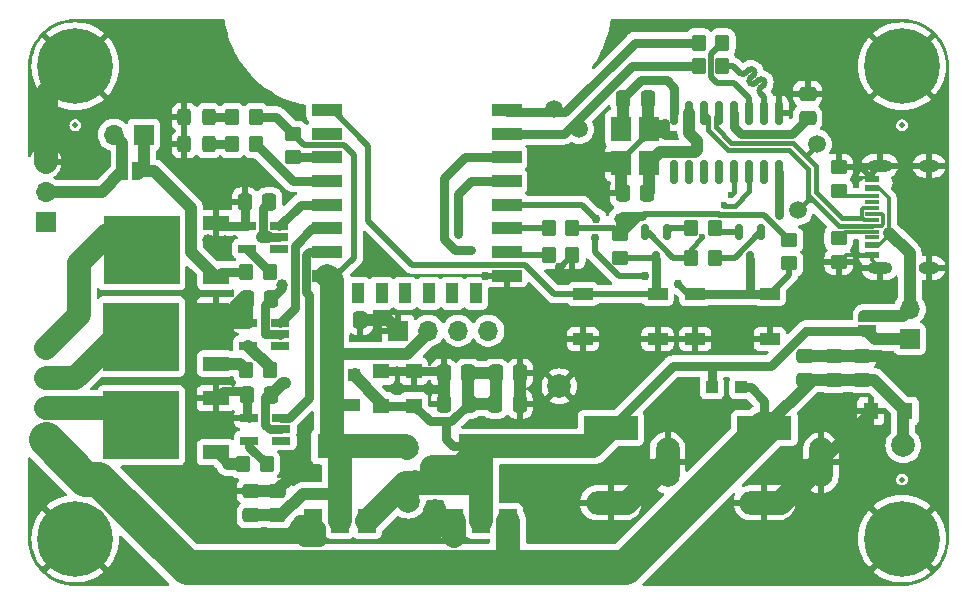
<source format=gtl>
%TF.GenerationSoftware,KiCad,Pcbnew,7.0.6-1.fc37*%
%TF.CreationDate,2023-08-13T21:26:50-07:00*%
%TF.ProjectId,iot_led_strip_pcb,696f745f-6c65-4645-9f73-747269705f70,rev?*%
%TF.SameCoordinates,Original*%
%TF.FileFunction,Copper,L1,Top*%
%TF.FilePolarity,Positive*%
%FSLAX46Y46*%
G04 Gerber Fmt 4.6, Leading zero omitted, Abs format (unit mm)*
G04 Created by KiCad (PCBNEW 7.0.6-1.fc37) date 2023-08-13 21:26:50*
%MOMM*%
%LPD*%
G01*
G04 APERTURE LIST*
G04 Aperture macros list*
%AMRoundRect*
0 Rectangle with rounded corners*
0 $1 Rounding radius*
0 $2 $3 $4 $5 $6 $7 $8 $9 X,Y pos of 4 corners*
0 Add a 4 corners polygon primitive as box body*
4,1,4,$2,$3,$4,$5,$6,$7,$8,$9,$2,$3,0*
0 Add four circle primitives for the rounded corners*
1,1,$1+$1,$2,$3*
1,1,$1+$1,$4,$5*
1,1,$1+$1,$6,$7*
1,1,$1+$1,$8,$9*
0 Add four rect primitives between the rounded corners*
20,1,$1+$1,$2,$3,$4,$5,0*
20,1,$1+$1,$4,$5,$6,$7,0*
20,1,$1+$1,$6,$7,$8,$9,0*
20,1,$1+$1,$8,$9,$2,$3,0*%
%AMFreePoly0*
4,1,19,0.500000,-0.750000,0.000000,-0.750000,0.000000,-0.744911,-0.071157,-0.744911,-0.207708,-0.704816,-0.327430,-0.627875,-0.420627,-0.520320,-0.479746,-0.390866,-0.500000,-0.250000,-0.500000,0.250000,-0.479746,0.390866,-0.420627,0.520320,-0.327430,0.627875,-0.207708,0.704816,-0.071157,0.744911,0.000000,0.744911,0.000000,0.750000,0.500000,0.750000,0.500000,-0.750000,0.500000,-0.750000,
$1*%
%AMFreePoly1*
4,1,19,0.000000,0.744911,0.071157,0.744911,0.207708,0.704816,0.327430,0.627875,0.420627,0.520320,0.479746,0.390866,0.500000,0.250000,0.500000,-0.250000,0.479746,-0.390866,0.420627,-0.520320,0.327430,-0.627875,0.207708,-0.704816,0.071157,-0.744911,0.000000,-0.744911,0.000000,-0.750000,-0.500000,-0.750000,-0.500000,0.750000,0.000000,0.750000,0.000000,0.744911,0.000000,0.744911,
$1*%
G04 Aperture macros list end*
%TA.AperFunction,SMDPad,CuDef*%
%ADD10R,1.560000X0.650000*%
%TD*%
%TA.AperFunction,ComponentPad*%
%ADD11R,1.700000X1.700000*%
%TD*%
%TA.AperFunction,ComponentPad*%
%ADD12O,1.700000X1.700000*%
%TD*%
%TA.AperFunction,SMDPad,CuDef*%
%ADD13RoundRect,0.250000X0.350000X0.450000X-0.350000X0.450000X-0.350000X-0.450000X0.350000X-0.450000X0*%
%TD*%
%TA.AperFunction,SMDPad,CuDef*%
%ADD14C,1.500000*%
%TD*%
%TA.AperFunction,SMDPad,CuDef*%
%ADD15RoundRect,0.250000X-0.350000X-0.450000X0.350000X-0.450000X0.350000X0.450000X-0.350000X0.450000X0*%
%TD*%
%TA.AperFunction,SMDPad,CuDef*%
%ADD16RoundRect,0.250000X0.337500X0.475000X-0.337500X0.475000X-0.337500X-0.475000X0.337500X-0.475000X0*%
%TD*%
%TA.AperFunction,SMDPad,CuDef*%
%ADD17R,1.400000X1.300000*%
%TD*%
%TA.AperFunction,SMDPad,CuDef*%
%ADD18FreePoly0,180.000000*%
%TD*%
%TA.AperFunction,SMDPad,CuDef*%
%ADD19FreePoly1,180.000000*%
%TD*%
%TA.AperFunction,SMDPad,CuDef*%
%ADD20RoundRect,0.250000X-0.475000X0.337500X-0.475000X-0.337500X0.475000X-0.337500X0.475000X0.337500X0*%
%TD*%
%TA.AperFunction,SMDPad,CuDef*%
%ADD21C,2.000000*%
%TD*%
%TA.AperFunction,SMDPad,CuDef*%
%ADD22RoundRect,0.250000X0.475000X-0.337500X0.475000X0.337500X-0.475000X0.337500X-0.475000X-0.337500X0*%
%TD*%
%TA.AperFunction,SMDPad,CuDef*%
%ADD23R,1.700000X1.000000*%
%TD*%
%TA.AperFunction,SMDPad,CuDef*%
%ADD24RoundRect,0.250000X-0.325000X-0.450000X0.325000X-0.450000X0.325000X0.450000X-0.325000X0.450000X0*%
%TD*%
%TA.AperFunction,SMDPad,CuDef*%
%ADD25RoundRect,0.150000X-0.150000X0.512500X-0.150000X-0.512500X0.150000X-0.512500X0.150000X0.512500X0*%
%TD*%
%TA.AperFunction,SMDPad,CuDef*%
%ADD26R,2.200000X1.200000*%
%TD*%
%TA.AperFunction,SMDPad,CuDef*%
%ADD27R,6.400000X5.800000*%
%TD*%
%TA.AperFunction,ComponentPad*%
%ADD28R,4.600000X2.000000*%
%TD*%
%TA.AperFunction,ComponentPad*%
%ADD29O,4.200000X2.000000*%
%TD*%
%TA.AperFunction,ComponentPad*%
%ADD30O,2.000000X4.200000*%
%TD*%
%TA.AperFunction,SMDPad,CuDef*%
%ADD31R,2.500000X1.000000*%
%TD*%
%TA.AperFunction,SMDPad,CuDef*%
%ADD32R,1.000000X1.800000*%
%TD*%
%TA.AperFunction,SMDPad,CuDef*%
%ADD33R,1.800000X2.100000*%
%TD*%
%TA.AperFunction,SMDPad,CuDef*%
%ADD34RoundRect,0.250000X0.450000X-0.350000X0.450000X0.350000X-0.450000X0.350000X-0.450000X-0.350000X0*%
%TD*%
%TA.AperFunction,ComponentPad*%
%ADD35C,0.800000*%
%TD*%
%TA.AperFunction,ComponentPad*%
%ADD36C,6.400000*%
%TD*%
%TA.AperFunction,SMDPad,CuDef*%
%ADD37RoundRect,0.150000X-0.150000X0.825000X-0.150000X-0.825000X0.150000X-0.825000X0.150000X0.825000X0*%
%TD*%
%TA.AperFunction,SMDPad,CuDef*%
%ADD38R,1.000000X1.000000*%
%TD*%
%TA.AperFunction,SMDPad,CuDef*%
%ADD39RoundRect,0.250000X-0.337500X-0.475000X0.337500X-0.475000X0.337500X0.475000X-0.337500X0.475000X0*%
%TD*%
%TA.AperFunction,SMDPad,CuDef*%
%ADD40R,1.500000X2.000000*%
%TD*%
%TA.AperFunction,SMDPad,CuDef*%
%ADD41R,3.800000X2.000000*%
%TD*%
%TA.AperFunction,SMDPad,CuDef*%
%ADD42FreePoly0,90.000000*%
%TD*%
%TA.AperFunction,SMDPad,CuDef*%
%ADD43FreePoly1,90.000000*%
%TD*%
%TA.AperFunction,SMDPad,CuDef*%
%ADD44RoundRect,0.250000X-0.450000X0.350000X-0.450000X-0.350000X0.450000X-0.350000X0.450000X0.350000X0*%
%TD*%
%TA.AperFunction,SMDPad,CuDef*%
%ADD45C,0.500000*%
%TD*%
%TA.AperFunction,SMDPad,CuDef*%
%ADD46R,1.300000X1.400000*%
%TD*%
%TA.AperFunction,ComponentPad*%
%ADD47O,2.100000X1.000000*%
%TD*%
%TA.AperFunction,ComponentPad*%
%ADD48O,1.800000X1.000000*%
%TD*%
%TA.AperFunction,SMDPad,CuDef*%
%ADD49R,1.240005X0.600000*%
%TD*%
%TA.AperFunction,SMDPad,CuDef*%
%ADD50R,1.240005X0.300000*%
%TD*%
%TA.AperFunction,ViaPad*%
%ADD51C,1.000000*%
%TD*%
%TA.AperFunction,ViaPad*%
%ADD52C,0.700000*%
%TD*%
%TA.AperFunction,ViaPad*%
%ADD53C,0.762000*%
%TD*%
%TA.AperFunction,ViaPad*%
%ADD54C,0.600000*%
%TD*%
%TA.AperFunction,Conductor*%
%ADD55C,1.000000*%
%TD*%
%TA.AperFunction,Conductor*%
%ADD56C,0.800000*%
%TD*%
%TA.AperFunction,Conductor*%
%ADD57C,0.300000*%
%TD*%
%TA.AperFunction,Conductor*%
%ADD58C,0.500000*%
%TD*%
%TA.AperFunction,Conductor*%
%ADD59C,2.000000*%
%TD*%
%TA.AperFunction,Conductor*%
%ADD60C,3.000000*%
%TD*%
%TA.AperFunction,Conductor*%
%ADD61C,0.400000*%
%TD*%
G04 APERTURE END LIST*
D10*
%TO.P,U8,1,NC*%
%TO.N,unconnected-(U8-NC-Pad1)*%
X57250000Y-80450000D03*
%TO.P,U8,2,Vdd*%
%TO.N,+5V*%
X57250000Y-79500000D03*
%TO.P,U8,3,IN*%
%TO.N,/LED_driver/LED_B*%
X57250000Y-78550000D03*
%TO.P,U8,4,GND*%
%TO.N,Earth*%
X54550000Y-78550000D03*
%TO.P,U8,5,OUT*%
%TO.N,Net-(U8-OUT)*%
X54550000Y-80450000D03*
%TD*%
D11*
%TO.P,J4,1,Pin_1*%
%TO.N,/12VDC*%
X37500000Y-96500000D03*
D12*
%TO.P,J4,2,Pin_2*%
%TO.N,/LED_driver/LED_G_GND*%
X37500000Y-93960000D03*
%TO.P,J4,3,Pin_3*%
%TO.N,/LED_driver/LED_R_GND*%
X37500000Y-91420000D03*
%TO.P,J4,4,Pin_4*%
%TO.N,/LED_driver/LED_B_GND*%
X37500000Y-88880000D03*
%TD*%
D13*
%TO.P,R9,1*%
%TO.N,/USB_to_Serial/RXD*%
X94800000Y-63000000D03*
%TO.P,R9,2*%
%TO.N,/USB_to_Serial/TX*%
X92800000Y-63000000D03*
%TD*%
D14*
%TO.P,TP2,1,1*%
%TO.N,/USB_to_Serial/USB_D-*%
X101200000Y-77200000D03*
%TD*%
D15*
%TO.P,R12,1*%
%TO.N,Net-(D3-A)*%
X53300000Y-69300000D03*
%TO.P,R12,2*%
%TO.N,+3.3V*%
X55300000Y-69300000D03*
%TD*%
%TO.P,R13,1*%
%TO.N,Net-(D1-A)*%
X53300000Y-71600000D03*
%TO.P,R13,2*%
%TO.N,Net-(U3-GPIO16)*%
X55300000Y-71600000D03*
%TD*%
D16*
%TO.P,C16,1*%
%TO.N,+5V*%
X73300000Y-93600000D03*
%TO.P,C16,2*%
%TO.N,Earth*%
X71225000Y-93600000D03*
%TD*%
%TO.P,C3,1*%
%TO.N,/USB_to_Serial/X1*%
X88437500Y-75746800D03*
%TO.P,C3,2*%
%TO.N,Earth*%
X86362500Y-75746800D03*
%TD*%
D14*
%TO.P,TP3,1,1*%
%TO.N,/USB_to_Serial/RX*%
X82650000Y-70350000D03*
%TD*%
D17*
%TO.P,D5,1,A1*%
%TO.N,+5V*%
X65860970Y-93731250D03*
%TO.P,D5,2,A2*%
%TO.N,Earth*%
X65860970Y-90831250D03*
%TD*%
D18*
%TO.P,JP3,1,A*%
%TO.N,Net-(JP3-A)*%
X45300000Y-73900000D03*
D19*
%TO.P,JP3,2,B*%
%TO.N,/LED_driver/Din*%
X44000000Y-73900000D03*
%TD*%
D20*
%TO.P,C1,1*%
%TO.N,Earth*%
X102000000Y-67325000D03*
%TO.P,C1,2*%
%TO.N,Net-(U1-V3)*%
X102000000Y-69400000D03*
%TD*%
D21*
%TO.P,TP8,1,1*%
%TO.N,Earth*%
X81000000Y-92100000D03*
%TD*%
D13*
%TO.P,R8,1*%
%TO.N,/USB_to_Serial/TXD*%
X94800000Y-65000000D03*
%TO.P,R8,2*%
%TO.N,/USB_to_Serial/RX*%
X92800000Y-65000000D03*
%TD*%
D16*
%TO.P,C14,1*%
%TO.N,+5V*%
X56437500Y-76500000D03*
%TO.P,C14,2*%
%TO.N,Earth*%
X54362500Y-76500000D03*
%TD*%
D22*
%TO.P,C10,1*%
%TO.N,+3.3V*%
X54900000Y-103037500D03*
%TO.P,C10,2*%
%TO.N,Earth*%
X54900000Y-100962500D03*
%TD*%
D21*
%TO.P,TP6,1,1*%
%TO.N,+5V*%
X68200000Y-101800000D03*
%TD*%
D23*
%TO.P,SW1,1,1*%
%TO.N,Earth*%
X89300000Y-88100000D03*
X83000000Y-88100000D03*
%TO.P,SW1,2,2*%
%TO.N,/~{RST}*%
X89300000Y-84300000D03*
X83000000Y-84300000D03*
%TD*%
D13*
%TO.P,R7,1*%
%TO.N,Earth*%
X82100000Y-81000000D03*
%TO.P,R7,2*%
%TO.N,GPIO15*%
X80100000Y-81000000D03*
%TD*%
D11*
%TO.P,JP4,1,A*%
%TO.N,Net-(JP3-A)*%
X45800000Y-70800000D03*
D12*
%TO.P,JP4,2,B*%
%TO.N,/LED_driver/Din*%
X43260000Y-70800000D03*
%TD*%
D24*
%TO.P,D3,1,K*%
%TO.N,Earth*%
X49250000Y-69300000D03*
%TO.P,D3,2,A*%
%TO.N,Net-(D3-A)*%
X51300000Y-69300000D03*
%TD*%
D10*
%TO.P,U7,1,NC*%
%TO.N,unconnected-(U7-NC-Pad1)*%
X57450000Y-96700000D03*
%TO.P,U7,2,Vdd*%
%TO.N,+5V*%
X57450000Y-95750000D03*
%TO.P,U7,3,IN*%
%TO.N,/LED_driver/LED_G*%
X57450000Y-94800000D03*
%TO.P,U7,4,GND*%
%TO.N,Earth*%
X54750000Y-94800000D03*
%TO.P,U7,5,OUT*%
%TO.N,Net-(U7-OUT)*%
X54750000Y-96700000D03*
%TD*%
D13*
%TO.P,R16,1*%
%TO.N,Net-(U8-OUT)*%
X56500000Y-82400000D03*
%TO.P,R16,2*%
%TO.N,Net-(JP3-A)*%
X54500000Y-82400000D03*
%TD*%
D25*
%TO.P,Q1,1,1*%
%TO.N,Net-(Q1-Pad1)*%
X90100000Y-79062500D03*
%TO.P,Q1,2,2*%
%TO.N,/USB_to_Serial/RTS*%
X88200000Y-79062500D03*
%TO.P,Q1,3,3*%
%TO.N,/~{RST}*%
X89150000Y-81337500D03*
%TD*%
D22*
%TO.P,C15,1*%
%TO.N,/12VDC*%
X106600000Y-91575000D03*
%TO.P,C15,2*%
%TO.N,Earth*%
X106600000Y-89500000D03*
%TD*%
D16*
%TO.P,C13,1*%
%TO.N,+5V*%
X56600000Y-92800000D03*
%TO.P,C13,2*%
%TO.N,Earth*%
X54525000Y-92800000D03*
%TD*%
D26*
%TO.P,Q5,1,G*%
%TO.N,Net-(JP3-A)*%
X51925000Y-82855000D03*
D27*
%TO.P,Q5,2,D*%
%TO.N,/LED_driver/LED_B_GND*%
X45625000Y-80575000D03*
D26*
%TO.P,Q5,3,S*%
%TO.N,Earth*%
X51925000Y-78295000D03*
%TD*%
D11*
%TO.P,J5,1,Pin_1*%
%TO.N,Earth*%
X67360000Y-87400000D03*
D12*
%TO.P,J5,2,Pin_2*%
%TO.N,+3.3V*%
X69900000Y-87400000D03*
%TO.P,J5,3,Pin_3*%
%TO.N,/SDA*%
X72440000Y-87400000D03*
%TO.P,J5,4,Pin_4*%
%TO.N,/SCL*%
X74980000Y-87400000D03*
%TD*%
D14*
%TO.P,TP1,1,1*%
%TO.N,/USB_to_Serial/USB_D+*%
X102800000Y-71600000D03*
%TD*%
D28*
%TO.P,J3,1,1*%
%TO.N,+5V*%
X85350000Y-95650000D03*
D29*
%TO.P,J3,2,2*%
%TO.N,Earth*%
X85350000Y-101950000D03*
D30*
%TO.P,J3,3,3*%
X90150000Y-98550000D03*
%TD*%
D13*
%TO.P,R14,1*%
%TO.N,Net-(U6-OUT)*%
X56500000Y-90700000D03*
%TO.P,R14,2*%
%TO.N,Net-(Q3-G)*%
X54500000Y-90700000D03*
%TD*%
D31*
%TO.P,U3,1,~{RST}*%
%TO.N,/~{RST}*%
X61332500Y-68724500D03*
%TO.P,U3,2,ADC*%
%TO.N,unconnected-(U3-ADC-Pad2)*%
X61332500Y-70724500D03*
%TO.P,U3,3,EN*%
%TO.N,EN*%
X61332500Y-72724500D03*
%TO.P,U3,4,GPIO16*%
%TO.N,Net-(U3-GPIO16)*%
X61332500Y-74724500D03*
%TO.P,U3,5,GPIO14*%
%TO.N,/LED_driver/LED_B*%
X61332500Y-76724500D03*
%TO.P,U3,6,GPIO12*%
%TO.N,/LED_driver/LED_R*%
X61332500Y-78724500D03*
%TO.P,U3,7,GPIO13*%
%TO.N,/LED_driver/LED_G*%
X61332500Y-80724500D03*
%TO.P,U3,8,VCC*%
%TO.N,+3.3V*%
X61332500Y-82724500D03*
D32*
%TO.P,U3,9,CS0*%
%TO.N,unconnected-(U3-CS0-Pad9)*%
X63932500Y-84224500D03*
%TO.P,U3,10,MISO*%
%TO.N,unconnected-(U3-MISO-Pad10)*%
X65932500Y-84224500D03*
%TO.P,U3,11,GPIO9*%
%TO.N,unconnected-(U3-GPIO9-Pad11)*%
X67932500Y-84224500D03*
%TO.P,U3,12,GPIO10*%
%TO.N,unconnected-(U3-GPIO10-Pad12)*%
X69932500Y-84224500D03*
%TO.P,U3,13,MOSI*%
%TO.N,unconnected-(U3-MOSI-Pad13)*%
X71932500Y-84224500D03*
%TO.P,U3,14,SCLK*%
%TO.N,unconnected-(U3-SCLK-Pad14)*%
X73932500Y-84224500D03*
D31*
%TO.P,U3,15,GND*%
%TO.N,Earth*%
X76532500Y-82724500D03*
%TO.P,U3,16,GPIO15*%
%TO.N,GPIO15*%
X76532500Y-80724500D03*
%TO.P,U3,17,GPIO2*%
%TO.N,GPIO2*%
X76532500Y-78724500D03*
%TO.P,U3,18,GPIO0*%
%TO.N,/GPIO0*%
X76532500Y-76724500D03*
%TO.P,U3,19,GPIO4*%
%TO.N,/SDA*%
X76532500Y-74724500D03*
%TO.P,U3,20,GPIO5*%
%TO.N,/SCL*%
X76532500Y-72724500D03*
%TO.P,U3,21,GPIO3/RXD*%
%TO.N,/USB_to_Serial/RX*%
X76532500Y-70724500D03*
%TO.P,U3,22,GPIO1/TXD*%
%TO.N,/USB_to_Serial/TX*%
X76532500Y-68724500D03*
%TD*%
D17*
%TO.P,D6,1,A1*%
%TO.N,+5V*%
X68662500Y-93731250D03*
%TO.P,D6,2,A2*%
%TO.N,Earth*%
X68662500Y-90831250D03*
%TD*%
D33*
%TO.P,Y1,1,1*%
%TO.N,/USB_to_Serial/X0*%
X86250000Y-70296800D03*
%TO.P,Y1,2,2*%
%TO.N,Earth*%
X86250000Y-73196800D03*
%TO.P,Y1,3,3*%
%TO.N,/USB_to_Serial/X1*%
X88550000Y-73196800D03*
%TO.P,Y1,4,4*%
%TO.N,Earth*%
X88550000Y-70296800D03*
%TD*%
D34*
%TO.P,R3,1*%
%TO.N,Net-(J1-CC2)*%
X104644881Y-75555117D03*
%TO.P,R3,2*%
%TO.N,Earth*%
X104644881Y-73555117D03*
%TD*%
D35*
%TO.P,H4,1,1*%
%TO.N,Earth*%
X107600000Y-105000000D03*
X108302944Y-103302944D03*
X108302944Y-106697056D03*
X110000000Y-102600000D03*
D36*
X110000000Y-105000000D03*
D35*
X110000000Y-107400000D03*
X111697056Y-103302944D03*
X111697056Y-106697056D03*
X112400000Y-105000000D03*
%TD*%
D37*
%TO.P,U1,1,GND*%
%TO.N,Earth*%
X99620000Y-69000000D03*
%TO.P,U1,2,TXD*%
%TO.N,/USB_to_Serial/TXD*%
X98350000Y-69000000D03*
%TO.P,U1,3,RXD*%
%TO.N,/USB_to_Serial/RXD*%
X97080000Y-69000000D03*
%TO.P,U1,4,V3*%
%TO.N,Net-(U1-V3)*%
X95810000Y-69000000D03*
%TO.P,U1,5,UD+*%
%TO.N,/USB_to_Serial/USB_D+*%
X94540000Y-69000000D03*
%TO.P,U1,6,UD-*%
%TO.N,/USB_to_Serial/USB_D-*%
X93270000Y-69000000D03*
%TO.P,U1,7,XI*%
%TO.N,/USB_to_Serial/X1*%
X92000000Y-69000000D03*
%TO.P,U1,8,XO*%
%TO.N,/USB_to_Serial/X0*%
X90730000Y-69000000D03*
%TO.P,U1,9,~{CTS}*%
%TO.N,unconnected-(U1-~{CTS}-Pad9)*%
X90730000Y-73950000D03*
%TO.P,U1,10,~{DSR}*%
%TO.N,unconnected-(U1-~{DSR}-Pad10)*%
X92000000Y-73950000D03*
%TO.P,U1,11,~{RI}*%
%TO.N,unconnected-(U1-~{RI}-Pad11)*%
X93270000Y-73950000D03*
%TO.P,U1,12,~{DCD}*%
%TO.N,unconnected-(U1-~{DCD}-Pad12)*%
X94540000Y-73950000D03*
%TO.P,U1,13,~{DTR}*%
%TO.N,/USB_to_Serial/DTR*%
X95810000Y-73950000D03*
%TO.P,U1,14,~{RTS}*%
%TO.N,/USB_to_Serial/RTS*%
X97080000Y-73950000D03*
%TO.P,U1,15,R232*%
%TO.N,unconnected-(U1-R232-Pad15)*%
X98350000Y-73950000D03*
%TO.P,U1,16,VCC*%
%TO.N,+5V*%
X99620000Y-73950000D03*
%TD*%
D21*
%TO.P,TP7,1,1*%
%TO.N,+3.3V*%
X68100000Y-97300000D03*
%TD*%
D22*
%TO.P,C5,1*%
%TO.N,/12VDC*%
X101800000Y-91600000D03*
%TO.P,C5,2*%
%TO.N,Earth*%
X101800000Y-89525000D03*
%TD*%
D38*
%TO.P,D7,1,K*%
%TO.N,/12VDC*%
X96400000Y-92200000D03*
%TO.P,D7,2,A*%
%TO.N,+5V*%
X93900000Y-92200000D03*
%TD*%
D16*
%TO.P,C7,1*%
%TO.N,+5V*%
X73262500Y-91000000D03*
%TO.P,C7,2*%
%TO.N,Earth*%
X71187500Y-91000000D03*
%TD*%
D10*
%TO.P,U6,1,NC*%
%TO.N,unconnected-(U6-NC-Pad1)*%
X57350000Y-88650000D03*
%TO.P,U6,2,Vdd*%
%TO.N,+5V*%
X57350000Y-87700000D03*
%TO.P,U6,3,IN*%
%TO.N,/LED_driver/LED_R*%
X57350000Y-86750000D03*
%TO.P,U6,4,GND*%
%TO.N,Earth*%
X54650000Y-86750000D03*
%TO.P,U6,5,OUT*%
%TO.N,Net-(U6-OUT)*%
X54650000Y-88650000D03*
%TD*%
D39*
%TO.P,C4,1*%
%TO.N,+3.3V*%
X62062500Y-86500000D03*
%TO.P,C4,2*%
%TO.N,Earth*%
X64137500Y-86500000D03*
%TD*%
D14*
%TO.P,TP4,1,1*%
%TO.N,/USB_to_Serial/TX*%
X80550000Y-68650000D03*
%TD*%
D34*
%TO.P,R11,1*%
%TO.N,/GPIO0*%
X100450000Y-81700000D03*
%TO.P,R11,2*%
%TO.N,+3.3V*%
X100450000Y-79700000D03*
%TD*%
D11*
%TO.P,J7,1,Pin_1*%
%TO.N,+5V*%
X37500000Y-78200000D03*
D12*
%TO.P,J7,2,Pin_2*%
%TO.N,/LED_driver/Din*%
X37500000Y-75660000D03*
%TO.P,J7,3,Pin_3*%
%TO.N,Earth*%
X37500000Y-73120000D03*
%TD*%
D40*
%TO.P,U4,1,GND*%
%TO.N,Earth*%
X72050000Y-103500000D03*
%TO.P,U4,2,VO*%
%TO.N,+5V*%
X74350000Y-103500000D03*
D41*
X74350000Y-97200000D03*
D40*
%TO.P,U4,3,VI*%
%TO.N,/12VDC*%
X76650000Y-103500000D03*
%TD*%
D13*
%TO.P,R2,1*%
%TO.N,Net-(Q2-Pad1)*%
X94150000Y-81200000D03*
%TO.P,R2,2*%
%TO.N,/USB_to_Serial/RTS*%
X92150000Y-81200000D03*
%TD*%
D24*
%TO.P,D1,1,K*%
%TO.N,Earth*%
X49250000Y-71600000D03*
%TO.P,D1,2,A*%
%TO.N,Net-(D1-A)*%
X51300000Y-71600000D03*
%TD*%
D38*
%TO.P,D8,1,K*%
%TO.N,+5V*%
X63562500Y-91181250D03*
%TO.P,D8,2,A*%
%TO.N,+3.3V*%
X63562500Y-93681250D03*
%TD*%
D21*
%TO.P,TP5,1,1*%
%TO.N,/12VDC*%
X110100000Y-97100000D03*
%TD*%
D42*
%TO.P,JP2,1,A*%
%TO.N,+5V*%
X107072163Y-87432170D03*
D43*
%TO.P,JP2,2,B*%
%TO.N,VBUS*%
X107072163Y-86132170D03*
%TD*%
D16*
%TO.P,C12,1*%
%TO.N,+5V*%
X56600000Y-84700000D03*
%TO.P,C12,2*%
%TO.N,Earth*%
X54525000Y-84700000D03*
%TD*%
D26*
%TO.P,Q4,1,G*%
%TO.N,Net-(Q4-G)*%
X51900000Y-97680000D03*
D27*
%TO.P,Q4,2,D*%
%TO.N,/LED_driver/LED_G_GND*%
X45600000Y-95400000D03*
D26*
%TO.P,Q4,3,S*%
%TO.N,Earth*%
X51900000Y-93120000D03*
%TD*%
D39*
%TO.P,C2,1*%
%TO.N,/USB_to_Serial/X0*%
X86400000Y-67746800D03*
%TO.P,C2,2*%
%TO.N,Earth*%
X88475000Y-67746800D03*
%TD*%
D22*
%TO.P,C11,1*%
%TO.N,+3.3V*%
X57102000Y-103037500D03*
%TO.P,C11,2*%
%TO.N,Earth*%
X57102000Y-100962500D03*
%TD*%
D35*
%TO.P,H1,1,1*%
%TO.N,Earth*%
X37600000Y-65000000D03*
X38302944Y-63302944D03*
X38302944Y-66697056D03*
X40000000Y-62600000D03*
D36*
X40000000Y-65000000D03*
D35*
X40000000Y-67400000D03*
X41697056Y-63302944D03*
X41697056Y-66697056D03*
X42400000Y-65000000D03*
%TD*%
D44*
%TO.P,R10,1*%
%TO.N,+3.3V*%
X86150000Y-79200000D03*
%TO.P,R10,2*%
%TO.N,/~{RST}*%
X86150000Y-81200000D03*
%TD*%
D45*
%TO.P,FID3,*%
%TO.N,*%
X110000000Y-70000000D03*
%TD*%
D22*
%TO.P,C6,1*%
%TO.N,/12VDC*%
X104200000Y-91600000D03*
%TO.P,C6,2*%
%TO.N,Earth*%
X104200000Y-89525000D03*
%TD*%
D46*
%TO.P,D4,1,A1*%
%TO.N,/12VDC*%
X110250000Y-94200000D03*
%TO.P,D4,2,A2*%
%TO.N,Earth*%
X107350000Y-94200000D03*
%TD*%
D23*
%TO.P,SW2,1,1*%
%TO.N,Earth*%
X98800000Y-88100000D03*
X92500000Y-88100000D03*
%TO.P,SW2,2,2*%
%TO.N,/GPIO0*%
X98800000Y-84300000D03*
X92500000Y-84300000D03*
%TD*%
D39*
%TO.P,C8,1*%
%TO.N,+5V*%
X75550000Y-93600000D03*
%TO.P,C8,2*%
%TO.N,Earth*%
X77625000Y-93600000D03*
%TD*%
D26*
%TO.P,Q3,1,G*%
%TO.N,Net-(Q3-G)*%
X51900000Y-90180000D03*
D27*
%TO.P,Q3,2,D*%
%TO.N,/LED_driver/LED_R_GND*%
X45600000Y-87900000D03*
D26*
%TO.P,Q3,3,S*%
%TO.N,Earth*%
X51900000Y-85620000D03*
%TD*%
D25*
%TO.P,Q2,1,1*%
%TO.N,Net-(Q2-Pad1)*%
X98100000Y-79062500D03*
%TO.P,Q2,2,2*%
%TO.N,/USB_to_Serial/DTR*%
X96200000Y-79062500D03*
%TO.P,Q2,3,3*%
%TO.N,/GPIO0*%
X97150000Y-81337500D03*
%TD*%
D35*
%TO.P,H3,1,1*%
%TO.N,Earth*%
X37600000Y-105000000D03*
X38302944Y-103302944D03*
X38302944Y-106697056D03*
X40000000Y-102600000D03*
D36*
X40000000Y-105000000D03*
D35*
X40000000Y-107400000D03*
X41697056Y-103302944D03*
X41697056Y-106697056D03*
X42400000Y-105000000D03*
%TD*%
D15*
%TO.P,R1,1*%
%TO.N,Net-(Q1-Pad1)*%
X92150000Y-78700000D03*
%TO.P,R1,2*%
%TO.N,/USB_to_Serial/DTR*%
X94150000Y-78700000D03*
%TD*%
D35*
%TO.P,H2,1,1*%
%TO.N,Earth*%
X107600000Y-65000000D03*
X108302944Y-63302944D03*
X108302944Y-66697056D03*
X110000000Y-62600000D03*
D36*
X110000000Y-65000000D03*
D35*
X110000000Y-67400000D03*
X111697056Y-63302944D03*
X111697056Y-66697056D03*
X112400000Y-65000000D03*
%TD*%
D39*
%TO.P,C9,1*%
%TO.N,+5V*%
X75587500Y-91000000D03*
%TO.P,C9,2*%
%TO.N,Earth*%
X77662500Y-91000000D03*
%TD*%
D13*
%TO.P,R5,1*%
%TO.N,+3.3V*%
X82100000Y-78700000D03*
%TO.P,R5,2*%
%TO.N,GPIO2*%
X80100000Y-78700000D03*
%TD*%
D11*
%TO.P,JP1,1,A*%
%TO.N,+5V*%
X110644881Y-88095117D03*
D12*
%TO.P,JP1,2,B*%
%TO.N,VBUS*%
X110644881Y-85555117D03*
%TD*%
D45*
%TO.P,FID1,*%
%TO.N,*%
X110000000Y-100000000D03*
%TD*%
%TO.P,FID2,*%
%TO.N,*%
X40000000Y-70000000D03*
%TD*%
D47*
%TO.P,J1,1,SHELL*%
%TO.N,Earth*%
X108120066Y-82070104D03*
%TO.P,J1,2,SHELL*%
X108120066Y-73430023D03*
D48*
%TO.P,J1,3,SHELL*%
X112300152Y-73430023D03*
%TO.P,J1,4,SHELL*%
X112300152Y-82070104D03*
D49*
%TO.P,J1,A1B12,GND*%
X107500051Y-80949962D03*
%TO.P,J1,A4B9,VBUS*%
%TO.N,VBUS*%
X107500051Y-80150114D03*
D50*
%TO.P,J1,A5,CC1*%
%TO.N,Net-(J1-CC1)*%
X107500051Y-79000000D03*
%TO.P,J1,A6,DP1*%
%TO.N,/USB_to_Serial/USB_D+*%
X107500051Y-78000000D03*
%TO.P,J1,A7,DN1*%
%TO.N,/USB_to_Serial/USB_D-*%
X107500051Y-77500127D03*
%TO.P,J1,A8,SBU1*%
%TO.N,unconnected-(J1-SBU1-PadA8)*%
X107500051Y-76500127D03*
D49*
%TO.P,J1,B1A12,GND*%
%TO.N,Earth*%
X107500051Y-74550165D03*
%TO.P,J1,B4A9,VBUS*%
%TO.N,VBUS*%
X107500051Y-75350013D03*
D50*
%TO.P,J1,B5,CC2*%
%TO.N,Net-(J1-CC2)*%
X107500051Y-76000000D03*
%TO.P,J1,B6,DP2*%
%TO.N,/USB_to_Serial/USB_D+*%
X107500051Y-77000000D03*
%TO.P,J1,B7,DN2*%
%TO.N,/USB_to_Serial/USB_D-*%
X107500051Y-78500127D03*
%TO.P,J1,B8,SBU2*%
%TO.N,unconnected-(J1-SBU2-PadB8)*%
X107500051Y-79500127D03*
%TD*%
D44*
%TO.P,R4,1*%
%TO.N,Net-(J1-CC1)*%
X104644881Y-79555117D03*
%TO.P,R4,2*%
%TO.N,Earth*%
X104644881Y-81555117D03*
%TD*%
D13*
%TO.P,R15,1*%
%TO.N,Net-(U7-OUT)*%
X56200000Y-98700000D03*
%TO.P,R15,2*%
%TO.N,Net-(Q4-G)*%
X54200000Y-98700000D03*
%TD*%
D40*
%TO.P,U5,1,GND*%
%TO.N,Earth*%
X60100000Y-103500000D03*
%TO.P,U5,2,VO*%
%TO.N,+3.3V*%
X62400000Y-103500000D03*
D41*
X62400000Y-97200000D03*
D40*
%TO.P,U5,3,VI*%
%TO.N,+5V*%
X64700000Y-103500000D03*
%TD*%
D44*
%TO.P,R6,1*%
%TO.N,+3.3V*%
X58432500Y-70724500D03*
%TO.P,R6,2*%
%TO.N,EN*%
X58432500Y-72724500D03*
%TD*%
D28*
%TO.P,J2,1,1*%
%TO.N,/12VDC*%
X98350000Y-95650000D03*
D29*
%TO.P,J2,2,2*%
%TO.N,Earth*%
X98350000Y-101950000D03*
D30*
%TO.P,J2,3,3*%
X103150000Y-98550000D03*
%TD*%
D51*
%TO.N,Earth*%
X52560000Y-94680000D03*
X70500000Y-104000000D03*
D52*
X67312500Y-90831250D03*
D53*
X81000000Y-82000000D03*
D51*
X51160000Y-94680000D03*
X58650000Y-103900000D03*
D52*
X70038750Y-90831250D03*
X84900000Y-72600000D03*
X89900000Y-69800000D03*
D51*
X52650000Y-79760000D03*
X80000000Y-89900000D03*
X49810000Y-93120000D03*
X58150000Y-99850000D03*
X82500000Y-89900000D03*
X59400000Y-105200000D03*
X72100000Y-105200000D03*
X51250000Y-79720000D03*
D52*
X84900000Y-73500000D03*
D51*
X51000000Y-87000000D03*
X60700000Y-105200000D03*
D52*
X53600000Y-85800000D03*
X70062500Y-92281250D03*
D51*
X49900000Y-85600000D03*
X108100000Y-89500000D03*
X52600000Y-87000000D03*
D52*
X89900000Y-70800000D03*
D51*
X70500000Y-102700000D03*
D53*
X74724500Y-82724500D03*
D51*
%TO.N,+3.3V*%
X86150000Y-77920000D03*
D54*
%TO.N,/SDA*%
X72400000Y-79200000D03*
%TO.N,/SCL*%
X73517400Y-80568253D03*
%TO.N,/USB_to_Serial/DTR*%
X95267500Y-79062500D03*
X95547000Y-75947000D03*
%TO.N,/USB_to_Serial/RTS*%
X94920000Y-76790000D03*
X93095000Y-79505000D03*
D53*
%TO.N,/GPIO0*%
X83966403Y-79566403D03*
X84100000Y-77900000D03*
X91000000Y-83400000D03*
X88200000Y-82800000D03*
D51*
%TO.N,+5V*%
X68800000Y-100200000D03*
X71800000Y-100200000D03*
X70200000Y-98900000D03*
D52*
X101867830Y-87432170D03*
D51*
X57800000Y-91800000D03*
D52*
X99600000Y-77600000D03*
D51*
X70200000Y-100200000D03*
X71800000Y-98900000D03*
X55780000Y-79480000D03*
D52*
X56100000Y-87700000D03*
D51*
X57500000Y-83500000D03*
%TD*%
D55*
%TO.N,Earth*%
X88475000Y-67746800D02*
X88475000Y-70221800D01*
D56*
X89900000Y-69800000D02*
X89900000Y-70300000D01*
X89900000Y-70300000D02*
X88553200Y-70300000D01*
X71018750Y-90831250D02*
X71187500Y-91000000D01*
X84900000Y-72600000D02*
X85653200Y-72600000D01*
X54525000Y-94575000D02*
X54750000Y-94800000D01*
D55*
X60700000Y-104100000D02*
X60100000Y-103500000D01*
D56*
X54525000Y-92500000D02*
X54525000Y-94575000D01*
D57*
X107500051Y-80949962D02*
X105250036Y-80949962D01*
D56*
X84900000Y-72600000D02*
X84900000Y-73100000D01*
X52520000Y-92500000D02*
X51900000Y-93120000D01*
D55*
X54525000Y-84700000D02*
X54525000Y-86625000D01*
D56*
X70137500Y-92356250D02*
X70062500Y-92281250D01*
D58*
X98800000Y-88100000D02*
X92500000Y-88100000D01*
D55*
X59400000Y-105200000D02*
X59400000Y-104200000D01*
D58*
X106505003Y-73555117D02*
X107500051Y-74550165D01*
D59*
X70500000Y-102700000D02*
X70500000Y-104000000D01*
D55*
X60700000Y-105200000D02*
X60700000Y-104100000D01*
D58*
X89046800Y-69800000D02*
X88550000Y-70296800D01*
D55*
X51000000Y-86520000D02*
X51900000Y-85620000D01*
X52600000Y-86320000D02*
X51900000Y-85620000D01*
X52600000Y-87000000D02*
X52600000Y-86800000D01*
D58*
X107500051Y-74550165D02*
X107500051Y-74050038D01*
D56*
X89900000Y-70300000D02*
X89900000Y-70800000D01*
D55*
X71187500Y-91000000D02*
X71187500Y-92356250D01*
D59*
X99750000Y-101950000D02*
X103150000Y-98550000D01*
D58*
X107994972Y-73555117D02*
X108120066Y-73430023D01*
X89900000Y-69800000D02*
X89046800Y-69800000D01*
D56*
X67312500Y-90831250D02*
X68662500Y-90831250D01*
X68662500Y-90831250D02*
X70038750Y-90831250D01*
D55*
X57102000Y-100898000D02*
X58150000Y-99850000D01*
D56*
X84900000Y-73100000D02*
X86153200Y-73100000D01*
D55*
X66460000Y-86500000D02*
X67360000Y-87400000D01*
X53520000Y-85342500D02*
X54362500Y-84500000D01*
D57*
X107500051Y-81450089D02*
X108120066Y-82070104D01*
D56*
X52180000Y-78550000D02*
X51925000Y-78295000D01*
D55*
X60100000Y-103500000D02*
X59050000Y-103500000D01*
X77662500Y-93562500D02*
X77625000Y-93600000D01*
X53600000Y-85700000D02*
X53600000Y-85800000D01*
X59400000Y-104650000D02*
X58650000Y-103900000D01*
D59*
X37500000Y-67500000D02*
X40000000Y-65000000D01*
D58*
X86250000Y-72950000D02*
X86250000Y-73196800D01*
D55*
X51000000Y-87000000D02*
X51900000Y-87000000D01*
X49900000Y-85600000D02*
X51880000Y-85600000D01*
X60000000Y-105200000D02*
X60000000Y-103600000D01*
D59*
X72050000Y-104800000D02*
X72100000Y-104800000D01*
D55*
X107350000Y-94350000D02*
X103150000Y-98550000D01*
D56*
X86153200Y-73100000D02*
X86250000Y-73196800D01*
X84900000Y-73500000D02*
X85946800Y-73500000D01*
D55*
X51880000Y-85600000D02*
X51900000Y-85620000D01*
D58*
X74724500Y-82724500D02*
X76532500Y-82724500D01*
D59*
X37500000Y-73120000D02*
X37500000Y-67500000D01*
D56*
X70112500Y-90831250D02*
X71018750Y-90831250D01*
D58*
X81000000Y-82000000D02*
X81100000Y-82000000D01*
X89300000Y-88100000D02*
X83000000Y-88100000D01*
X89900000Y-70800000D02*
X89053200Y-70800000D01*
D55*
X51000000Y-87000000D02*
X51000000Y-86520000D01*
X51000000Y-86700000D02*
X49900000Y-85600000D01*
X86250000Y-75634300D02*
X86362500Y-75746800D01*
X51900000Y-87000000D02*
X52600000Y-87000000D01*
D56*
X54525000Y-92500000D02*
X52520000Y-92500000D01*
X84900000Y-73100000D02*
X84900000Y-73500000D01*
D55*
X71187500Y-92356250D02*
X71187500Y-93562500D01*
X59400000Y-105200000D02*
X59400000Y-104650000D01*
X53520000Y-85620000D02*
X53600000Y-85700000D01*
X86250000Y-73196800D02*
X86250000Y-75634300D01*
X53700000Y-85800000D02*
X54650000Y-86750000D01*
D56*
X70038750Y-90831250D02*
X70112500Y-90831250D01*
X54362500Y-78362500D02*
X54550000Y-78550000D01*
D57*
X107500051Y-80949962D02*
X107500051Y-81450089D01*
D55*
X54525000Y-86625000D02*
X54650000Y-86750000D01*
X52850000Y-86750000D02*
X52600000Y-87000000D01*
X59400000Y-104200000D02*
X60100000Y-103500000D01*
X53520000Y-85620000D02*
X53520000Y-85342500D01*
D58*
X88550000Y-70650000D02*
X86250000Y-72950000D01*
D55*
X107350000Y-94200000D02*
X107350000Y-94350000D01*
X60700000Y-105200000D02*
X60000000Y-105200000D01*
D56*
X85653200Y-72600000D02*
X86250000Y-73196800D01*
D58*
X107500051Y-74050038D02*
X108120066Y-73430023D01*
D59*
X98350000Y-101950000D02*
X99750000Y-101950000D01*
D56*
X88553200Y-70300000D02*
X88550000Y-70296800D01*
D55*
X108100000Y-89500000D02*
X106600000Y-89500000D01*
X64137500Y-86500000D02*
X66460000Y-86500000D01*
X106600000Y-89500000D02*
X101825000Y-89500000D01*
X52600000Y-86800000D02*
X53600000Y-85800000D01*
X60000000Y-105200000D02*
X59400000Y-105200000D01*
X88475000Y-70221800D02*
X88540000Y-70286800D01*
X77662500Y-91000000D02*
X77662500Y-93562500D01*
X57102000Y-100962500D02*
X57102000Y-100898000D01*
D58*
X81100000Y-82000000D02*
X82100000Y-81000000D01*
X92500000Y-88100000D02*
X89300000Y-88100000D01*
D55*
X52600000Y-87000000D02*
X52600000Y-86320000D01*
X101825000Y-89500000D02*
X101800000Y-89525000D01*
D56*
X71187500Y-92356250D02*
X70137500Y-92356250D01*
D55*
X54162500Y-84700000D02*
X53520000Y-85342500D01*
D58*
X88550000Y-70296800D02*
X88550000Y-70650000D01*
D55*
X53600000Y-85800000D02*
X53700000Y-85800000D01*
X54525000Y-84700000D02*
X54162500Y-84700000D01*
X59050000Y-103500000D02*
X58650000Y-103900000D01*
X88540000Y-70286800D02*
X88550000Y-70296800D01*
X60000000Y-103600000D02*
X60100000Y-103500000D01*
D58*
X89053200Y-70800000D02*
X88550000Y-70296800D01*
D55*
X51900000Y-87000000D02*
X51900000Y-85620000D01*
D56*
X85946800Y-73500000D02*
X86250000Y-73196800D01*
D59*
X85350000Y-101950000D02*
X86750000Y-101950000D01*
D58*
X106505003Y-73555117D02*
X107994972Y-73555117D01*
D55*
X54650000Y-86750000D02*
X52850000Y-86750000D01*
D58*
X104644881Y-73555117D02*
X106505003Y-73555117D01*
D56*
X54362500Y-76500000D02*
X54362500Y-78362500D01*
D55*
X57102000Y-100962500D02*
X54900000Y-100962500D01*
D56*
X65860970Y-90831250D02*
X67312500Y-90831250D01*
D55*
X51000000Y-87000000D02*
X51000000Y-86700000D01*
X71187500Y-93562500D02*
X71225000Y-93600000D01*
D59*
X72050000Y-103500000D02*
X72050000Y-104800000D01*
X86750000Y-101950000D02*
X90150000Y-98550000D01*
D55*
X51900000Y-85620000D02*
X53520000Y-85620000D01*
D57*
X105250036Y-80949962D02*
X104644881Y-81555117D01*
D56*
X54550000Y-78550000D02*
X52180000Y-78550000D01*
D57*
%TO.N,Net-(U1-V3)*%
X95810000Y-69000000D02*
X95810000Y-70010000D01*
D56*
X95810000Y-70110000D02*
X96400000Y-70700000D01*
X100700000Y-70700000D02*
X102000000Y-69400000D01*
X95810000Y-69000000D02*
X95810000Y-70110000D01*
X96400000Y-70700000D02*
X100700000Y-70700000D01*
%TO.N,/USB_to_Serial/X0*%
X87900000Y-66200000D02*
X90100000Y-66200000D01*
X90730000Y-66830000D02*
X90730000Y-69000000D01*
X86400000Y-67700000D02*
X87900000Y-66200000D01*
X90100000Y-66200000D02*
X90730000Y-66830000D01*
D55*
X86400000Y-67746800D02*
X86400000Y-70146800D01*
D56*
X86400000Y-67746800D02*
X86400000Y-67700000D01*
D55*
X86400000Y-70146800D02*
X86250000Y-70296800D01*
%TO.N,/USB_to_Serial/X1*%
X88550000Y-73196800D02*
X89476800Y-72270000D01*
X92000000Y-70640000D02*
X92000000Y-69000000D01*
X88550000Y-75634300D02*
X88437500Y-75746800D01*
X92660000Y-71300000D02*
X92000000Y-70640000D01*
X92660000Y-72100000D02*
X92660000Y-71300000D01*
X92490000Y-72270000D02*
X92660000Y-72100000D01*
X88550000Y-73196800D02*
X88550000Y-75634300D01*
X89476800Y-72270000D02*
X92490000Y-72270000D01*
D56*
%TO.N,+3.3V*%
X87998400Y-77648400D02*
X86351600Y-77648400D01*
D55*
X69900000Y-87600000D02*
X68100000Y-89400000D01*
D59*
X61704000Y-89400000D02*
X61704000Y-96504000D01*
D58*
X98350000Y-77600000D02*
X98200000Y-77600000D01*
D55*
X61700000Y-83092000D02*
X61332500Y-82724500D01*
D59*
X61704000Y-96504000D02*
X62400000Y-97200000D01*
D56*
X86200000Y-77800000D02*
X86150000Y-77850000D01*
D58*
X62761200Y-71700000D02*
X59408000Y-71700000D01*
D59*
X61704000Y-88196000D02*
X61704000Y-89400000D01*
X61332500Y-82724500D02*
X61704000Y-83096000D01*
D58*
X87701600Y-77648400D02*
X87475000Y-77875000D01*
X94550890Y-77592214D02*
X98157786Y-77592214D01*
D56*
X86150000Y-79200000D02*
X86150000Y-77850000D01*
D58*
X85650000Y-78700000D02*
X86150000Y-79200000D01*
X87998400Y-77648400D02*
X87701600Y-77648400D01*
X62203500Y-82603500D02*
X63600000Y-81207000D01*
D55*
X57102000Y-103037500D02*
X57462500Y-103037500D01*
D59*
X61704000Y-83096000D02*
X61704000Y-88196000D01*
D56*
X86351600Y-77648400D02*
X86200000Y-77800000D01*
X57008000Y-69300000D02*
X58432500Y-70724500D01*
X87475000Y-77875000D02*
X86175000Y-77875000D01*
D55*
X59300000Y-101200000D02*
X62400000Y-101200000D01*
X63562500Y-93681250D02*
X62162500Y-93681250D01*
D59*
X62400000Y-101200000D02*
X62400000Y-97200000D01*
D55*
X57462500Y-103037500D02*
X59300000Y-101200000D01*
D58*
X94458676Y-77500000D02*
X88146800Y-77500000D01*
X100450000Y-79700000D02*
X98350000Y-77600000D01*
X59408000Y-71700000D02*
X58432500Y-70724500D01*
X88146800Y-77500000D02*
X87998400Y-77648400D01*
D55*
X69900000Y-87400000D02*
X69900000Y-87600000D01*
X54900000Y-103037500D02*
X57102000Y-103037500D01*
D56*
X87475000Y-77875000D02*
X86150000Y-79200000D01*
D59*
X62400000Y-97200000D02*
X68000000Y-97200000D01*
D56*
X86175000Y-77875000D02*
X86150000Y-77850000D01*
D59*
X68000000Y-97200000D02*
X68100000Y-97300000D01*
D56*
X55300000Y-69300000D02*
X57008000Y-69300000D01*
D58*
X63600000Y-72538800D02*
X62761200Y-71700000D01*
X63600000Y-81207000D02*
X63600000Y-72538800D01*
X82100000Y-78700000D02*
X85650000Y-78700000D01*
D55*
X68100000Y-89400000D02*
X61704000Y-89400000D01*
D59*
X62400000Y-103500000D02*
X62400000Y-101200000D01*
D58*
X94458676Y-77500000D02*
X94550890Y-77592214D01*
D55*
%TO.N,/12VDC*%
X106600000Y-91575000D02*
X107625000Y-91575000D01*
X110100000Y-97100000D02*
X110100000Y-94350000D01*
X102425000Y-91575000D02*
X98350000Y-95650000D01*
X110100000Y-94350000D02*
X110250000Y-94200000D01*
D60*
X86573000Y-107427000D02*
X77100000Y-107427000D01*
D56*
X97200000Y-92200000D02*
X98350000Y-93350000D01*
X96400000Y-92200000D02*
X97200000Y-92200000D01*
D55*
X107625000Y-91575000D02*
X110250000Y-94200000D01*
D60*
X40840000Y-99927000D02*
X37500000Y-96587000D01*
D59*
X76650000Y-106977000D02*
X77100000Y-107427000D01*
X76650000Y-103500000D02*
X76650000Y-106977000D01*
D60*
X98350000Y-95650000D02*
X86573000Y-107427000D01*
X77100000Y-107427000D02*
X49427000Y-107427000D01*
D56*
X98350000Y-93350000D02*
X98350000Y-95650000D01*
D60*
X49427000Y-107427000D02*
X41927000Y-99927000D01*
X41927000Y-99927000D02*
X40840000Y-99927000D01*
D55*
X106600000Y-91575000D02*
X102425000Y-91575000D01*
D56*
%TO.N,Net-(D1-A)*%
X53300000Y-71600000D02*
X51300000Y-71600000D01*
%TO.N,Net-(D3-A)*%
X51300000Y-69300000D02*
X53300000Y-69300000D01*
D57*
%TO.N,Net-(J1-CC1)*%
X105199998Y-79000000D02*
X104644881Y-79555117D01*
X107500051Y-79000000D02*
X105199998Y-79000000D01*
D58*
%TO.N,/USB_to_Serial/TXD*%
X97575396Y-66450001D02*
X97575395Y-66449999D01*
X98350000Y-67650000D02*
X98000790Y-67300791D01*
X97006315Y-65317497D02*
X96724603Y-65599208D01*
X97006316Y-65317496D02*
X97006315Y-65317497D01*
X98282501Y-66593683D02*
X98282501Y-66593684D01*
X98282502Y-66168289D02*
X98282502Y-66168288D01*
X97150000Y-66024604D02*
X97431711Y-65742892D01*
X96299207Y-65599208D02*
X96299208Y-65599208D01*
X97431711Y-65317496D02*
X97431711Y-65317497D01*
X95700000Y-65000000D02*
X94800000Y-65000000D01*
X97149999Y-66024605D02*
X97150000Y-66024604D01*
X98350000Y-69000000D02*
X98350000Y-67650000D01*
X98000790Y-66875395D02*
X98282501Y-66593683D01*
X97857106Y-66168288D02*
X97575396Y-66450001D01*
X96299208Y-65599208D02*
X95700000Y-65000000D01*
X96299207Y-65599208D02*
G75*
G03*
X96724603Y-65599208I212698J212699D01*
G01*
X97149997Y-66024603D02*
G75*
G03*
X97150000Y-66450000I212703J-212697D01*
G01*
X97150004Y-66449996D02*
G75*
G03*
X97575394Y-66449998I212696J212696D01*
G01*
X98282502Y-66168288D02*
G75*
G03*
X97857106Y-66168288I-212698J-212699D01*
G01*
X98282515Y-66593698D02*
G75*
G03*
X98282502Y-66168289I-212715J212698D01*
G01*
X97431697Y-65317511D02*
G75*
G03*
X97006317Y-65317497I-212697J-212689D01*
G01*
X97431716Y-65742897D02*
G75*
G03*
X97431710Y-65317497I-212716J212697D01*
G01*
X98000798Y-66875403D02*
G75*
G03*
X98000791Y-67300790I212702J-212697D01*
G01*
D59*
%TO.N,/LED_driver/LED_G_GND*%
X44160000Y-93960000D02*
X45600000Y-95400000D01*
X37500000Y-93960000D02*
X44160000Y-93960000D01*
X45260000Y-95060000D02*
X45600000Y-95400000D01*
%TO.N,/LED_driver/LED_R_GND*%
X39980000Y-91420000D02*
X43500000Y-87900000D01*
X43500000Y-87900000D02*
X45600000Y-87900000D01*
X37500000Y-91420000D02*
X39980000Y-91420000D01*
%TO.N,/LED_driver/LED_B_GND*%
X40300000Y-86080000D02*
X40300000Y-81700000D01*
X37500000Y-88880000D02*
X40300000Y-86080000D01*
X40300000Y-81700000D02*
X42725000Y-79275000D01*
X42725000Y-79275000D02*
X45425000Y-79275000D01*
D56*
%TO.N,/SDA*%
X72400000Y-79200000D02*
X72400000Y-75800000D01*
X72400000Y-75800000D02*
X73475500Y-74724500D01*
X73475500Y-74724500D02*
X76532500Y-74724500D01*
%TO.N,/SCL*%
X71200000Y-79600000D02*
X71200000Y-74500000D01*
X72168253Y-80568253D02*
X71200000Y-79600000D01*
X72975500Y-72724500D02*
X76532500Y-72724500D01*
X73517400Y-80568253D02*
X72168253Y-80568253D01*
X71200000Y-74500000D02*
X72975500Y-72724500D01*
D55*
%TO.N,/LED_driver/Din*%
X44000000Y-73900000D02*
X44000000Y-71540000D01*
X42240000Y-75660000D02*
X37500000Y-75660000D01*
X44000000Y-71540000D02*
X43260000Y-70800000D01*
X44000000Y-73900000D02*
X42240000Y-75660000D01*
D57*
%TO.N,VBUS*%
X108900076Y-79099924D02*
X108900076Y-76200076D01*
X108050013Y-75350013D02*
X107500051Y-75350013D01*
D55*
X108900076Y-79099924D02*
X110644881Y-80844729D01*
X110067828Y-86132170D02*
X110644881Y-85555117D01*
X110644881Y-80844729D02*
X110644881Y-85555117D01*
X107072163Y-86132170D02*
X110067828Y-86132170D01*
D57*
X108024943Y-80150114D02*
X108900076Y-79274981D01*
X108900076Y-76200076D02*
X108050013Y-75350013D01*
X107500051Y-80150114D02*
X108024943Y-80150114D01*
X108900076Y-79274981D02*
X108900076Y-79099924D01*
%TO.N,Net-(J1-CC2)*%
X107500051Y-76000000D02*
X105089764Y-76000000D01*
X105089764Y-76000000D02*
X104644881Y-75555117D01*
D58*
%TO.N,Net-(Q1-Pad1)*%
X92150000Y-78700000D02*
X90462500Y-78700000D01*
X90462500Y-78700000D02*
X90100000Y-79062500D01*
%TO.N,/USB_to_Serial/DTR*%
X96200000Y-79062500D02*
X95267500Y-79062500D01*
X95267500Y-79062500D02*
X95262500Y-79062500D01*
X94512500Y-79062500D02*
X94150000Y-78700000D01*
D61*
X95810000Y-75684000D02*
X95810000Y-73950000D01*
D58*
X95262500Y-79062500D02*
X94512500Y-79062500D01*
D61*
X95547000Y-75947000D02*
X95810000Y-75684000D01*
D58*
%TO.N,Net-(Q2-Pad1)*%
X98017209Y-79062500D02*
X95879709Y-81200000D01*
X98100000Y-79062500D02*
X98017209Y-79062500D01*
X95879709Y-81200000D02*
X94150000Y-81200000D01*
D61*
%TO.N,/USB_to_Serial/RTS*%
X92150000Y-80450000D02*
X93095000Y-79505000D01*
X93095000Y-79505000D02*
X93100000Y-79500000D01*
D58*
X92150000Y-81200000D02*
X90650000Y-81200000D01*
D61*
X97080000Y-75574185D02*
X95854185Y-76800000D01*
D58*
X88512500Y-79062500D02*
X88200000Y-79062500D01*
D61*
X94930000Y-76800000D02*
X94920000Y-76790000D01*
X95854185Y-76800000D02*
X94930000Y-76800000D01*
X92150000Y-80450000D02*
X92150000Y-81200000D01*
X94930000Y-76780000D02*
X94940000Y-76780000D01*
X97080000Y-73950000D02*
X97080000Y-75574185D01*
D58*
X90650000Y-81200000D02*
X88512500Y-79062500D01*
D61*
X94920000Y-76790000D02*
X94930000Y-76780000D01*
D55*
%TO.N,Net-(JP3-A)*%
X45800000Y-73400000D02*
X45300000Y-73900000D01*
X46700000Y-73900000D02*
X49800000Y-77000000D01*
X49800000Y-77000000D02*
X49800000Y-80730000D01*
X45300000Y-73900000D02*
X46700000Y-73900000D01*
D56*
X52380000Y-82400000D02*
X51925000Y-82855000D01*
D55*
X49800000Y-80730000D02*
X51925000Y-82855000D01*
D56*
X54500000Y-82400000D02*
X52380000Y-82400000D01*
D55*
X45800000Y-70800000D02*
X45800000Y-73400000D01*
%TO.N,Net-(Q3-G)*%
X53980000Y-90180000D02*
X54500000Y-90700000D01*
X51900000Y-90180000D02*
X53980000Y-90180000D01*
D58*
%TO.N,GPIO2*%
X80100000Y-78700000D02*
X76557000Y-78700000D01*
X76557000Y-78700000D02*
X76532500Y-78724500D01*
D56*
%TO.N,EN*%
X58432500Y-72724500D02*
X61332500Y-72724500D01*
D58*
%TO.N,GPIO15*%
X80100000Y-81000000D02*
X76808000Y-81000000D01*
X76808000Y-81000000D02*
X76532500Y-80724500D01*
%TO.N,/USB_to_Serial/RXD*%
X93800000Y-65900000D02*
X93800000Y-64000000D01*
X94300000Y-66400000D02*
X93800000Y-65900000D01*
X97080000Y-69000000D02*
X97080000Y-67732409D01*
X95747591Y-66400000D02*
X94300000Y-66400000D01*
X93800000Y-64000000D02*
X94800000Y-63000000D01*
X97080000Y-67732409D02*
X95747591Y-66400000D01*
D56*
%TO.N,/USB_to_Serial/RX*%
X81375500Y-70724500D02*
X87100000Y-65000000D01*
X87100000Y-65000000D02*
X92800000Y-65000000D01*
X76532500Y-70724500D02*
X81375500Y-70724500D01*
%TO.N,/USB_to_Serial/TX*%
X87400000Y-63000000D02*
X81492277Y-68907723D01*
X92800000Y-63000000D02*
X87400000Y-63000000D01*
X76715723Y-68907723D02*
X76708000Y-68900000D01*
X81492277Y-68907723D02*
X76715723Y-68907723D01*
X76708000Y-68900000D02*
X76532500Y-68900000D01*
D58*
%TO.N,/~{RST}*%
X61811200Y-68750000D02*
X61332500Y-68750000D01*
X64800000Y-78100000D02*
X64800000Y-71738800D01*
X80561200Y-84300000D02*
X78061200Y-81800000D01*
X83000000Y-84300000D02*
X80561200Y-84300000D01*
X89012500Y-81200000D02*
X89150000Y-81337500D01*
X68500000Y-81800000D02*
X64800000Y-78100000D01*
X64800000Y-71738800D02*
X61811200Y-68750000D01*
X78061200Y-81800000D02*
X68500000Y-81800000D01*
D56*
X89150000Y-81337500D02*
X89150000Y-84150000D01*
D58*
X86150000Y-81200000D02*
X89012500Y-81200000D01*
D56*
X89150000Y-84150000D02*
X89300000Y-84300000D01*
D58*
X83000000Y-84300000D02*
X89300000Y-84300000D01*
D56*
%TO.N,/GPIO0*%
X97050000Y-84300000D02*
X92500000Y-84300000D01*
D58*
X83966403Y-79566403D02*
X83966403Y-80766403D01*
X86000000Y-82800000D02*
X88200000Y-82800000D01*
X91900000Y-84300000D02*
X91000000Y-83400000D01*
X100450000Y-81700000D02*
X100450000Y-82650000D01*
X84100000Y-77900000D02*
X82924500Y-76724500D01*
D56*
X97150000Y-84200000D02*
X97050000Y-84300000D01*
D58*
X83966403Y-80766403D02*
X86000000Y-82800000D01*
X92500000Y-84300000D02*
X91900000Y-84300000D01*
D56*
X97150000Y-81337500D02*
X97150000Y-84200000D01*
X98800000Y-84300000D02*
X97050000Y-84300000D01*
D58*
X100450000Y-82650000D02*
X98800000Y-84300000D01*
X82924500Y-76724500D02*
X76532500Y-76724500D01*
D55*
%TO.N,Net-(Q4-G)*%
X52920000Y-98700000D02*
X54200000Y-98700000D01*
D56*
X52920000Y-98700000D02*
X51900000Y-97680000D01*
D61*
%TO.N,/USB_to_Serial/USB_D+*%
X100734620Y-71475000D02*
X101829810Y-72570190D01*
X102800000Y-71600000D02*
X101829810Y-72570190D01*
D57*
X106603049Y-77123927D02*
X106603049Y-77803049D01*
D61*
X102725000Y-73465380D02*
X102725000Y-75665380D01*
X106553049Y-77856007D02*
X106553049Y-77828449D01*
X102725000Y-75665380D02*
X104915627Y-77856007D01*
D57*
X106800000Y-78000000D02*
X107500051Y-78000000D01*
X107500051Y-77000000D02*
X106726976Y-77000000D01*
D61*
X94540000Y-69000000D02*
X94230000Y-69310000D01*
X95534620Y-71475000D02*
X100734620Y-71475000D01*
X101829810Y-72570190D02*
X102725000Y-73465380D01*
X94230000Y-69310000D02*
X94230000Y-70170380D01*
X94230000Y-70170380D02*
X95534620Y-71475000D01*
D57*
X106726976Y-77000000D02*
X106603049Y-77123927D01*
D61*
X104915627Y-77856007D02*
X106553049Y-77856007D01*
D57*
X106603049Y-77803049D02*
X106800000Y-78000000D01*
D61*
%TO.N,/USB_to_Serial/USB_D-*%
X102075000Y-75934620D02*
X102470190Y-76329810D01*
X93580000Y-69310000D02*
X93580000Y-70439620D01*
X106400000Y-78506007D02*
X106405880Y-78500127D01*
X102070190Y-76329810D02*
X102070190Y-75939430D01*
X93270000Y-69000000D02*
X93270000Y-69070000D01*
X102075000Y-73734620D02*
X102075000Y-75934620D01*
X100465380Y-72125000D02*
X102075000Y-73734620D01*
X95265380Y-72125000D02*
X100465380Y-72125000D01*
X102070190Y-75939430D02*
X102075000Y-75934620D01*
X93580000Y-70439620D02*
X95265380Y-72125000D01*
X106405880Y-78500127D02*
X107500051Y-78500127D01*
X102070190Y-76329810D02*
X101200000Y-77200000D01*
X102470190Y-76329810D02*
X102070190Y-76329810D01*
D57*
X108299873Y-78500127D02*
X107500051Y-78500127D01*
X108400000Y-77626747D02*
X108400000Y-78400000D01*
D61*
X102470190Y-76329810D02*
X104646387Y-78506007D01*
X93270000Y-69000000D02*
X93580000Y-69310000D01*
D57*
X108273380Y-77500127D02*
X108400000Y-77626747D01*
X107500051Y-77500127D02*
X108273380Y-77500127D01*
X108400000Y-78400000D02*
X108299873Y-78500127D01*
D61*
X104646387Y-78506007D02*
X106400000Y-78506007D01*
D56*
%TO.N,Net-(U3-GPIO16)*%
X58424500Y-74724500D02*
X61332500Y-74724500D01*
X55300000Y-71600000D02*
X58424500Y-74724500D01*
D55*
%TO.N,Net-(U6-OUT)*%
X56500000Y-90500000D02*
X54650000Y-88650000D01*
X56500000Y-90700000D02*
X56500000Y-90500000D01*
D56*
%TO.N,Net-(U7-OUT)*%
X54750000Y-97250000D02*
X56200000Y-98700000D01*
X54750000Y-96700000D02*
X54750000Y-97250000D01*
%TO.N,Net-(U8-OUT)*%
X54550000Y-80450000D02*
X56500000Y-82400000D01*
%TO.N,+5V*%
X65860970Y-93731250D02*
X68662500Y-93731250D01*
D55*
X75587500Y-91000000D02*
X75587500Y-93562500D01*
D59*
X72650000Y-98900000D02*
X74350000Y-97200000D01*
D56*
X71348750Y-95081250D02*
X71350000Y-95082500D01*
X56476600Y-95750000D02*
X57450000Y-95750000D01*
D59*
X74350000Y-100250000D02*
X74350000Y-103500000D01*
D56*
X56600000Y-92500000D02*
X56100000Y-93000000D01*
X56100000Y-87659000D02*
X56043000Y-87602000D01*
D55*
X56314100Y-79500000D02*
X55900000Y-79500000D01*
D56*
X90600000Y-90400000D02*
X85350000Y-95650000D01*
X56141000Y-87700000D02*
X56141000Y-87700000D01*
X71818750Y-95081250D02*
X73300000Y-93600000D01*
X99620000Y-77580000D02*
X99620000Y-73950000D01*
X71348750Y-95081250D02*
X71818750Y-95081250D01*
D59*
X71850000Y-100250000D02*
X74350000Y-100250000D01*
X70150000Y-100250000D02*
X70200000Y-100200000D01*
D55*
X65860970Y-93479720D02*
X63562500Y-91181250D01*
D56*
X107072163Y-87432170D02*
X101867830Y-87432170D01*
D55*
X57800000Y-91800000D02*
X57600000Y-91800000D01*
D56*
X56043000Y-87602000D02*
X56043000Y-85257000D01*
D59*
X70200000Y-100200000D02*
X70250000Y-100250000D01*
X64700000Y-103500000D02*
X67950000Y-100250000D01*
D56*
X56100000Y-87700000D02*
X56100000Y-87659000D01*
X93900000Y-90500000D02*
X93800000Y-90400000D01*
X57500000Y-83800000D02*
X56600000Y-84700000D01*
D59*
X71800000Y-98900000D02*
X72650000Y-98900000D01*
X85350000Y-95650000D02*
X83800000Y-97200000D01*
D56*
X56600000Y-84700000D02*
X56600000Y-84600000D01*
X56141000Y-87700000D02*
X56100000Y-87700000D01*
X55900000Y-79085900D02*
X56314100Y-79500000D01*
D59*
X68800000Y-100200000D02*
X68850000Y-100250000D01*
D56*
X56043000Y-85257000D02*
X56600000Y-84700000D01*
D55*
X75587500Y-91000000D02*
X73262500Y-91000000D01*
X73262500Y-93562500D02*
X73300000Y-93600000D01*
X55800000Y-79500000D02*
X55775000Y-79475000D01*
D56*
X55900000Y-77037500D02*
X55900000Y-79085900D01*
D55*
X75587500Y-93562500D02*
X75550000Y-93600000D01*
D56*
X93900000Y-92200000D02*
X93900000Y-90500000D01*
D59*
X70200000Y-98900000D02*
X71800000Y-98900000D01*
D56*
X71350000Y-95082500D02*
X71350000Y-96580000D01*
D59*
X83800000Y-97200000D02*
X74350000Y-97200000D01*
D55*
X75550000Y-93600000D02*
X73300000Y-93600000D01*
D59*
X67950000Y-100250000D02*
X68750000Y-100250000D01*
D55*
X57600000Y-91800000D02*
X56600000Y-92800000D01*
D56*
X99600000Y-77600000D02*
X99620000Y-77580000D01*
X57373400Y-87723400D02*
X57350000Y-87700000D01*
X68662500Y-93731250D02*
X70012500Y-95081250D01*
D59*
X74350000Y-97200000D02*
X74350000Y-100250000D01*
D56*
X57350000Y-87700000D02*
X56141000Y-87700000D01*
X56314100Y-79500000D02*
X57250000Y-79500000D01*
D59*
X70200000Y-100200000D02*
X70200000Y-98900000D01*
D55*
X55780000Y-79480000D02*
X56294100Y-79480000D01*
X107735110Y-88095117D02*
X107072163Y-87432170D01*
X110644881Y-88095117D02*
X107735110Y-88095117D01*
D56*
X98900000Y-90400000D02*
X93800000Y-90400000D01*
X56100000Y-93000000D02*
X56100000Y-95373400D01*
D59*
X70250000Y-100250000D02*
X71750000Y-100250000D01*
D56*
X56437500Y-76500000D02*
X55900000Y-77037500D01*
X70012500Y-95081250D02*
X71348750Y-95081250D01*
X57500000Y-83500000D02*
X57500000Y-83800000D01*
D59*
X68750000Y-100250000D02*
X68800000Y-100200000D01*
D56*
X56100000Y-95373400D02*
X56476600Y-95750000D01*
D59*
X68850000Y-100250000D02*
X70150000Y-100250000D01*
X71750000Y-100250000D02*
X71800000Y-100200000D01*
D56*
X93800000Y-90400000D02*
X90600000Y-90400000D01*
D55*
X55900000Y-79500000D02*
X55800000Y-79500000D01*
D56*
X71970000Y-97200000D02*
X74350000Y-97200000D01*
X71350000Y-96580000D02*
X71970000Y-97200000D01*
D55*
X65860970Y-93731250D02*
X65860970Y-93479720D01*
X56294100Y-79480000D02*
X56314100Y-79500000D01*
D56*
X101867830Y-87432170D02*
X98900000Y-90400000D01*
D59*
X71800000Y-100200000D02*
X71850000Y-100250000D01*
D55*
X73262500Y-91000000D02*
X73262500Y-93562500D01*
X63700000Y-91043750D02*
X63562500Y-91181250D01*
D56*
%TO.N,/LED_driver/LED_B*%
X57250000Y-78550000D02*
X59075500Y-76724500D01*
X59075500Y-76724500D02*
X61332500Y-76724500D01*
%TO.N,/LED_driver/LED_R*%
X58598400Y-80201600D02*
X60075500Y-78724500D01*
X57350000Y-86750000D02*
X58598400Y-85501600D01*
X58598400Y-85501600D02*
X58598400Y-80201600D01*
X60075500Y-78724500D02*
X61332500Y-78724500D01*
%TO.N,/LED_driver/LED_G*%
X57450000Y-94800000D02*
X58100000Y-94800000D01*
X59775500Y-80724500D02*
X61332500Y-80724500D01*
X58100000Y-94800000D02*
X59800000Y-93100000D01*
X59800000Y-84400000D02*
X59525400Y-84125400D01*
X59800000Y-93100000D02*
X59800000Y-84400000D01*
X59525400Y-80974600D02*
X59775500Y-80724500D01*
X59525400Y-84125400D02*
X59525400Y-80974600D01*
%TD*%
%TA.AperFunction,Conductor*%
%TO.N,Earth*%
G36*
X36209012Y-98136913D02*
G01*
X36215595Y-98143042D01*
X39241358Y-101168805D01*
X39275384Y-101231117D01*
X39270319Y-101301932D01*
X39227772Y-101358768D01*
X39184875Y-101379607D01*
X38852583Y-101468645D01*
X38489760Y-101607919D01*
X38489752Y-101607923D01*
X38143455Y-101784371D01*
X37817502Y-101996047D01*
X37562086Y-102202877D01*
X38479354Y-103120145D01*
X38400489Y-103067449D01*
X38327568Y-103052944D01*
X38278320Y-103052944D01*
X38205399Y-103067449D01*
X38122704Y-103122704D01*
X38067449Y-103205399D01*
X38048046Y-103302944D01*
X38067449Y-103400489D01*
X38120144Y-103479353D01*
X37202877Y-102562086D01*
X36996047Y-102817502D01*
X36784371Y-103143455D01*
X36607923Y-103489752D01*
X36607919Y-103489760D01*
X36468644Y-103852585D01*
X36368051Y-104228004D01*
X36307250Y-104611885D01*
X36286911Y-104999993D01*
X36286911Y-105000006D01*
X36307250Y-105388114D01*
X36368051Y-105771995D01*
X36468644Y-106147414D01*
X36607919Y-106510239D01*
X36607923Y-106510247D01*
X36784365Y-106856535D01*
X36784369Y-106856541D01*
X36996042Y-107182491D01*
X36996054Y-107182508D01*
X37202876Y-107437911D01*
X37202877Y-107437912D01*
X38120147Y-106520641D01*
X38067449Y-106599511D01*
X38048046Y-106697056D01*
X38067449Y-106794601D01*
X38122704Y-106877296D01*
X38205399Y-106932551D01*
X38278320Y-106947056D01*
X38327568Y-106947056D01*
X38400489Y-106932551D01*
X38479349Y-106879857D01*
X37562086Y-107797121D01*
X37562087Y-107797122D01*
X37817491Y-108003945D01*
X37817508Y-108003957D01*
X38143458Y-108215630D01*
X38143464Y-108215634D01*
X38489752Y-108392076D01*
X38489760Y-108392080D01*
X38852585Y-108531355D01*
X39228004Y-108631948D01*
X39611885Y-108692749D01*
X39999994Y-108713089D01*
X40000006Y-108713089D01*
X40388114Y-108692749D01*
X40771995Y-108631948D01*
X41147414Y-108531355D01*
X41510239Y-108392080D01*
X41510247Y-108392076D01*
X41856535Y-108215634D01*
X41856541Y-108215630D01*
X42182501Y-108003950D01*
X42437912Y-107797121D01*
X41520646Y-106879855D01*
X41599511Y-106932551D01*
X41672432Y-106947056D01*
X41721680Y-106947056D01*
X41794601Y-106932551D01*
X41877296Y-106877296D01*
X41932551Y-106794601D01*
X41951954Y-106697056D01*
X41932551Y-106599511D01*
X41879854Y-106520645D01*
X42797121Y-107437912D01*
X43003950Y-107182501D01*
X43215630Y-106856541D01*
X43215634Y-106856535D01*
X43392076Y-106510247D01*
X43392080Y-106510239D01*
X43531355Y-106147414D01*
X43631948Y-105771995D01*
X43692749Y-105388114D01*
X43713089Y-105000006D01*
X43713089Y-104999995D01*
X43705575Y-104856635D01*
X43721984Y-104787561D01*
X43773132Y-104738323D01*
X43842781Y-104724555D01*
X43908817Y-104750627D01*
X43920497Y-104760945D01*
X47943957Y-108784405D01*
X47977983Y-108846717D01*
X47972918Y-108917532D01*
X47930371Y-108974368D01*
X47863851Y-108999179D01*
X47854862Y-108999500D01*
X40001466Y-108999500D01*
X39998555Y-108999433D01*
X39633883Y-108982572D01*
X39628086Y-108982035D01*
X39298176Y-108936015D01*
X39267972Y-108931802D01*
X39262260Y-108930734D01*
X38908321Y-108847489D01*
X38902722Y-108845895D01*
X38557977Y-108730349D01*
X38552548Y-108728246D01*
X38219935Y-108581383D01*
X38214723Y-108578788D01*
X37897081Y-108401861D01*
X37892132Y-108398796D01*
X37742148Y-108296056D01*
X37592153Y-108193307D01*
X37587527Y-108189813D01*
X37363709Y-108003957D01*
X37307789Y-107957521D01*
X37303497Y-107953609D01*
X37046389Y-107696501D01*
X37042478Y-107692210D01*
X36924949Y-107550676D01*
X36810183Y-107412469D01*
X36806695Y-107407850D01*
X36630064Y-107150000D01*
X36601203Y-107107867D01*
X36598138Y-107102918D01*
X36511323Y-106947056D01*
X36421206Y-106785266D01*
X36418616Y-106780064D01*
X36271747Y-106447437D01*
X36269654Y-106442033D01*
X36154104Y-106097277D01*
X36152514Y-106091693D01*
X36069261Y-105737722D01*
X36068199Y-105732044D01*
X36024462Y-105418500D01*
X36017964Y-105371913D01*
X36017427Y-105366116D01*
X36000567Y-105001444D01*
X36000500Y-104998534D01*
X36000500Y-98232137D01*
X36020502Y-98164016D01*
X36074158Y-98117523D01*
X36144432Y-98107419D01*
X36209012Y-98136913D01*
G37*
%TD.AperFunction*%
%TA.AperFunction,Conductor*%
G36*
X111873465Y-106514256D02*
G01*
X111794601Y-106461561D01*
X111721680Y-106447056D01*
X111672432Y-106447056D01*
X111599511Y-106461561D01*
X111516816Y-106516816D01*
X111461561Y-106599511D01*
X111442158Y-106697056D01*
X111461561Y-106794601D01*
X111514256Y-106873465D01*
X110940795Y-106300004D01*
X110943365Y-106298430D01*
X111134870Y-106134870D01*
X111298430Y-105943365D01*
X111300004Y-105940795D01*
X111873465Y-106514256D01*
G37*
%TD.AperFunction*%
%TA.AperFunction,Conductor*%
G36*
X108701570Y-105943365D02*
G01*
X108865130Y-106134870D01*
X109056635Y-106298430D01*
X109059203Y-106300004D01*
X108485745Y-106873461D01*
X108538439Y-106794601D01*
X108557842Y-106697056D01*
X108538439Y-106599511D01*
X108483184Y-106516816D01*
X108400489Y-106461561D01*
X108327568Y-106447056D01*
X108278320Y-106447056D01*
X108205399Y-106461561D01*
X108126529Y-106514259D01*
X108699994Y-105940794D01*
X108701570Y-105943365D01*
G37*
%TD.AperFunction*%
%TA.AperFunction,Conductor*%
G36*
X109059204Y-103699995D02*
G01*
X109056635Y-103701570D01*
X108865130Y-103865130D01*
X108701570Y-104056635D01*
X108699995Y-104059204D01*
X108126535Y-103485744D01*
X108205399Y-103538439D01*
X108278320Y-103552944D01*
X108327568Y-103552944D01*
X108400489Y-103538439D01*
X108483184Y-103483184D01*
X108538439Y-103400489D01*
X108557842Y-103302944D01*
X108538439Y-103205399D01*
X108485743Y-103126534D01*
X109059204Y-103699995D01*
G37*
%TD.AperFunction*%
%TA.AperFunction,Conductor*%
G36*
X111461561Y-103205399D02*
G01*
X111442158Y-103302944D01*
X111461561Y-103400489D01*
X111516816Y-103483184D01*
X111599511Y-103538439D01*
X111672432Y-103552944D01*
X111721680Y-103552944D01*
X111794601Y-103538439D01*
X111873460Y-103485746D01*
X111300004Y-104059203D01*
X111298430Y-104056635D01*
X111134870Y-103865130D01*
X110943365Y-103701570D01*
X110940795Y-103699995D01*
X111514259Y-103126530D01*
X111461561Y-103205399D01*
G37*
%TD.AperFunction*%
%TA.AperFunction,Conductor*%
G36*
X111873466Y-66514257D02*
G01*
X111794601Y-66461561D01*
X111721680Y-66447056D01*
X111672432Y-66447056D01*
X111599511Y-66461561D01*
X111516816Y-66516816D01*
X111461561Y-66599511D01*
X111442158Y-66697056D01*
X111461561Y-66794601D01*
X111514256Y-66873465D01*
X110940795Y-66300004D01*
X110943365Y-66298430D01*
X111134870Y-66134870D01*
X111298430Y-65943365D01*
X111300004Y-65940795D01*
X111873466Y-66514257D01*
G37*
%TD.AperFunction*%
%TA.AperFunction,Conductor*%
G36*
X108701570Y-65943365D02*
G01*
X108865130Y-66134870D01*
X109056635Y-66298430D01*
X109059203Y-66300004D01*
X108485745Y-66873461D01*
X108538439Y-66794601D01*
X108557842Y-66697056D01*
X108538439Y-66599511D01*
X108483184Y-66516816D01*
X108400489Y-66461561D01*
X108327568Y-66447056D01*
X108278320Y-66447056D01*
X108205399Y-66461561D01*
X108126529Y-66514259D01*
X108699994Y-65940794D01*
X108701570Y-65943365D01*
G37*
%TD.AperFunction*%
%TA.AperFunction,Conductor*%
G36*
X109059204Y-63699995D02*
G01*
X109056635Y-63701570D01*
X108865130Y-63865130D01*
X108701570Y-64056635D01*
X108699995Y-64059204D01*
X108126535Y-63485744D01*
X108205399Y-63538439D01*
X108278320Y-63552944D01*
X108327568Y-63552944D01*
X108400489Y-63538439D01*
X108483184Y-63483184D01*
X108538439Y-63400489D01*
X108557842Y-63302944D01*
X108538439Y-63205399D01*
X108485742Y-63126533D01*
X109059204Y-63699995D01*
G37*
%TD.AperFunction*%
%TA.AperFunction,Conductor*%
G36*
X111461561Y-63205399D02*
G01*
X111442158Y-63302944D01*
X111461561Y-63400489D01*
X111516816Y-63483184D01*
X111599511Y-63538439D01*
X111672432Y-63552944D01*
X111721680Y-63552944D01*
X111794601Y-63538439D01*
X111873460Y-63485746D01*
X111300004Y-64059203D01*
X111298430Y-64056635D01*
X111134870Y-63865130D01*
X110943365Y-63701570D01*
X110940794Y-63699994D01*
X111514259Y-63126529D01*
X111461561Y-63205399D01*
G37*
%TD.AperFunction*%
%TA.AperFunction,Conductor*%
G36*
X110001444Y-61000567D02*
G01*
X110366116Y-61017427D01*
X110371913Y-61017964D01*
X110480074Y-61033051D01*
X110732044Y-61068199D01*
X110737722Y-61069261D01*
X111091693Y-61152514D01*
X111097277Y-61154104D01*
X111204451Y-61190024D01*
X111442033Y-61269654D01*
X111447437Y-61271747D01*
X111780071Y-61418619D01*
X111785266Y-61421206D01*
X112102923Y-61598141D01*
X112107867Y-61601203D01*
X112199145Y-61663729D01*
X112407850Y-61806695D01*
X112412469Y-61810183D01*
X112469914Y-61857885D01*
X112692210Y-62042478D01*
X112696501Y-62046389D01*
X112953609Y-62303497D01*
X112957521Y-62307789D01*
X113046684Y-62415163D01*
X113189813Y-62587527D01*
X113193307Y-62592153D01*
X113265502Y-62697545D01*
X113398796Y-62892132D01*
X113401861Y-62897081D01*
X113437279Y-62960668D01*
X113573594Y-63205399D01*
X113578788Y-63214723D01*
X113581383Y-63219935D01*
X113728246Y-63552548D01*
X113730349Y-63557977D01*
X113845895Y-63902722D01*
X113847489Y-63908321D01*
X113919056Y-64212608D01*
X113930733Y-64262252D01*
X113931802Y-64267972D01*
X113932276Y-64271369D01*
X113982035Y-64628086D01*
X113982572Y-64633883D01*
X113999433Y-64998553D01*
X113999500Y-65001464D01*
X113999500Y-104998534D01*
X113999433Y-105001445D01*
X113982572Y-105366116D01*
X113982035Y-105371913D01*
X113931803Y-105732024D01*
X113930733Y-105737747D01*
X113847489Y-106091678D01*
X113845895Y-106097277D01*
X113730349Y-106442022D01*
X113728246Y-106447451D01*
X113581383Y-106780064D01*
X113578788Y-106785276D01*
X113401861Y-107102918D01*
X113398796Y-107107867D01*
X113265502Y-107302455D01*
X113198683Y-107400000D01*
X113193317Y-107407833D01*
X113189808Y-107412479D01*
X112957521Y-107692210D01*
X112953599Y-107696513D01*
X112696513Y-107953599D01*
X112692210Y-107957521D01*
X112412479Y-108189808D01*
X112407833Y-108193317D01*
X112107867Y-108398796D01*
X112102918Y-108401861D01*
X111785276Y-108578788D01*
X111780064Y-108581383D01*
X111447451Y-108728246D01*
X111442022Y-108730349D01*
X111097277Y-108845895D01*
X111091678Y-108847489D01*
X110973340Y-108875322D01*
X110737742Y-108930733D01*
X110732024Y-108931803D01*
X110371913Y-108982035D01*
X110366116Y-108982572D01*
X110001445Y-108999433D01*
X109998534Y-108999500D01*
X88147840Y-108999500D01*
X88079719Y-108979498D01*
X88033226Y-108925842D01*
X88023122Y-108855568D01*
X88052616Y-108790988D01*
X88060316Y-108782861D01*
X88069247Y-108774236D01*
X88069247Y-108774235D01*
X88069252Y-108774231D01*
X88077728Y-108763380D01*
X88082805Y-108757641D01*
X91840440Y-105000006D01*
X106286911Y-105000006D01*
X106307250Y-105388114D01*
X106368051Y-105771995D01*
X106468644Y-106147414D01*
X106607919Y-106510239D01*
X106607923Y-106510247D01*
X106784365Y-106856535D01*
X106784369Y-106856541D01*
X106996042Y-107182491D01*
X106996054Y-107182508D01*
X107202876Y-107437911D01*
X107202877Y-107437912D01*
X108120147Y-106520641D01*
X108067449Y-106599511D01*
X108048046Y-106697056D01*
X108067449Y-106794601D01*
X108122704Y-106877296D01*
X108205399Y-106932551D01*
X108278320Y-106947056D01*
X108327568Y-106947056D01*
X108400489Y-106932551D01*
X108479349Y-106879857D01*
X107562086Y-107797121D01*
X107562087Y-107797122D01*
X107817491Y-108003945D01*
X107817508Y-108003957D01*
X108143458Y-108215630D01*
X108143464Y-108215634D01*
X108489752Y-108392076D01*
X108489760Y-108392080D01*
X108852585Y-108531355D01*
X109228004Y-108631948D01*
X109611885Y-108692749D01*
X109999994Y-108713089D01*
X110000006Y-108713089D01*
X110388114Y-108692749D01*
X110771995Y-108631948D01*
X111147414Y-108531355D01*
X111510239Y-108392080D01*
X111510247Y-108392076D01*
X111856535Y-108215634D01*
X111856541Y-108215630D01*
X112182501Y-108003950D01*
X112437912Y-107797121D01*
X111520646Y-106879855D01*
X111599511Y-106932551D01*
X111672432Y-106947056D01*
X111721680Y-106947056D01*
X111794601Y-106932551D01*
X111877296Y-106877296D01*
X111932551Y-106794601D01*
X111951954Y-106697056D01*
X111932551Y-106599511D01*
X111879855Y-106520646D01*
X112797121Y-107437912D01*
X113003950Y-107182501D01*
X113215630Y-106856541D01*
X113215634Y-106856535D01*
X113392076Y-106510247D01*
X113392080Y-106510239D01*
X113531355Y-106147414D01*
X113631948Y-105771995D01*
X113692749Y-105388114D01*
X113713089Y-105000006D01*
X113713089Y-104999993D01*
X113692749Y-104611885D01*
X113631948Y-104228004D01*
X113531355Y-103852585D01*
X113392080Y-103489760D01*
X113392076Y-103489752D01*
X113215628Y-103143455D01*
X113003957Y-102817508D01*
X113003945Y-102817491D01*
X112797122Y-102562087D01*
X112797121Y-102562086D01*
X111879858Y-103479348D01*
X111932551Y-103400489D01*
X111951954Y-103302944D01*
X111932551Y-103205399D01*
X111877296Y-103122704D01*
X111794601Y-103067449D01*
X111721680Y-103052944D01*
X111672432Y-103052944D01*
X111599511Y-103067449D01*
X111520642Y-103120147D01*
X112437912Y-102202877D01*
X112437911Y-102202876D01*
X112182508Y-101996054D01*
X112182491Y-101996042D01*
X111856541Y-101784369D01*
X111856535Y-101784365D01*
X111510247Y-101607923D01*
X111510239Y-101607919D01*
X111147414Y-101468644D01*
X110771995Y-101368051D01*
X110388114Y-101307250D01*
X110000006Y-101286911D01*
X109999994Y-101286911D01*
X109611885Y-101307250D01*
X109228004Y-101368051D01*
X108852585Y-101468644D01*
X108489760Y-101607919D01*
X108489752Y-101607923D01*
X108143455Y-101784371D01*
X107817502Y-101996047D01*
X107562086Y-102202877D01*
X108479353Y-103120144D01*
X108400489Y-103067449D01*
X108327568Y-103052944D01*
X108278320Y-103052944D01*
X108205399Y-103067449D01*
X108122704Y-103122704D01*
X108067449Y-103205399D01*
X108048046Y-103302944D01*
X108067449Y-103400489D01*
X108120143Y-103479352D01*
X107202877Y-102562086D01*
X106996047Y-102817502D01*
X106784371Y-103143455D01*
X106607923Y-103489752D01*
X106607919Y-103489760D01*
X106468644Y-103852585D01*
X106368051Y-104228004D01*
X106307250Y-104611885D01*
X106286911Y-104999993D01*
X106286911Y-105000006D01*
X91840440Y-105000006D01*
X95678524Y-101161923D01*
X95740835Y-101127898D01*
X95811650Y-101132963D01*
X95868486Y-101175510D01*
X95893297Y-101242030D01*
X95883163Y-101295996D01*
X95884965Y-101296680D01*
X95796827Y-101529079D01*
X95762749Y-101696000D01*
X96818884Y-101696000D01*
X96790507Y-101740156D01*
X96750000Y-101878111D01*
X96750000Y-102021889D01*
X96790507Y-102159844D01*
X96818884Y-102204000D01*
X95761765Y-102204000D01*
X95767668Y-102252617D01*
X95767670Y-102252626D01*
X95835405Y-102486477D01*
X95939783Y-102706450D01*
X96078098Y-102906832D01*
X96246757Y-103082424D01*
X96441405Y-103228694D01*
X96656995Y-103341843D01*
X96887941Y-103418944D01*
X96887949Y-103418946D01*
X97128251Y-103457998D01*
X97128266Y-103458000D01*
X98096000Y-103458000D01*
X98096000Y-102450000D01*
X98604000Y-102450000D01*
X98604000Y-103458000D01*
X99510775Y-103458000D01*
X99692682Y-103443314D01*
X99929090Y-103385045D01*
X100153080Y-103289612D01*
X100358870Y-103159479D01*
X100358871Y-103159478D01*
X100541106Y-102998032D01*
X100541115Y-102998022D01*
X100695091Y-102809436D01*
X100816834Y-102598573D01*
X100816836Y-102598570D01*
X100903172Y-102370920D01*
X100937250Y-102204000D01*
X99881116Y-102204000D01*
X99909493Y-102159844D01*
X99950000Y-102021889D01*
X99950000Y-101878111D01*
X99909493Y-101740156D01*
X99881116Y-101696000D01*
X100938234Y-101696000D01*
X100938234Y-101695999D01*
X100932331Y-101647382D01*
X100932329Y-101647373D01*
X100864594Y-101413522D01*
X100760216Y-101193549D01*
X100621901Y-100993167D01*
X100453242Y-100817575D01*
X100258594Y-100671305D01*
X100043004Y-100558156D01*
X99812058Y-100481055D01*
X99812050Y-100481053D01*
X99571748Y-100442001D01*
X99571734Y-100442000D01*
X98604000Y-100442000D01*
X98604000Y-101450000D01*
X98096000Y-101450000D01*
X98096000Y-100442000D01*
X97189225Y-100442000D01*
X97007317Y-100456685D01*
X96770912Y-100514953D01*
X96593327Y-100590615D01*
X96522818Y-100598914D01*
X96459014Y-100567775D01*
X96422174Y-100507085D01*
X96423993Y-100436112D01*
X96454843Y-100385603D01*
X97129671Y-99710775D01*
X101642000Y-99710775D01*
X101656685Y-99892682D01*
X101714954Y-100129090D01*
X101810387Y-100353080D01*
X101940520Y-100558870D01*
X101940521Y-100558871D01*
X102101967Y-100741106D01*
X102101977Y-100741115D01*
X102290563Y-100895091D01*
X102501426Y-101016834D01*
X102501429Y-101016836D01*
X102729080Y-101103173D01*
X102896000Y-101137248D01*
X102896000Y-100081115D01*
X102940156Y-100109493D01*
X103078111Y-100150000D01*
X103221889Y-100150000D01*
X103359844Y-100109493D01*
X103404000Y-100081115D01*
X103404000Y-101138234D01*
X103452616Y-101132331D01*
X103452628Y-101132328D01*
X103686477Y-101064594D01*
X103906450Y-100960216D01*
X104106832Y-100821901D01*
X104282424Y-100653242D01*
X104428694Y-100458594D01*
X104541843Y-100243004D01*
X104618944Y-100012058D01*
X104618946Y-100012050D01*
X104620904Y-100000000D01*
X109494353Y-100000000D01*
X109514835Y-100142457D01*
X109560754Y-100243004D01*
X109574623Y-100273373D01*
X109668873Y-100382144D01*
X109674254Y-100385602D01*
X109789947Y-100459953D01*
X109928039Y-100500500D01*
X110071961Y-100500500D01*
X110210053Y-100459953D01*
X110331128Y-100382143D01*
X110425377Y-100273373D01*
X110485165Y-100142457D01*
X110505647Y-100000000D01*
X110485165Y-99857543D01*
X110425377Y-99726627D01*
X110331128Y-99617857D01*
X110331127Y-99617856D01*
X110331126Y-99617855D01*
X110210053Y-99540047D01*
X110071961Y-99499500D01*
X109928039Y-99499500D01*
X109789946Y-99540047D01*
X109668873Y-99617855D01*
X109574623Y-99726626D01*
X109544624Y-99792315D01*
X109514835Y-99857543D01*
X109494353Y-100000000D01*
X104620904Y-100000000D01*
X104657998Y-99771748D01*
X104658000Y-99771733D01*
X104658000Y-98804000D01*
X103650000Y-98804000D01*
X103650000Y-98296000D01*
X104658000Y-98296000D01*
X104658000Y-97389225D01*
X104643314Y-97207317D01*
X104585045Y-96970909D01*
X104489612Y-96746919D01*
X104359479Y-96541129D01*
X104359478Y-96541128D01*
X104198032Y-96358893D01*
X104198022Y-96358884D01*
X104009436Y-96204908D01*
X103798573Y-96083165D01*
X103798570Y-96083163D01*
X103570920Y-95996827D01*
X103404000Y-95962749D01*
X103404000Y-97018884D01*
X103359844Y-96990507D01*
X103221889Y-96950000D01*
X103078111Y-96950000D01*
X102940156Y-96990507D01*
X102896000Y-97018884D01*
X102896000Y-95961765D01*
X102895999Y-95961765D01*
X102847382Y-95967668D01*
X102847373Y-95967670D01*
X102613522Y-96035405D01*
X102393549Y-96139783D01*
X102193167Y-96278098D01*
X102017575Y-96446757D01*
X101871305Y-96641405D01*
X101758156Y-96856995D01*
X101681055Y-97087941D01*
X101681053Y-97087949D01*
X101642001Y-97328251D01*
X101642000Y-97328266D01*
X101642000Y-98296000D01*
X102650000Y-98296000D01*
X102650000Y-98804000D01*
X101642000Y-98804000D01*
X101642000Y-99710775D01*
X97129671Y-99710775D01*
X99645042Y-97195405D01*
X99707355Y-97161379D01*
X99734138Y-97158500D01*
X100698632Y-97158500D01*
X100698638Y-97158500D01*
X100698645Y-97158499D01*
X100698649Y-97158499D01*
X100759196Y-97151990D01*
X100759199Y-97151989D01*
X100759201Y-97151989D01*
X100896204Y-97100889D01*
X100913501Y-97087941D01*
X101013261Y-97013261D01*
X101100887Y-96896207D01*
X101100887Y-96896206D01*
X101100889Y-96896204D01*
X101151989Y-96759201D01*
X101153310Y-96746919D01*
X101158499Y-96698649D01*
X101158500Y-96698632D01*
X101158500Y-94601367D01*
X101158499Y-94601350D01*
X101151990Y-94540803D01*
X101151988Y-94540795D01*
X101119615Y-94454000D01*
X106192000Y-94454000D01*
X106192000Y-94948597D01*
X106198505Y-95009093D01*
X106249555Y-95145964D01*
X106249555Y-95145965D01*
X106337095Y-95262904D01*
X106454034Y-95350444D01*
X106590906Y-95401494D01*
X106651402Y-95407999D01*
X106651415Y-95408000D01*
X107096000Y-95408000D01*
X107096000Y-94454000D01*
X107604000Y-94454000D01*
X107604000Y-95408000D01*
X108048585Y-95408000D01*
X108048597Y-95407999D01*
X108109093Y-95401494D01*
X108245964Y-95350444D01*
X108245965Y-95350444D01*
X108362904Y-95262904D01*
X108450444Y-95145965D01*
X108450444Y-95145964D01*
X108501494Y-95009093D01*
X108507999Y-94948597D01*
X108508000Y-94948585D01*
X108508000Y-94454000D01*
X107604000Y-94454000D01*
X107096000Y-94454000D01*
X106192000Y-94454000D01*
X101119615Y-94454000D01*
X101107875Y-94422525D01*
X101102809Y-94351709D01*
X101136831Y-94289401D01*
X101480232Y-93946000D01*
X106192000Y-93946000D01*
X107096000Y-93946000D01*
X107096000Y-92992000D01*
X106651402Y-92992000D01*
X106590906Y-92998505D01*
X106454035Y-93049555D01*
X106454034Y-93049555D01*
X106337095Y-93137095D01*
X106249555Y-93254034D01*
X106249555Y-93254035D01*
X106198505Y-93390906D01*
X106192000Y-93451402D01*
X106192000Y-93946000D01*
X101480232Y-93946000D01*
X102805831Y-92620402D01*
X102868141Y-92586379D01*
X102894924Y-92583500D01*
X103291764Y-92583500D01*
X103357910Y-92602259D01*
X103378240Y-92614798D01*
X103402262Y-92629615D01*
X103570574Y-92685387D01*
X103674455Y-92696000D01*
X104725544Y-92695999D01*
X104829426Y-92685387D01*
X104997738Y-92629615D01*
X105021759Y-92614798D01*
X105042090Y-92602259D01*
X105108236Y-92583500D01*
X105732295Y-92583500D01*
X105798443Y-92602259D01*
X105802262Y-92604615D01*
X105970574Y-92660387D01*
X106074455Y-92671000D01*
X107125544Y-92670999D01*
X107219518Y-92661399D01*
X107289319Y-92674375D01*
X107321418Y-92697652D01*
X107567095Y-92943329D01*
X107601121Y-93005641D01*
X107604000Y-93032424D01*
X107604000Y-93946000D01*
X108517576Y-93946000D01*
X108585697Y-93966002D01*
X108606671Y-93982905D01*
X109054595Y-94430829D01*
X109088621Y-94493141D01*
X109091500Y-94519924D01*
X109091500Y-95919444D01*
X109071498Y-95987565D01*
X109047332Y-96015254D01*
X109030028Y-96030032D01*
X108875826Y-96210580D01*
X108875825Y-96210582D01*
X108751759Y-96413038D01*
X108660894Y-96632407D01*
X108605465Y-96863289D01*
X108589725Y-97063286D01*
X108586835Y-97100000D01*
X108605465Y-97336711D01*
X108618619Y-97391500D01*
X108660894Y-97567592D01*
X108735868Y-97748595D01*
X108751760Y-97786963D01*
X108837735Y-97927261D01*
X108875825Y-97989417D01*
X108875826Y-97989419D01*
X109030030Y-98169969D01*
X109193054Y-98309204D01*
X109210584Y-98324176D01*
X109413037Y-98448240D01*
X109632406Y-98539105D01*
X109863289Y-98594535D01*
X110100000Y-98613165D01*
X110336711Y-98594535D01*
X110567594Y-98539105D01*
X110786963Y-98448240D01*
X110989416Y-98324176D01*
X111169969Y-98169969D01*
X111324176Y-97989416D01*
X111448240Y-97786963D01*
X111539105Y-97567594D01*
X111594535Y-97336711D01*
X111613165Y-97100000D01*
X111594535Y-96863289D01*
X111539105Y-96632406D01*
X111448240Y-96413037D01*
X111324176Y-96210584D01*
X111324173Y-96210580D01*
X111169971Y-96030032D01*
X111152668Y-96015254D01*
X111113860Y-95955802D01*
X111108500Y-95919444D01*
X111108500Y-95442185D01*
X111128502Y-95374064D01*
X111158991Y-95341317D01*
X111263261Y-95263261D01*
X111350887Y-95146207D01*
X111350887Y-95146206D01*
X111350889Y-95146204D01*
X111401989Y-95009201D01*
X111403396Y-94996121D01*
X111408499Y-94948649D01*
X111408500Y-94948632D01*
X111408500Y-93451367D01*
X111408499Y-93451350D01*
X111401990Y-93390803D01*
X111401988Y-93390795D01*
X111350978Y-93254035D01*
X111350889Y-93253796D01*
X111350888Y-93253794D01*
X111350887Y-93253792D01*
X111263261Y-93136738D01*
X111146207Y-93049112D01*
X111146202Y-93049110D01*
X111009204Y-92998011D01*
X111009196Y-92998009D01*
X110948649Y-92991500D01*
X110948638Y-92991500D01*
X110519924Y-92991500D01*
X110451803Y-92971498D01*
X110430829Y-92954595D01*
X109407928Y-91931694D01*
X108375334Y-90899100D01*
X108371189Y-90894526D01*
X108368159Y-90890834D01*
X108341568Y-90858432D01*
X108329647Y-90848649D01*
X108188004Y-90732405D01*
X108012803Y-90638758D01*
X108000837Y-90635129D01*
X107992540Y-90632612D01*
X107822701Y-90581091D01*
X107822692Y-90581089D01*
X107706101Y-90569606D01*
X107640269Y-90543023D01*
X107599259Y-90485069D01*
X107596092Y-90414143D01*
X107629356Y-90355117D01*
X107673633Y-90310839D01*
X107673634Y-90310839D01*
X107766657Y-90160025D01*
X107822393Y-89991821D01*
X107822394Y-89991818D01*
X107832999Y-89888016D01*
X107833000Y-89888016D01*
X107833000Y-89754000D01*
X105463102Y-89754000D01*
X105422592Y-89776121D01*
X105395809Y-89779000D01*
X101672000Y-89779000D01*
X101603879Y-89758998D01*
X101557386Y-89705342D01*
X101546000Y-89653000D01*
X101546000Y-89397000D01*
X101566002Y-89328879D01*
X101619658Y-89282386D01*
X101672000Y-89271000D01*
X105336898Y-89271000D01*
X105377408Y-89248879D01*
X105404191Y-89246000D01*
X107833000Y-89246000D01*
X107833000Y-89229617D01*
X107853002Y-89161496D01*
X107906658Y-89115003D01*
X107959000Y-89103617D01*
X109223797Y-89103617D01*
X109291918Y-89123619D01*
X109338411Y-89177275D01*
X109341852Y-89185584D01*
X109343991Y-89191319D01*
X109343993Y-89191324D01*
X109431619Y-89308378D01*
X109548673Y-89396004D01*
X109548675Y-89396005D01*
X109548677Y-89396006D01*
X109607756Y-89418041D01*
X109685676Y-89447105D01*
X109685684Y-89447107D01*
X109746231Y-89453616D01*
X109746236Y-89453616D01*
X109746243Y-89453617D01*
X109746249Y-89453617D01*
X111543513Y-89453617D01*
X111543519Y-89453617D01*
X111543526Y-89453616D01*
X111543530Y-89453616D01*
X111604077Y-89447107D01*
X111604080Y-89447106D01*
X111604082Y-89447106D01*
X111741085Y-89396006D01*
X111751703Y-89388058D01*
X111858142Y-89308378D01*
X111945768Y-89191324D01*
X111945768Y-89191323D01*
X111945770Y-89191321D01*
X111996870Y-89054318D01*
X111997287Y-89050444D01*
X112003380Y-88993766D01*
X112003381Y-88993749D01*
X112003381Y-87196484D01*
X112003380Y-87196467D01*
X111996871Y-87135920D01*
X111996869Y-87135912D01*
X111967805Y-87057992D01*
X111945770Y-86998913D01*
X111945769Y-86998911D01*
X111945768Y-86998909D01*
X111858142Y-86881855D01*
X111741088Y-86794229D01*
X111741084Y-86794227D01*
X111626073Y-86751330D01*
X111569237Y-86708784D01*
X111544427Y-86642263D01*
X111559519Y-86572889D01*
X111577406Y-86547937D01*
X111720595Y-86392394D01*
X111720605Y-86392382D01*
X111737207Y-86366970D01*
X111843741Y-86203908D01*
X111934177Y-85997733D01*
X111989445Y-85779485D01*
X112008037Y-85555117D01*
X111989445Y-85330749D01*
X111969221Y-85250887D01*
X111934178Y-85112504D01*
X111934177Y-85112503D01*
X111934177Y-85112501D01*
X111843741Y-84906326D01*
X111768247Y-84790773D01*
X111720605Y-84717851D01*
X111720595Y-84717839D01*
X111686680Y-84680998D01*
X111655258Y-84617334D01*
X111653381Y-84595671D01*
X111653381Y-83197691D01*
X111673382Y-83129574D01*
X111727038Y-83083081D01*
X111791731Y-83072302D01*
X111850630Y-83078103D01*
X111850643Y-83078104D01*
X112046152Y-83078104D01*
X112046152Y-82370104D01*
X112554152Y-82370104D01*
X112554152Y-83078104D01*
X112749661Y-83078104D01*
X112749678Y-83078103D01*
X112897746Y-83063520D01*
X112897758Y-83063518D01*
X113087751Y-83005884D01*
X113087766Y-83005878D01*
X113262876Y-82912279D01*
X113416363Y-82786315D01*
X113542327Y-82632828D01*
X113635927Y-82457716D01*
X113635928Y-82457714D01*
X113676459Y-82324104D01*
X112859803Y-82324104D01*
X112905762Y-82295647D01*
X112973353Y-82206142D01*
X113004047Y-82098264D01*
X112993698Y-81986583D01*
X112943704Y-81886182D01*
X112866834Y-81816104D01*
X113676459Y-81816104D01*
X113676459Y-81816103D01*
X113635928Y-81682493D01*
X113635927Y-81682491D01*
X113542327Y-81507379D01*
X113416363Y-81353892D01*
X113262876Y-81227928D01*
X113087766Y-81134329D01*
X113087751Y-81134323D01*
X112897758Y-81076689D01*
X112897746Y-81076687D01*
X112749678Y-81062104D01*
X112554152Y-81062104D01*
X112554152Y-81770104D01*
X112046152Y-81770104D01*
X112046152Y-81062104D01*
X111850624Y-81062104D01*
X111791729Y-81067905D01*
X111721976Y-81054676D01*
X111670448Y-81005835D01*
X111653381Y-80942515D01*
X111653381Y-80897350D01*
X111653682Y-80891211D01*
X111658261Y-80844729D01*
X111656456Y-80826405D01*
X111638791Y-80647036D01*
X111638789Y-80647024D01*
X111585928Y-80472767D01*
X111583954Y-80466262D01*
X111581122Y-80456925D01*
X111487476Y-80281725D01*
X111361449Y-80128161D01*
X111325344Y-80098530D01*
X111320774Y-80094388D01*
X110030386Y-78804000D01*
X109595481Y-78369094D01*
X109561455Y-78306782D01*
X109558576Y-78279999D01*
X109558576Y-77301350D01*
X109558576Y-76286680D01*
X109560369Y-76270455D01*
X109560119Y-76270432D01*
X109560863Y-76262546D01*
X109560865Y-76262539D01*
X109558576Y-76189715D01*
X109558576Y-76158644D01*
X109557645Y-76151285D01*
X109557182Y-76145398D01*
X109555638Y-76096245D01*
X109549655Y-76075652D01*
X109545647Y-76056294D01*
X109542958Y-76035015D01*
X109542958Y-76035012D01*
X109524853Y-75989284D01*
X109522939Y-75983695D01*
X109509221Y-75936476D01*
X109498300Y-75918011D01*
X109489607Y-75900265D01*
X109481711Y-75880320D01*
X109452812Y-75840546D01*
X109449558Y-75835593D01*
X109424529Y-75793269D01*
X109424528Y-75793267D01*
X109409364Y-75778103D01*
X109396523Y-75763069D01*
X109383917Y-75745719D01*
X109383912Y-75745714D01*
X109362794Y-75728245D01*
X109346026Y-75714373D01*
X109341653Y-75710393D01*
X109055524Y-75424264D01*
X109021498Y-75361952D01*
X109026563Y-75291137D01*
X109044655Y-75258467D01*
X109126126Y-75152293D01*
X109184517Y-75011324D01*
X109204433Y-74860046D01*
X109184517Y-74708768D01*
X109149791Y-74624931D01*
X109126128Y-74567802D01*
X109126126Y-74567799D01*
X109086704Y-74516423D01*
X109061105Y-74450204D01*
X109075370Y-74380656D01*
X109124971Y-74329860D01*
X109127272Y-74328599D01*
X109232790Y-74272198D01*
X109386277Y-74146234D01*
X109512241Y-73992747D01*
X109605841Y-73817635D01*
X109605842Y-73817633D01*
X109646373Y-73684023D01*
X108829717Y-73684023D01*
X108875676Y-73655566D01*
X108943267Y-73566061D01*
X108973961Y-73458183D01*
X108963612Y-73346502D01*
X108913618Y-73246101D01*
X108836748Y-73176023D01*
X109646373Y-73176023D01*
X109646373Y-73176022D01*
X110923844Y-73176022D01*
X110923845Y-73176023D01*
X111740501Y-73176023D01*
X111694542Y-73204480D01*
X111626951Y-73293985D01*
X111596257Y-73401863D01*
X111606606Y-73513544D01*
X111656600Y-73613945D01*
X111733470Y-73684023D01*
X110923845Y-73684023D01*
X110964375Y-73817633D01*
X110964376Y-73817635D01*
X111057976Y-73992747D01*
X111183940Y-74146234D01*
X111337427Y-74272198D01*
X111512537Y-74365797D01*
X111512552Y-74365803D01*
X111702545Y-74423437D01*
X111702557Y-74423439D01*
X111850625Y-74438022D01*
X111850643Y-74438023D01*
X112046152Y-74438023D01*
X112046152Y-73730023D01*
X112554152Y-73730023D01*
X112554152Y-74438023D01*
X112749661Y-74438023D01*
X112749678Y-74438022D01*
X112897746Y-74423439D01*
X112897758Y-74423437D01*
X113087751Y-74365803D01*
X113087766Y-74365797D01*
X113262876Y-74272198D01*
X113416363Y-74146234D01*
X113542327Y-73992747D01*
X113635927Y-73817635D01*
X113635928Y-73817633D01*
X113676459Y-73684023D01*
X112859803Y-73684023D01*
X112905762Y-73655566D01*
X112973353Y-73566061D01*
X113004047Y-73458183D01*
X112993698Y-73346502D01*
X112943704Y-73246101D01*
X112866834Y-73176023D01*
X113676459Y-73176023D01*
X113676459Y-73176022D01*
X113635928Y-73042412D01*
X113635927Y-73042410D01*
X113542327Y-72867298D01*
X113416363Y-72713811D01*
X113262876Y-72587847D01*
X113087766Y-72494248D01*
X113087751Y-72494242D01*
X112897758Y-72436608D01*
X112897746Y-72436606D01*
X112749678Y-72422023D01*
X112554152Y-72422023D01*
X112554152Y-73130023D01*
X112046152Y-73130023D01*
X112046152Y-72422023D01*
X111850625Y-72422023D01*
X111702557Y-72436606D01*
X111702545Y-72436608D01*
X111512552Y-72494242D01*
X111512537Y-72494248D01*
X111337427Y-72587847D01*
X111183940Y-72713811D01*
X111057976Y-72867298D01*
X110964376Y-73042410D01*
X110964375Y-73042412D01*
X110923844Y-73176022D01*
X109646373Y-73176022D01*
X109605842Y-73042412D01*
X109605841Y-73042410D01*
X109512241Y-72867298D01*
X109386277Y-72713811D01*
X109232790Y-72587847D01*
X109057680Y-72494248D01*
X109057665Y-72494242D01*
X108867672Y-72436608D01*
X108867660Y-72436606D01*
X108719592Y-72422023D01*
X108374066Y-72422023D01*
X108374066Y-73130023D01*
X107866066Y-73130023D01*
X107866066Y-72422023D01*
X107520539Y-72422023D01*
X107372471Y-72436606D01*
X107372459Y-72436608D01*
X107182466Y-72494242D01*
X107182451Y-72494248D01*
X107007341Y-72587847D01*
X106853854Y-72713811D01*
X106727890Y-72867298D01*
X106634290Y-73042410D01*
X106634289Y-73042412D01*
X106593758Y-73176022D01*
X106593759Y-73176023D01*
X107410415Y-73176023D01*
X107364456Y-73204480D01*
X107296865Y-73293985D01*
X107266171Y-73401863D01*
X107276520Y-73513544D01*
X107326514Y-73613945D01*
X107403384Y-73684023D01*
X106593759Y-73684023D01*
X106604185Y-73718393D01*
X106604819Y-73789387D01*
X106566970Y-73849453D01*
X106559121Y-73855836D01*
X106517143Y-73887260D01*
X106429603Y-74004199D01*
X106429603Y-74004200D01*
X106378553Y-74141071D01*
X106372048Y-74201567D01*
X106372048Y-74296165D01*
X106762778Y-74296165D01*
X106830899Y-74316167D01*
X106877392Y-74369823D01*
X106887496Y-74440097D01*
X106858002Y-74504677D01*
X106798276Y-74543061D01*
X106776246Y-74547443D01*
X106770851Y-74548022D01*
X106770843Y-74548024D01*
X106633845Y-74599123D01*
X106633840Y-74599125D01*
X106516786Y-74686751D01*
X106466689Y-74753674D01*
X106409853Y-74796221D01*
X106373417Y-74802794D01*
X106372048Y-74804164D01*
X106372048Y-74898764D01*
X106375866Y-74934269D01*
X106375866Y-74961206D01*
X106371548Y-75001363D01*
X106371548Y-75215500D01*
X106351546Y-75283621D01*
X106297890Y-75330114D01*
X106245548Y-75341500D01*
X105979380Y-75341500D01*
X105911259Y-75321498D01*
X105864766Y-75267842D01*
X105853380Y-75215500D01*
X105853380Y-75154572D01*
X105842768Y-75050691D01*
X105829685Y-75011209D01*
X105786996Y-74882379D01*
X105693911Y-74731465D01*
X105693910Y-74731464D01*
X105693905Y-74731458D01*
X105606305Y-74643858D01*
X105572279Y-74581546D01*
X105577344Y-74510731D01*
X105606305Y-74465668D01*
X105693510Y-74378462D01*
X105693515Y-74378456D01*
X105786538Y-74227642D01*
X105842274Y-74059438D01*
X105842275Y-74059435D01*
X105852880Y-73955633D01*
X105852881Y-73955633D01*
X105852881Y-73809117D01*
X104516881Y-73809117D01*
X104448760Y-73789115D01*
X104402267Y-73735459D01*
X104390881Y-73683117D01*
X104390881Y-72447117D01*
X104898881Y-72447117D01*
X104898881Y-73301117D01*
X105852881Y-73301117D01*
X105852881Y-73154600D01*
X105842275Y-73050798D01*
X105842274Y-73050795D01*
X105786538Y-72882591D01*
X105693515Y-72731777D01*
X105693510Y-72731771D01*
X105568226Y-72606487D01*
X105568220Y-72606482D01*
X105417406Y-72513459D01*
X105249202Y-72457723D01*
X105249199Y-72457722D01*
X105145397Y-72447117D01*
X104898881Y-72447117D01*
X104390881Y-72447117D01*
X104144364Y-72447117D01*
X104040562Y-72457722D01*
X104040549Y-72457725D01*
X104004617Y-72469631D01*
X103933662Y-72472070D01*
X103872653Y-72435761D01*
X103840959Y-72372231D01*
X103848643Y-72301651D01*
X103861770Y-72277762D01*
X103894056Y-72231654D01*
X103987120Y-72032076D01*
X104044115Y-71819371D01*
X104063307Y-71600000D01*
X104044115Y-71380629D01*
X103987120Y-71167924D01*
X103894056Y-70968347D01*
X103767749Y-70787962D01*
X103612038Y-70632251D01*
X103431654Y-70505944D01*
X103426417Y-70503502D01*
X103232079Y-70412881D01*
X103232065Y-70412876D01*
X103153145Y-70391729D01*
X103092522Y-70354777D01*
X103061501Y-70290916D01*
X103069931Y-70220422D01*
X103078508Y-70203890D01*
X103167115Y-70060238D01*
X103187076Y-70000000D01*
X109494353Y-70000000D01*
X109514835Y-70142457D01*
X109574623Y-70273373D01*
X109648456Y-70358582D01*
X109668873Y-70382144D01*
X109716700Y-70412880D01*
X109789947Y-70459953D01*
X109928039Y-70500500D01*
X110071961Y-70500500D01*
X110210053Y-70459953D01*
X110331128Y-70382143D01*
X110425377Y-70273373D01*
X110485165Y-70142457D01*
X110505647Y-70000000D01*
X110485165Y-69857543D01*
X110425377Y-69726627D01*
X110331128Y-69617857D01*
X110331127Y-69617856D01*
X110331126Y-69617855D01*
X110210053Y-69540047D01*
X110071961Y-69499500D01*
X109928039Y-69499500D01*
X109789946Y-69540047D01*
X109668873Y-69617855D01*
X109574623Y-69726626D01*
X109540866Y-69800544D01*
X109514835Y-69857543D01*
X109494353Y-70000000D01*
X103187076Y-70000000D01*
X103222887Y-69891926D01*
X103233500Y-69788045D01*
X103233499Y-69011956D01*
X103222887Y-68908074D01*
X103167115Y-68739762D01*
X103074030Y-68588848D01*
X103074029Y-68588847D01*
X103074024Y-68588841D01*
X102948657Y-68463474D01*
X102945547Y-68461015D01*
X102943967Y-68458784D01*
X102943463Y-68458280D01*
X102943549Y-68458193D01*
X102904518Y-68403075D01*
X102901326Y-68332150D01*
X102936986Y-68270759D01*
X102945558Y-68263332D01*
X102948350Y-68261124D01*
X103073629Y-68135845D01*
X103073634Y-68135839D01*
X103166657Y-67985025D01*
X103222393Y-67816821D01*
X103222394Y-67816818D01*
X103232999Y-67713016D01*
X103233000Y-67713016D01*
X103233000Y-67579000D01*
X100767000Y-67579000D01*
X100767000Y-67713016D01*
X100777605Y-67816818D01*
X100777606Y-67816821D01*
X100833342Y-67985025D01*
X100926365Y-68135839D01*
X100926370Y-68135845D01*
X101051657Y-68261132D01*
X101054446Y-68263337D01*
X101055863Y-68265338D01*
X101056850Y-68266325D01*
X101056681Y-68266493D01*
X101095479Y-68321275D01*
X101098674Y-68392200D01*
X101063017Y-68453593D01*
X101054457Y-68461011D01*
X101051345Y-68463471D01*
X100925975Y-68588841D01*
X100925970Y-68588847D01*
X100832885Y-68739762D01*
X100777113Y-68908072D01*
X100777112Y-68908079D01*
X100766500Y-69011946D01*
X100766500Y-69296494D01*
X100746498Y-69364615D01*
X100729595Y-69385589D01*
X100643094Y-69472090D01*
X100580782Y-69506116D01*
X100509967Y-69501051D01*
X100453131Y-69458504D01*
X100428320Y-69391984D01*
X100427999Y-69382994D01*
X100428000Y-69254000D01*
X99492000Y-69254000D01*
X99423879Y-69233998D01*
X99377386Y-69180342D01*
X99366000Y-69128000D01*
X99366000Y-67520007D01*
X99874000Y-67520007D01*
X99874000Y-68746000D01*
X100427999Y-68746000D01*
X100427999Y-68108542D01*
X100425065Y-68071249D01*
X100378681Y-67911599D01*
X100294051Y-67768498D01*
X100294050Y-67768496D01*
X100176503Y-67650949D01*
X100176501Y-67650948D01*
X100033401Y-67566318D01*
X99874000Y-67520007D01*
X99366000Y-67520007D01*
X99365999Y-67520007D01*
X99247586Y-67554410D01*
X99176590Y-67554207D01*
X99116974Y-67515654D01*
X99094031Y-67476506D01*
X99093079Y-67473891D01*
X99093079Y-67473887D01*
X99070755Y-67412551D01*
X99066530Y-67400943D01*
X99042115Y-67327265D01*
X99042114Y-67327261D01*
X99042110Y-67327255D01*
X99039014Y-67320615D01*
X99039076Y-67320586D01*
X99035791Y-67313800D01*
X99035731Y-67313831D01*
X99032437Y-67307272D01*
X99032435Y-67307270D01*
X99032435Y-67307268D01*
X98989767Y-67242395D01*
X98949029Y-67176348D01*
X98949028Y-67176347D01*
X98944476Y-67170590D01*
X98944529Y-67170547D01*
X98939768Y-67164703D01*
X98939717Y-67164747D01*
X98933439Y-67157265D01*
X98932767Y-67155731D01*
X98930960Y-67152982D01*
X98931429Y-67152673D01*
X98904976Y-67092224D01*
X98908372Y-67071000D01*
X100767000Y-67071000D01*
X101746000Y-67071000D01*
X101746000Y-66229500D01*
X102254000Y-66229500D01*
X102254000Y-67071000D01*
X103233000Y-67071000D01*
X103233000Y-66936983D01*
X103222394Y-66833181D01*
X103222393Y-66833178D01*
X103166657Y-66664974D01*
X103073634Y-66514160D01*
X103073629Y-66514154D01*
X102948345Y-66388870D01*
X102948339Y-66388865D01*
X102797525Y-66295842D01*
X102629321Y-66240106D01*
X102629318Y-66240105D01*
X102525516Y-66229500D01*
X102254000Y-66229500D01*
X101746000Y-66229500D01*
X101474483Y-66229500D01*
X101370681Y-66240105D01*
X101370678Y-66240106D01*
X101202474Y-66295842D01*
X101051660Y-66388865D01*
X101051654Y-66388870D01*
X100926370Y-66514154D01*
X100926365Y-66514160D01*
X100833342Y-66664974D01*
X100777606Y-66833178D01*
X100777605Y-66833181D01*
X100767000Y-66936983D01*
X100767000Y-67071000D01*
X98908372Y-67071000D01*
X98916194Y-67022120D01*
X98926747Y-67004007D01*
X98952251Y-66967581D01*
X98990715Y-66912645D01*
X99069042Y-66744655D01*
X99117009Y-66565616D01*
X99133158Y-66380968D01*
X99133158Y-66380963D01*
X99116999Y-66196324D01*
X99116998Y-66196323D01*
X99116998Y-66196320D01*
X99069020Y-66017284D01*
X98990682Y-65849299D01*
X98990680Y-65849297D01*
X98990680Y-65849295D01*
X98884367Y-65697472D01*
X98884357Y-65697461D01*
X98882743Y-65695847D01*
X98872267Y-65682989D01*
X98872217Y-65683032D01*
X98867500Y-65677410D01*
X98811017Y-65624122D01*
X98753311Y-65566417D01*
X98753309Y-65566415D01*
X98747412Y-65562286D01*
X98744542Y-65559943D01*
X98744414Y-65560116D01*
X98738531Y-65555735D01*
X98738204Y-65555546D01*
X98733578Y-65552599D01*
X98601475Y-65460100D01*
X98433491Y-65381768D01*
X98433487Y-65381766D01*
X98349304Y-65359210D01*
X98333986Y-65355105D01*
X98273364Y-65318155D01*
X98244892Y-65266011D01*
X98218230Y-65166509D01*
X98140589Y-65000006D01*
X106286911Y-65000006D01*
X106307250Y-65388114D01*
X106368051Y-65771995D01*
X106468644Y-66147414D01*
X106607919Y-66510239D01*
X106607923Y-66510247D01*
X106784365Y-66856535D01*
X106784369Y-66856541D01*
X106996042Y-67182491D01*
X106996054Y-67182508D01*
X107202876Y-67437911D01*
X107202877Y-67437912D01*
X108120147Y-66520641D01*
X108067449Y-66599511D01*
X108048046Y-66697056D01*
X108067449Y-66794601D01*
X108122704Y-66877296D01*
X108205399Y-66932551D01*
X108278320Y-66947056D01*
X108327568Y-66947056D01*
X108400489Y-66932551D01*
X108479349Y-66879857D01*
X107562086Y-67797121D01*
X107562087Y-67797122D01*
X107817491Y-68003945D01*
X107817508Y-68003957D01*
X108143458Y-68215630D01*
X108143464Y-68215634D01*
X108489752Y-68392076D01*
X108489760Y-68392080D01*
X108852585Y-68531355D01*
X109228004Y-68631948D01*
X109611885Y-68692749D01*
X109999994Y-68713089D01*
X110000006Y-68713089D01*
X110388114Y-68692749D01*
X110771995Y-68631948D01*
X111147414Y-68531355D01*
X111510239Y-68392080D01*
X111510247Y-68392076D01*
X111856535Y-68215634D01*
X111856541Y-68215630D01*
X112182501Y-68003950D01*
X112437912Y-67797121D01*
X111520646Y-66879855D01*
X111599511Y-66932551D01*
X111672432Y-66947056D01*
X111721680Y-66947056D01*
X111794601Y-66932551D01*
X111877296Y-66877296D01*
X111932551Y-66794601D01*
X111951954Y-66697056D01*
X111932551Y-66599511D01*
X111879854Y-66520645D01*
X112797121Y-67437912D01*
X113003950Y-67182501D01*
X113215630Y-66856541D01*
X113215634Y-66856535D01*
X113392076Y-66510247D01*
X113392080Y-66510239D01*
X113531355Y-66147414D01*
X113631948Y-65771995D01*
X113692749Y-65388114D01*
X113713089Y-65000006D01*
X113713089Y-64999993D01*
X113692749Y-64611885D01*
X113631948Y-64228004D01*
X113531355Y-63852585D01*
X113392080Y-63489760D01*
X113392076Y-63489752D01*
X113215628Y-63143455D01*
X113003957Y-62817508D01*
X113003945Y-62817491D01*
X112797122Y-62562087D01*
X112797121Y-62562086D01*
X111879858Y-63479348D01*
X111932551Y-63400489D01*
X111951954Y-63302944D01*
X111932551Y-63205399D01*
X111877296Y-63122704D01*
X111794601Y-63067449D01*
X111721680Y-63052944D01*
X111672432Y-63052944D01*
X111599511Y-63067449D01*
X111520641Y-63120147D01*
X112437912Y-62202877D01*
X112437911Y-62202876D01*
X112182508Y-61996054D01*
X112182491Y-61996042D01*
X111856541Y-61784369D01*
X111856535Y-61784365D01*
X111510247Y-61607923D01*
X111510239Y-61607919D01*
X111147414Y-61468644D01*
X110771995Y-61368051D01*
X110388114Y-61307250D01*
X110000006Y-61286911D01*
X109999994Y-61286911D01*
X109611885Y-61307250D01*
X109228004Y-61368051D01*
X108852585Y-61468644D01*
X108489760Y-61607919D01*
X108489752Y-61607923D01*
X108143455Y-61784371D01*
X107817502Y-61996047D01*
X107562086Y-62202877D01*
X108479354Y-63120145D01*
X108400489Y-63067449D01*
X108327568Y-63052944D01*
X108278320Y-63052944D01*
X108205399Y-63067449D01*
X108122704Y-63122704D01*
X108067449Y-63205399D01*
X108048046Y-63302944D01*
X108067449Y-63400489D01*
X108120143Y-63479352D01*
X107202877Y-62562086D01*
X106996047Y-62817502D01*
X106784371Y-63143455D01*
X106607923Y-63489752D01*
X106607919Y-63489760D01*
X106468644Y-63852585D01*
X106368051Y-64228004D01*
X106307250Y-64611885D01*
X106286911Y-64999993D01*
X106286911Y-65000006D01*
X98140589Y-65000006D01*
X98139899Y-64998526D01*
X98033589Y-64846697D01*
X98031948Y-64845056D01*
X98021477Y-64832201D01*
X98021428Y-64832243D01*
X98016709Y-64826619D01*
X97960233Y-64773335D01*
X97909474Y-64722576D01*
X97909182Y-64722312D01*
X97902523Y-64715652D01*
X97902518Y-64715648D01*
X97896723Y-64711590D01*
X97893740Y-64709166D01*
X97893624Y-64709323D01*
X97887743Y-64704944D01*
X97887216Y-64704640D01*
X97882584Y-64701689D01*
X97750692Y-64609333D01*
X97582710Y-64530997D01*
X97582620Y-64530973D01*
X97403678Y-64483020D01*
X97403677Y-64483019D01*
X97403674Y-64483019D01*
X97403672Y-64483018D01*
X97219040Y-64466860D01*
X97219038Y-64466860D01*
X97219036Y-64466860D01*
X97219035Y-64466860D01*
X97180661Y-64470215D01*
X97034391Y-64483007D01*
X97034390Y-64483007D01*
X96903333Y-64518119D01*
X96855355Y-64530973D01*
X96855352Y-64530974D01*
X96855353Y-64530974D01*
X96687363Y-64609301D01*
X96687360Y-64609302D01*
X96594345Y-64674426D01*
X96527070Y-64697110D01*
X96458211Y-64679822D01*
X96432985Y-64660304D01*
X96281908Y-64509227D01*
X96269936Y-64495375D01*
X96260738Y-64483020D01*
X96255469Y-64475942D01*
X96255467Y-64475940D01*
X96215024Y-64442003D01*
X96210970Y-64438289D01*
X96205107Y-64432425D01*
X96179104Y-64411864D01*
X96119636Y-64361965D01*
X96113506Y-64357933D01*
X96113541Y-64357878D01*
X96107187Y-64353829D01*
X96107153Y-64353886D01*
X96100906Y-64350033D01*
X96030540Y-64317220D01*
X95984648Y-64294173D01*
X95961188Y-64282391D01*
X95961186Y-64282390D01*
X95961183Y-64282389D01*
X95954289Y-64279880D01*
X95954311Y-64279817D01*
X95947189Y-64277341D01*
X95947169Y-64277404D01*
X95940204Y-64275095D01*
X95914835Y-64269857D01*
X95852167Y-64236492D01*
X95833076Y-64212608D01*
X95749030Y-64076348D01*
X95749028Y-64076346D01*
X95745177Y-64070102D01*
X95746805Y-64069097D01*
X95723894Y-64012324D01*
X95737137Y-63942574D01*
X95745253Y-63929944D01*
X95745177Y-63929898D01*
X95749030Y-63923652D01*
X95842115Y-63772738D01*
X95897887Y-63604426D01*
X95908500Y-63500545D01*
X95908499Y-62499456D01*
X95897887Y-62395574D01*
X95842115Y-62227262D01*
X95749030Y-62076348D01*
X95749029Y-62076347D01*
X95749024Y-62076341D01*
X95623658Y-61950975D01*
X95623652Y-61950970D01*
X95623651Y-61950969D01*
X95472738Y-61857885D01*
X95388581Y-61829998D01*
X95304427Y-61802113D01*
X95304420Y-61802112D01*
X95200553Y-61791500D01*
X94399455Y-61791500D01*
X94295574Y-61802112D01*
X94127261Y-61857885D01*
X93976347Y-61950970D01*
X93976341Y-61950975D01*
X93889095Y-62038222D01*
X93826783Y-62072248D01*
X93755968Y-62067183D01*
X93710905Y-62038222D01*
X93623658Y-61950975D01*
X93623652Y-61950970D01*
X93623651Y-61950969D01*
X93472738Y-61857885D01*
X93388581Y-61829998D01*
X93304427Y-61802113D01*
X93304420Y-61802112D01*
X93200553Y-61791500D01*
X92399455Y-61791500D01*
X92295574Y-61802112D01*
X92127261Y-61857885D01*
X91976347Y-61950970D01*
X91976341Y-61950975D01*
X91872722Y-62054595D01*
X91810410Y-62088621D01*
X91783627Y-62091500D01*
X87481417Y-62091500D01*
X87461706Y-62089949D01*
X87447805Y-62087747D01*
X87403647Y-62090062D01*
X87377846Y-62091414D01*
X87374576Y-62091500D01*
X87352390Y-62091500D01*
X87352384Y-62091500D01*
X87352374Y-62091501D01*
X87332993Y-62093537D01*
X87330324Y-62093818D01*
X87327043Y-62094076D01*
X87257102Y-62097742D01*
X87257098Y-62097742D01*
X87257097Y-62097743D01*
X87243503Y-62101385D01*
X87224079Y-62104985D01*
X87210070Y-62106458D01*
X87143429Y-62128109D01*
X87140269Y-62129045D01*
X87092897Y-62141739D01*
X87072630Y-62147171D01*
X87072628Y-62147171D01*
X87072628Y-62147172D01*
X87072623Y-62147173D01*
X87060090Y-62153559D01*
X87041840Y-62161119D01*
X87028446Y-62165471D01*
X86967788Y-62200492D01*
X86964890Y-62202066D01*
X86902469Y-62233871D01*
X86902465Y-62233873D01*
X86891522Y-62242734D01*
X86875249Y-62253918D01*
X86863060Y-62260956D01*
X86863051Y-62260963D01*
X86810999Y-62307829D01*
X86808497Y-62309966D01*
X86791260Y-62323926D01*
X86791255Y-62323931D01*
X86775563Y-62339622D01*
X86773173Y-62341889D01*
X86721134Y-62388746D01*
X86712858Y-62400136D01*
X86700022Y-62415163D01*
X83913428Y-65201758D01*
X83851116Y-65235784D01*
X83780301Y-65230719D01*
X83723465Y-65188172D01*
X83698654Y-65121652D01*
X83713745Y-65052278D01*
X83724371Y-65035959D01*
X83831976Y-64895725D01*
X84137544Y-64438410D01*
X84412548Y-63962090D01*
X84440463Y-63905485D01*
X84655811Y-63468801D01*
X84866287Y-62960668D01*
X85043084Y-62439843D01*
X85079621Y-62303486D01*
X85185436Y-61908576D01*
X85185436Y-61908572D01*
X85185439Y-61908564D01*
X85282379Y-61421211D01*
X85292737Y-61369136D01*
X85292738Y-61369131D01*
X85326846Y-61110054D01*
X85355568Y-61045127D01*
X85414834Y-61006035D01*
X85451768Y-61000500D01*
X109907290Y-61000500D01*
X109998534Y-61000500D01*
X110001444Y-61000567D01*
G37*
%TD.AperFunction*%
%TA.AperFunction,Conductor*%
G36*
X41873466Y-106514257D02*
G01*
X41794601Y-106461561D01*
X41721680Y-106447056D01*
X41672432Y-106447056D01*
X41599511Y-106461561D01*
X41516816Y-106516816D01*
X41461561Y-106599511D01*
X41442158Y-106697056D01*
X41461561Y-106794601D01*
X41514256Y-106873465D01*
X40940795Y-106300004D01*
X40943365Y-106298430D01*
X41134870Y-106134870D01*
X41298430Y-105943365D01*
X41300004Y-105940795D01*
X41873466Y-106514257D01*
G37*
%TD.AperFunction*%
%TA.AperFunction,Conductor*%
G36*
X38701570Y-105943365D02*
G01*
X38865130Y-106134870D01*
X39056635Y-106298430D01*
X39059203Y-106300004D01*
X38485745Y-106873461D01*
X38538439Y-106794601D01*
X38557842Y-106697056D01*
X38538439Y-106599511D01*
X38483184Y-106516816D01*
X38400489Y-106461561D01*
X38327568Y-106447056D01*
X38278320Y-106447056D01*
X38205399Y-106461561D01*
X38126529Y-106514259D01*
X38699994Y-105940794D01*
X38701570Y-105943365D01*
G37*
%TD.AperFunction*%
%TA.AperFunction,Conductor*%
G36*
X49542011Y-81898698D02*
G01*
X49548582Y-81904817D01*
X49841159Y-82197393D01*
X50279595Y-82635829D01*
X50313621Y-82698141D01*
X50316500Y-82724924D01*
X50316500Y-83503649D01*
X50323009Y-83564196D01*
X50323011Y-83564204D01*
X50374110Y-83701202D01*
X50374112Y-83701207D01*
X50461738Y-83818261D01*
X50578792Y-83905887D01*
X50578794Y-83905888D01*
X50578796Y-83905889D01*
X50615280Y-83919497D01*
X50715795Y-83956988D01*
X50715803Y-83956990D01*
X50776350Y-83963499D01*
X50776355Y-83963499D01*
X50776362Y-83963500D01*
X50776368Y-83963500D01*
X53073632Y-83963500D01*
X53073638Y-83963500D01*
X53073645Y-83963499D01*
X53073649Y-83963499D01*
X53134196Y-83956990D01*
X53134199Y-83956989D01*
X53134201Y-83956989D01*
X53217583Y-83925889D01*
X53279647Y-83902740D01*
X53280988Y-83906337D01*
X53332460Y-83894937D01*
X53399073Y-83919497D01*
X53441834Y-83976172D01*
X53447166Y-84046968D01*
X53443552Y-84060275D01*
X53440107Y-84070671D01*
X53440105Y-84070681D01*
X53429500Y-84174483D01*
X53429500Y-84457411D01*
X53409498Y-84525532D01*
X53355842Y-84572025D01*
X53285568Y-84582129D01*
X53254719Y-84571863D01*
X53254406Y-84572704D01*
X53109093Y-84518505D01*
X53048597Y-84512000D01*
X52154000Y-84512000D01*
X52154000Y-86728000D01*
X53048585Y-86728000D01*
X53048597Y-86727999D01*
X53109093Y-86721494D01*
X53245963Y-86670445D01*
X53245966Y-86670443D01*
X53322000Y-86613523D01*
X53328020Y-86601496D01*
X53342002Y-86553879D01*
X53395658Y-86507386D01*
X53448000Y-86496000D01*
X54396000Y-86496000D01*
X54396000Y-85972999D01*
X54395585Y-85972584D01*
X54328879Y-85952998D01*
X54282386Y-85899342D01*
X54271000Y-85847000D01*
X54271000Y-84572000D01*
X54291002Y-84503879D01*
X54344658Y-84457386D01*
X54397000Y-84446000D01*
X54653000Y-84446000D01*
X54721121Y-84466002D01*
X54767614Y-84519658D01*
X54779000Y-84572000D01*
X54778999Y-85877000D01*
X54779414Y-85877415D01*
X54846121Y-85897002D01*
X54892614Y-85950658D01*
X54904000Y-86003000D01*
X54904000Y-86878000D01*
X54883998Y-86946121D01*
X54830342Y-86992614D01*
X54778000Y-87004000D01*
X53362000Y-87004000D01*
X53362000Y-87123597D01*
X53368505Y-87184093D01*
X53419555Y-87320964D01*
X53419555Y-87320965D01*
X53507095Y-87437904D01*
X53624034Y-87525444D01*
X53760904Y-87576494D01*
X53763529Y-87577114D01*
X53765356Y-87578154D01*
X53768291Y-87579249D01*
X53768113Y-87579724D01*
X53825227Y-87612241D01*
X53858140Y-87675147D01*
X53851818Y-87745862D01*
X53808268Y-87801933D01*
X53768180Y-87820245D01*
X53768184Y-87820256D01*
X53768044Y-87820308D01*
X53763557Y-87822358D01*
X53760801Y-87823009D01*
X53623797Y-87874110D01*
X53623792Y-87874112D01*
X53506738Y-87961738D01*
X53419112Y-88078792D01*
X53419110Y-88078797D01*
X53368011Y-88215795D01*
X53368009Y-88215803D01*
X53361500Y-88276350D01*
X53361500Y-88990639D01*
X53341498Y-89058760D01*
X53287842Y-89105253D01*
X53217568Y-89115357D01*
X53191468Y-89108695D01*
X53109200Y-89078010D01*
X53109196Y-89078009D01*
X53048649Y-89071500D01*
X53048638Y-89071500D01*
X50751362Y-89071500D01*
X50751350Y-89071500D01*
X50690803Y-89078009D01*
X50690795Y-89078011D01*
X50553797Y-89129110D01*
X50553792Y-89129112D01*
X50436738Y-89216738D01*
X50349112Y-89333792D01*
X50349110Y-89333797D01*
X50298011Y-89470795D01*
X50298009Y-89470803D01*
X50291500Y-89531350D01*
X50291500Y-90828649D01*
X50298009Y-90889196D01*
X50298011Y-90889204D01*
X50349110Y-91026202D01*
X50349112Y-91026207D01*
X50436738Y-91143261D01*
X50553792Y-91230887D01*
X50553794Y-91230888D01*
X50553796Y-91230889D01*
X50583425Y-91241940D01*
X50690795Y-91281988D01*
X50690803Y-91281990D01*
X50751350Y-91288499D01*
X50751355Y-91288499D01*
X50751362Y-91288500D01*
X50751368Y-91288500D01*
X53048632Y-91288500D01*
X53048638Y-91288500D01*
X53048645Y-91288499D01*
X53048649Y-91288499D01*
X53109196Y-91281990D01*
X53109199Y-91281989D01*
X53109201Y-91281989D01*
X53136267Y-91271894D01*
X53170726Y-91259041D01*
X53240766Y-91232916D01*
X53311581Y-91227851D01*
X53373894Y-91261876D01*
X53404403Y-91311337D01*
X53430623Y-91390464D01*
X53457885Y-91472738D01*
X53550970Y-91623652D01*
X53550975Y-91623658D01*
X53594825Y-91667508D01*
X53628851Y-91729820D01*
X53623786Y-91800635D01*
X53594833Y-91845690D01*
X53588873Y-91851650D01*
X53588865Y-91851660D01*
X53495840Y-92002478D01*
X53483405Y-92040006D01*
X53442991Y-92098378D01*
X53377435Y-92125633D01*
X53307550Y-92113120D01*
X53288292Y-92101241D01*
X53245965Y-92069556D01*
X53245964Y-92069555D01*
X53109093Y-92018505D01*
X53048597Y-92012000D01*
X52154000Y-92012000D01*
X52154000Y-94228000D01*
X53048585Y-94228000D01*
X53048597Y-94227999D01*
X53109093Y-94221494D01*
X53245963Y-94170445D01*
X53312327Y-94120765D01*
X53378847Y-94095954D01*
X53448222Y-94111045D01*
X53498424Y-94161247D01*
X53513516Y-94230621D01*
X53505893Y-94265665D01*
X53468505Y-94365905D01*
X53462000Y-94426402D01*
X53462000Y-94546000D01*
X54496000Y-94546000D01*
X54496000Y-94073000D01*
X54397000Y-94073000D01*
X54328879Y-94052998D01*
X54282386Y-93999342D01*
X54271000Y-93947000D01*
X54271000Y-92672000D01*
X54291002Y-92603879D01*
X54344658Y-92557386D01*
X54397000Y-92546000D01*
X54653000Y-92546000D01*
X54721121Y-92566002D01*
X54767614Y-92619658D01*
X54779000Y-92672000D01*
X54779000Y-93927000D01*
X54878000Y-93927000D01*
X54946121Y-93947002D01*
X54992614Y-94000658D01*
X55004000Y-94053000D01*
X55004000Y-94928000D01*
X54983998Y-94996121D01*
X54930342Y-95042614D01*
X54878000Y-95054000D01*
X53462000Y-95054000D01*
X53462000Y-95173597D01*
X53468505Y-95234093D01*
X53519555Y-95370964D01*
X53519555Y-95370965D01*
X53607095Y-95487904D01*
X53724034Y-95575444D01*
X53860904Y-95626494D01*
X53863529Y-95627114D01*
X53865356Y-95628154D01*
X53868291Y-95629249D01*
X53868113Y-95629724D01*
X53925227Y-95662241D01*
X53958140Y-95725147D01*
X53951818Y-95795862D01*
X53908268Y-95851933D01*
X53868180Y-95870245D01*
X53868184Y-95870256D01*
X53868044Y-95870308D01*
X53863557Y-95872358D01*
X53860801Y-95873009D01*
X53723797Y-95924110D01*
X53723792Y-95924112D01*
X53606738Y-96011738D01*
X53519112Y-96128792D01*
X53519110Y-96128797D01*
X53468011Y-96265795D01*
X53468009Y-96265803D01*
X53461500Y-96326350D01*
X53461500Y-96538563D01*
X53441498Y-96606684D01*
X53387842Y-96653177D01*
X53317568Y-96663281D01*
X53259991Y-96639432D01*
X53246204Y-96629111D01*
X53246202Y-96629110D01*
X53109204Y-96578011D01*
X53109196Y-96578009D01*
X53048649Y-96571500D01*
X53048638Y-96571500D01*
X50751362Y-96571500D01*
X50751350Y-96571500D01*
X50690803Y-96578009D01*
X50690795Y-96578011D01*
X50553797Y-96629110D01*
X50553792Y-96629112D01*
X50436738Y-96716738D01*
X50349112Y-96833792D01*
X50349110Y-96833797D01*
X50298011Y-96970795D01*
X50298009Y-96970803D01*
X50291500Y-97031350D01*
X50291500Y-98328649D01*
X50298009Y-98389196D01*
X50298011Y-98389204D01*
X50349110Y-98526202D01*
X50349112Y-98526207D01*
X50436738Y-98643261D01*
X50553792Y-98730887D01*
X50553794Y-98730888D01*
X50553796Y-98730889D01*
X50607412Y-98750887D01*
X50690795Y-98781988D01*
X50690803Y-98781990D01*
X50751350Y-98788499D01*
X50751355Y-98788499D01*
X50751362Y-98788500D01*
X51671497Y-98788500D01*
X51739618Y-98808502D01*
X51760592Y-98825405D01*
X51944358Y-99009171D01*
X51975837Y-99061689D01*
X51983759Y-99087804D01*
X52077405Y-99263004D01*
X52203432Y-99416568D01*
X52356996Y-99542595D01*
X52532196Y-99636241D01*
X52722299Y-99693908D01*
X52722303Y-99693908D01*
X52722305Y-99693909D01*
X52806513Y-99702202D01*
X52870453Y-99708500D01*
X53283627Y-99708500D01*
X53351748Y-99728502D01*
X53372722Y-99745405D01*
X53376341Y-99749024D01*
X53376347Y-99749029D01*
X53376348Y-99749030D01*
X53527262Y-99842115D01*
X53695574Y-99897887D01*
X53780710Y-99906584D01*
X53846443Y-99933407D01*
X53887242Y-99991510D01*
X53890151Y-100062447D01*
X53856999Y-100121026D01*
X53826365Y-100151660D01*
X53733342Y-100302474D01*
X53677606Y-100470678D01*
X53677605Y-100470681D01*
X53667000Y-100574483D01*
X53667000Y-100708500D01*
X57230000Y-100708500D01*
X57298121Y-100728502D01*
X57344614Y-100782158D01*
X57356000Y-100834500D01*
X57356000Y-101090500D01*
X57335998Y-101158621D01*
X57282342Y-101205114D01*
X57230000Y-101216500D01*
X53667000Y-101216500D01*
X53667000Y-101350516D01*
X53677605Y-101454318D01*
X53677606Y-101454321D01*
X53733342Y-101622525D01*
X53826365Y-101773339D01*
X53826370Y-101773345D01*
X53951657Y-101898632D01*
X53954446Y-101900837D01*
X53955863Y-101902838D01*
X53956850Y-101903825D01*
X53956681Y-101903993D01*
X53995479Y-101958775D01*
X53998674Y-102029700D01*
X53963017Y-102091093D01*
X53954457Y-102098511D01*
X53951345Y-102100971D01*
X53825975Y-102226341D01*
X53825970Y-102226347D01*
X53732885Y-102377262D01*
X53677113Y-102545572D01*
X53677112Y-102545579D01*
X53666500Y-102649446D01*
X53666500Y-103425544D01*
X53677112Y-103529425D01*
X53732885Y-103697738D01*
X53825970Y-103848652D01*
X53825975Y-103848658D01*
X53951341Y-103974024D01*
X53951347Y-103974029D01*
X53951348Y-103974030D01*
X54102262Y-104067115D01*
X54270574Y-104122887D01*
X54374455Y-104133500D01*
X55425544Y-104133499D01*
X55529426Y-104122887D01*
X55529429Y-104122886D01*
X55529431Y-104122886D01*
X55585032Y-104104461D01*
X55697738Y-104067115D01*
X55701556Y-104064759D01*
X55767705Y-104046000D01*
X56234295Y-104046000D01*
X56300443Y-104064759D01*
X56304262Y-104067115D01*
X56472574Y-104122887D01*
X56576455Y-104133500D01*
X57627544Y-104133499D01*
X57731426Y-104122887D01*
X57899738Y-104067115D01*
X58050652Y-103974030D01*
X58176030Y-103848652D01*
X58234412Y-103754000D01*
X58842000Y-103754000D01*
X58842000Y-104548597D01*
X58848505Y-104609093D01*
X58899555Y-104745964D01*
X58899555Y-104745965D01*
X58987095Y-104862904D01*
X59104034Y-104950444D01*
X59240906Y-105001494D01*
X59301402Y-105007999D01*
X59301415Y-105008000D01*
X59846000Y-105008000D01*
X59846000Y-103754000D01*
X58842000Y-103754000D01*
X58234412Y-103754000D01*
X58269115Y-103697738D01*
X58279852Y-103665333D01*
X58310357Y-103615875D01*
X58672023Y-103254209D01*
X58734333Y-103220186D01*
X58805149Y-103225251D01*
X58837434Y-103246000D01*
X60228000Y-103246000D01*
X60296121Y-103266002D01*
X60342614Y-103319658D01*
X60354000Y-103372000D01*
X60354000Y-105008000D01*
X60898585Y-105008000D01*
X60898597Y-105007999D01*
X60959093Y-105001494D01*
X61095964Y-104950444D01*
X61095966Y-104950443D01*
X61174072Y-104891973D01*
X61240592Y-104867161D01*
X61309966Y-104882252D01*
X61325091Y-104891972D01*
X61403792Y-104950887D01*
X61403794Y-104950888D01*
X61403796Y-104950889D01*
X61462875Y-104972924D01*
X61540795Y-105001988D01*
X61540803Y-105001990D01*
X61601350Y-105008499D01*
X61601355Y-105008499D01*
X61601362Y-105008500D01*
X61601368Y-105008500D01*
X62369595Y-105008500D01*
X62460939Y-105012181D01*
X62487466Y-105008959D01*
X62495066Y-105008500D01*
X63198632Y-105008500D01*
X63198638Y-105008500D01*
X63198645Y-105008499D01*
X63198649Y-105008499D01*
X63259196Y-105001990D01*
X63259199Y-105001989D01*
X63259201Y-105001989D01*
X63264537Y-104999999D01*
X63278045Y-104994960D01*
X63396204Y-104950889D01*
X63474491Y-104892283D01*
X63541011Y-104867473D01*
X63610385Y-104882564D01*
X63625503Y-104892279D01*
X63645555Y-104907290D01*
X63703796Y-104950889D01*
X63840795Y-105001988D01*
X63840803Y-105001990D01*
X63901350Y-105008499D01*
X63901355Y-105008499D01*
X63901362Y-105008500D01*
X64684790Y-105008500D01*
X64791372Y-105010647D01*
X64791372Y-105010646D01*
X64791377Y-105010647D01*
X64802094Y-105009126D01*
X64810960Y-105008500D01*
X65498632Y-105008500D01*
X65498638Y-105008500D01*
X65498645Y-105008499D01*
X65498649Y-105008499D01*
X65559196Y-105001990D01*
X65559199Y-105001989D01*
X65559201Y-105001989D01*
X65564537Y-104999999D01*
X65578045Y-104994960D01*
X65696204Y-104950889D01*
X65696799Y-104950444D01*
X65813261Y-104863261D01*
X65900887Y-104746207D01*
X65900887Y-104746206D01*
X65900889Y-104746204D01*
X65951989Y-104609201D01*
X65958500Y-104548638D01*
X65958500Y-104427027D01*
X65978501Y-104358910D01*
X65995395Y-104337945D01*
X66579340Y-103754000D01*
X70792000Y-103754000D01*
X70792000Y-104548597D01*
X70798505Y-104609093D01*
X70849555Y-104745964D01*
X70849555Y-104745965D01*
X70937095Y-104862904D01*
X71054034Y-104950444D01*
X71190906Y-105001494D01*
X71251402Y-105007999D01*
X71251415Y-105008000D01*
X71796000Y-105008000D01*
X71796000Y-103754000D01*
X70792000Y-103754000D01*
X66579340Y-103754000D01*
X67239468Y-103093871D01*
X67301778Y-103059847D01*
X67372593Y-103064912D01*
X67394393Y-103075534D01*
X67405636Y-103082424D01*
X67513033Y-103148238D01*
X67513035Y-103148238D01*
X67513037Y-103148240D01*
X67732406Y-103239105D01*
X67963289Y-103294535D01*
X68200000Y-103313165D01*
X68436711Y-103294535D01*
X68667594Y-103239105D01*
X68886963Y-103148240D01*
X69089416Y-103024176D01*
X69269969Y-102869969D01*
X69424176Y-102689416D01*
X69548240Y-102486963D01*
X69639105Y-102267594D01*
X69694535Y-102036711D01*
X69707292Y-101874611D01*
X69732578Y-101808273D01*
X69789716Y-101766133D01*
X69832904Y-101758500D01*
X70128221Y-101758500D01*
X70134790Y-101758500D01*
X70239149Y-101760602D01*
X70247414Y-101761102D01*
X70280472Y-101763102D01*
X70280473Y-101763101D01*
X70280476Y-101763102D01*
X70322866Y-101758818D01*
X70329202Y-101758500D01*
X71136014Y-101758500D01*
X71204135Y-101778502D01*
X71250628Y-101832158D01*
X71260732Y-101902432D01*
X71231238Y-101967012D01*
X71180046Y-102002556D01*
X71054035Y-102049555D01*
X71054034Y-102049555D01*
X70937095Y-102137095D01*
X70849555Y-102254034D01*
X70849555Y-102254035D01*
X70798505Y-102390906D01*
X70792000Y-102451402D01*
X70792000Y-103246000D01*
X72178000Y-103246000D01*
X72246121Y-103266002D01*
X72292614Y-103319658D01*
X72304000Y-103372000D01*
X72304000Y-105008000D01*
X72848585Y-105008000D01*
X72848597Y-105007999D01*
X72909093Y-105001494D01*
X73045964Y-104950444D01*
X73045966Y-104950443D01*
X73124072Y-104891973D01*
X73190592Y-104867161D01*
X73259966Y-104882252D01*
X73275091Y-104891972D01*
X73353792Y-104950887D01*
X73353794Y-104950888D01*
X73353796Y-104950889D01*
X73412875Y-104972924D01*
X73490795Y-105001988D01*
X73490803Y-105001990D01*
X73551350Y-105008499D01*
X73551355Y-105008499D01*
X73551362Y-105008500D01*
X73551368Y-105008500D01*
X74319595Y-105008500D01*
X74410939Y-105012181D01*
X74437466Y-105008959D01*
X74445066Y-105008500D01*
X75015500Y-105008500D01*
X75083621Y-105028502D01*
X75130114Y-105082158D01*
X75141500Y-105134500D01*
X75141500Y-105292500D01*
X75121498Y-105360621D01*
X75067842Y-105407114D01*
X75015500Y-105418500D01*
X50311138Y-105418500D01*
X50243017Y-105398498D01*
X50222043Y-105381595D01*
X43864043Y-99023595D01*
X43830017Y-98961283D01*
X43835082Y-98890468D01*
X43877629Y-98833632D01*
X43944149Y-98808821D01*
X43953138Y-98808500D01*
X48848632Y-98808500D01*
X48848638Y-98808500D01*
X48848645Y-98808499D01*
X48848649Y-98808499D01*
X48909196Y-98801990D01*
X48909199Y-98801989D01*
X48909201Y-98801989D01*
X49046204Y-98750889D01*
X49054229Y-98744882D01*
X49163261Y-98663261D01*
X49250887Y-98546207D01*
X49250887Y-98546206D01*
X49250889Y-98546204D01*
X49301989Y-98409201D01*
X49304140Y-98389201D01*
X49308499Y-98348649D01*
X49308500Y-98348632D01*
X49308500Y-93374000D01*
X50292000Y-93374000D01*
X50292000Y-93768597D01*
X50298505Y-93829093D01*
X50349555Y-93965964D01*
X50349555Y-93965965D01*
X50437095Y-94082904D01*
X50554034Y-94170444D01*
X50690906Y-94221494D01*
X50751402Y-94227999D01*
X50751415Y-94228000D01*
X51646000Y-94228000D01*
X51646000Y-93374000D01*
X50292000Y-93374000D01*
X49308500Y-93374000D01*
X49308500Y-92866000D01*
X50292000Y-92866000D01*
X51646000Y-92866000D01*
X51646000Y-92012000D01*
X50751402Y-92012000D01*
X50690906Y-92018505D01*
X50554035Y-92069555D01*
X50554034Y-92069555D01*
X50437095Y-92157095D01*
X50349555Y-92274034D01*
X50349555Y-92274035D01*
X50298505Y-92410906D01*
X50292000Y-92471402D01*
X50292000Y-92866000D01*
X49308500Y-92866000D01*
X49308500Y-92451367D01*
X49308499Y-92451350D01*
X49301990Y-92390803D01*
X49301988Y-92390795D01*
X49265354Y-92292579D01*
X49250889Y-92253796D01*
X49250888Y-92253794D01*
X49250887Y-92253792D01*
X49163261Y-92136738D01*
X49046207Y-92049112D01*
X49046202Y-92049110D01*
X48909204Y-91998011D01*
X48909196Y-91998009D01*
X48848649Y-91991500D01*
X48848638Y-91991500D01*
X42351362Y-91991500D01*
X42351350Y-91991500D01*
X42290803Y-91998009D01*
X42290795Y-91998011D01*
X42153797Y-92049110D01*
X42153792Y-92049112D01*
X42036738Y-92136738D01*
X41949112Y-92253792D01*
X41949111Y-92253795D01*
X41905942Y-92369534D01*
X41863395Y-92426369D01*
X41796875Y-92451179D01*
X41787887Y-92451500D01*
X41386030Y-92451500D01*
X41317909Y-92431498D01*
X41271416Y-92377842D01*
X41261312Y-92307568D01*
X41290806Y-92242988D01*
X41296920Y-92236419D01*
X42194497Y-91338842D01*
X42256806Y-91304820D01*
X42297058Y-91302662D01*
X42351352Y-91308499D01*
X42351353Y-91308499D01*
X42351362Y-91308500D01*
X42351368Y-91308500D01*
X48848632Y-91308500D01*
X48848638Y-91308500D01*
X48848645Y-91308499D01*
X48848649Y-91308499D01*
X48909196Y-91301990D01*
X48909199Y-91301989D01*
X48909201Y-91301989D01*
X49046204Y-91250889D01*
X49052141Y-91246445D01*
X49163261Y-91163261D01*
X49250887Y-91046207D01*
X49250887Y-91046206D01*
X49250889Y-91046204D01*
X49301989Y-90909201D01*
X49303310Y-90896921D01*
X49308499Y-90848649D01*
X49308500Y-90848632D01*
X49308500Y-85874000D01*
X50292000Y-85874000D01*
X50292000Y-86268597D01*
X50298505Y-86329093D01*
X50349555Y-86465964D01*
X50349555Y-86465965D01*
X50437095Y-86582904D01*
X50554034Y-86670444D01*
X50690906Y-86721494D01*
X50751402Y-86727999D01*
X50751415Y-86728000D01*
X51646000Y-86728000D01*
X51646000Y-85874000D01*
X50292000Y-85874000D01*
X49308500Y-85874000D01*
X49308500Y-85366000D01*
X50292000Y-85366000D01*
X51646000Y-85366000D01*
X51646000Y-84512000D01*
X50751402Y-84512000D01*
X50690906Y-84518505D01*
X50554035Y-84569555D01*
X50554034Y-84569555D01*
X50437095Y-84657095D01*
X50349555Y-84774034D01*
X50349555Y-84774035D01*
X50298505Y-84910906D01*
X50292000Y-84971402D01*
X50292000Y-85366000D01*
X49308500Y-85366000D01*
X49308500Y-84951367D01*
X49308499Y-84951350D01*
X49301990Y-84890803D01*
X49301988Y-84890795D01*
X49250889Y-84753797D01*
X49250887Y-84753792D01*
X49163261Y-84636738D01*
X49046207Y-84549112D01*
X49046202Y-84549110D01*
X48909204Y-84498011D01*
X48909196Y-84498009D01*
X48848649Y-84491500D01*
X48848638Y-84491500D01*
X42351362Y-84491500D01*
X42351350Y-84491500D01*
X42290803Y-84498009D01*
X42290795Y-84498011D01*
X42153797Y-84549110D01*
X42153792Y-84549112D01*
X42036736Y-84636740D01*
X42035364Y-84638574D01*
X42033530Y-84639946D01*
X42030366Y-84643111D01*
X42029910Y-84642655D01*
X41978526Y-84681118D01*
X41907710Y-84686179D01*
X41845400Y-84652151D01*
X41811378Y-84589837D01*
X41808500Y-84563060D01*
X41808500Y-83878543D01*
X41828502Y-83810422D01*
X41882158Y-83763929D01*
X41952432Y-83753825D01*
X42017012Y-83783319D01*
X42035368Y-83803034D01*
X42061738Y-83838261D01*
X42178792Y-83925887D01*
X42178794Y-83925888D01*
X42178796Y-83925889D01*
X42237875Y-83947924D01*
X42315795Y-83976988D01*
X42315803Y-83976990D01*
X42376350Y-83983499D01*
X42376355Y-83983499D01*
X42376362Y-83983500D01*
X42376368Y-83983500D01*
X48873632Y-83983500D01*
X48873638Y-83983500D01*
X48873645Y-83983499D01*
X48873649Y-83983499D01*
X48934196Y-83976990D01*
X48934199Y-83976989D01*
X48934201Y-83976989D01*
X48936392Y-83976172D01*
X48970366Y-83963500D01*
X49071204Y-83925889D01*
X49097323Y-83906337D01*
X49188261Y-83838261D01*
X49275887Y-83721207D01*
X49275887Y-83721206D01*
X49275889Y-83721204D01*
X49326989Y-83584201D01*
X49328247Y-83572506D01*
X49333499Y-83523649D01*
X49333499Y-83523647D01*
X49333500Y-83523638D01*
X49333499Y-81993922D01*
X49353501Y-81925802D01*
X49407157Y-81879309D01*
X49477431Y-81869205D01*
X49542011Y-81898698D01*
G37*
%TD.AperFunction*%
%TA.AperFunction,Conductor*%
G36*
X92889950Y-91328502D02*
G01*
X92936443Y-91382158D01*
X92946547Y-91452432D01*
X92939886Y-91478528D01*
X92928547Y-91508930D01*
X92898009Y-91590803D01*
X92891500Y-91651350D01*
X92891500Y-92748649D01*
X92898009Y-92809196D01*
X92898011Y-92809204D01*
X92949110Y-92946202D01*
X92949112Y-92946207D01*
X93036738Y-93063261D01*
X93153792Y-93150887D01*
X93153794Y-93150888D01*
X93153796Y-93150889D01*
X93212875Y-93172924D01*
X93290795Y-93201988D01*
X93290803Y-93201990D01*
X93351350Y-93208499D01*
X93351355Y-93208499D01*
X93351362Y-93208500D01*
X93351368Y-93208500D01*
X94448632Y-93208500D01*
X94448638Y-93208500D01*
X94448645Y-93208499D01*
X94448649Y-93208499D01*
X94509196Y-93201990D01*
X94509199Y-93201989D01*
X94509201Y-93201989D01*
X94646204Y-93150889D01*
X94665108Y-93136738D01*
X94763261Y-93063261D01*
X94850887Y-92946207D01*
X94850887Y-92946206D01*
X94850889Y-92946204D01*
X94896935Y-92822750D01*
X94901988Y-92809204D01*
X94901990Y-92809196D01*
X94908499Y-92748649D01*
X94908500Y-92748632D01*
X94908500Y-91651367D01*
X94908499Y-91651350D01*
X94901990Y-91590803D01*
X94901989Y-91590799D01*
X94860114Y-91478531D01*
X94855050Y-91407717D01*
X94889075Y-91345405D01*
X94951387Y-91311380D01*
X94978171Y-91308500D01*
X95321829Y-91308500D01*
X95389950Y-91328502D01*
X95436443Y-91382158D01*
X95446547Y-91452432D01*
X95439886Y-91478528D01*
X95428547Y-91508930D01*
X95398009Y-91590803D01*
X95391500Y-91651350D01*
X95391500Y-92748649D01*
X95398009Y-92809196D01*
X95398011Y-92809204D01*
X95449110Y-92946202D01*
X95449112Y-92946207D01*
X95536738Y-93063261D01*
X95653792Y-93150887D01*
X95653794Y-93150888D01*
X95653796Y-93150889D01*
X95712875Y-93172924D01*
X95790795Y-93201988D01*
X95790803Y-93201990D01*
X95851350Y-93208499D01*
X95851355Y-93208499D01*
X95851362Y-93208500D01*
X96871497Y-93208500D01*
X96939618Y-93228502D01*
X96960592Y-93245405D01*
X97404595Y-93689408D01*
X97438621Y-93751720D01*
X97441500Y-93778503D01*
X97441500Y-93782942D01*
X97421498Y-93851063D01*
X97376587Y-93893144D01*
X97253421Y-93961416D01*
X97201346Y-94000658D01*
X97063418Y-94104595D01*
X97048113Y-94116128D01*
X96981672Y-94141150D01*
X96972284Y-94141500D01*
X96001350Y-94141500D01*
X95940803Y-94148009D01*
X95940795Y-94148011D01*
X95803797Y-94199110D01*
X95803792Y-94199112D01*
X95686738Y-94286738D01*
X95599112Y-94403792D01*
X95599110Y-94403797D01*
X95548011Y-94540795D01*
X95548009Y-94540803D01*
X95541500Y-94601350D01*
X95541500Y-95565861D01*
X95521498Y-95633982D01*
X95504595Y-95654956D01*
X91873095Y-99286455D01*
X91810783Y-99320481D01*
X91739967Y-99315416D01*
X91683132Y-99272869D01*
X91658321Y-99206349D01*
X91658000Y-99197360D01*
X91658000Y-98804000D01*
X90650000Y-98804000D01*
X90650000Y-98296000D01*
X91658000Y-98296000D01*
X91658000Y-97389225D01*
X91643314Y-97207317D01*
X91585045Y-96970909D01*
X91489612Y-96746919D01*
X91359479Y-96541129D01*
X91359478Y-96541128D01*
X91198032Y-96358893D01*
X91198022Y-96358884D01*
X91009436Y-96204908D01*
X90798573Y-96083165D01*
X90798570Y-96083163D01*
X90570920Y-95996827D01*
X90404000Y-95962749D01*
X90404000Y-97018884D01*
X90359844Y-96990507D01*
X90221889Y-96950000D01*
X90078111Y-96950000D01*
X89940156Y-96990507D01*
X89896000Y-97018884D01*
X89896000Y-95961765D01*
X89895999Y-95961765D01*
X89847382Y-95967668D01*
X89847373Y-95967670D01*
X89613522Y-96035405D01*
X89393549Y-96139783D01*
X89193167Y-96278098D01*
X89017575Y-96446757D01*
X88871305Y-96641405D01*
X88758156Y-96856995D01*
X88681055Y-97087941D01*
X88681053Y-97087949D01*
X88642001Y-97328251D01*
X88642000Y-97328266D01*
X88642000Y-98296000D01*
X89650000Y-98296000D01*
X89650000Y-98804000D01*
X88642000Y-98804000D01*
X88642000Y-99710775D01*
X88656685Y-99892682D01*
X88714954Y-100129090D01*
X88810387Y-100353080D01*
X88940520Y-100558870D01*
X88940521Y-100558871D01*
X89101967Y-100741106D01*
X89101977Y-100741115D01*
X89290563Y-100895091D01*
X89501426Y-101016834D01*
X89501429Y-101016836D01*
X89729082Y-101103173D01*
X89771311Y-101111794D01*
X89834055Y-101145016D01*
X89868877Y-101206886D01*
X89864722Y-101277761D01*
X89835206Y-101324343D01*
X85777957Y-105381595D01*
X85715645Y-105415620D01*
X85688862Y-105418500D01*
X78284500Y-105418500D01*
X78216379Y-105398498D01*
X78169886Y-105344842D01*
X78158500Y-105292500D01*
X78158500Y-103439199D01*
X78143810Y-103257236D01*
X78143810Y-103257232D01*
X78085523Y-103020752D01*
X78085522Y-103020751D01*
X78085522Y-103020748D01*
X77990056Y-102796684D01*
X77990053Y-102796679D01*
X77928006Y-102698558D01*
X77908500Y-102631216D01*
X77908500Y-102451367D01*
X77908499Y-102451350D01*
X77901990Y-102390803D01*
X77901988Y-102390795D01*
X77856035Y-102267594D01*
X77850889Y-102253796D01*
X77850888Y-102253794D01*
X77850887Y-102253792D01*
X77813613Y-102204000D01*
X82761765Y-102204000D01*
X82767668Y-102252617D01*
X82767670Y-102252626D01*
X82835405Y-102486477D01*
X82939783Y-102706450D01*
X83078098Y-102906832D01*
X83246757Y-103082424D01*
X83441405Y-103228694D01*
X83656995Y-103341843D01*
X83887941Y-103418944D01*
X83887949Y-103418946D01*
X84128251Y-103457998D01*
X84128266Y-103458000D01*
X85096000Y-103458000D01*
X85096000Y-102450000D01*
X85604000Y-102450000D01*
X85604000Y-103458000D01*
X86510775Y-103458000D01*
X86692682Y-103443314D01*
X86929090Y-103385045D01*
X87153080Y-103289612D01*
X87358870Y-103159479D01*
X87358871Y-103159478D01*
X87541106Y-102998032D01*
X87541115Y-102998022D01*
X87695091Y-102809436D01*
X87816834Y-102598573D01*
X87816836Y-102598570D01*
X87903172Y-102370920D01*
X87937250Y-102204000D01*
X86881116Y-102204000D01*
X86909493Y-102159844D01*
X86950000Y-102021889D01*
X86950000Y-101878111D01*
X86909493Y-101740156D01*
X86881116Y-101696000D01*
X87938234Y-101696000D01*
X87938234Y-101695999D01*
X87932331Y-101647382D01*
X87932329Y-101647373D01*
X87864594Y-101413522D01*
X87760216Y-101193549D01*
X87621901Y-100993167D01*
X87453242Y-100817575D01*
X87258594Y-100671305D01*
X87043004Y-100558156D01*
X86812058Y-100481055D01*
X86812050Y-100481053D01*
X86571748Y-100442001D01*
X86571734Y-100442000D01*
X85604000Y-100442000D01*
X85604000Y-101450000D01*
X85096000Y-101450000D01*
X85096000Y-100442000D01*
X84189225Y-100442000D01*
X84007317Y-100456685D01*
X83770909Y-100514954D01*
X83546919Y-100610387D01*
X83341129Y-100740520D01*
X83341128Y-100740521D01*
X83158893Y-100901967D01*
X83158884Y-100901977D01*
X83004908Y-101090563D01*
X82883165Y-101301426D01*
X82883163Y-101301429D01*
X82796827Y-101529079D01*
X82762749Y-101696000D01*
X83818884Y-101696000D01*
X83790507Y-101740156D01*
X83750000Y-101878111D01*
X83750000Y-102021889D01*
X83790507Y-102159844D01*
X83818884Y-102204000D01*
X82761765Y-102204000D01*
X77813613Y-102204000D01*
X77763261Y-102136738D01*
X77646207Y-102049112D01*
X77646202Y-102049110D01*
X77509204Y-101998011D01*
X77509196Y-101998009D01*
X77448649Y-101991500D01*
X77448638Y-101991500D01*
X76680405Y-101991500D01*
X76589062Y-101987819D01*
X76589055Y-101987819D01*
X76565143Y-101990723D01*
X76562533Y-101991040D01*
X76554934Y-101991500D01*
X75984500Y-101991500D01*
X75916379Y-101971498D01*
X75869886Y-101917842D01*
X75858500Y-101865500D01*
X75858500Y-100280404D01*
X75860007Y-100243004D01*
X75862181Y-100189061D01*
X75858960Y-100162532D01*
X75858500Y-100154932D01*
X75858500Y-98834500D01*
X75878502Y-98766379D01*
X75932158Y-98719886D01*
X75984500Y-98708500D01*
X83784790Y-98708500D01*
X83891361Y-98710647D01*
X83891365Y-98710646D01*
X83891377Y-98710647D01*
X83935252Y-98704420D01*
X83964921Y-98700210D01*
X83968704Y-98699789D01*
X84042760Y-98693811D01*
X84042762Y-98693810D01*
X84042768Y-98693810D01*
X84084142Y-98683611D01*
X84090331Y-98682412D01*
X84132518Y-98676426D01*
X84203460Y-98654318D01*
X84207064Y-98653313D01*
X84279248Y-98635523D01*
X84318447Y-98618820D01*
X84324373Y-98616640D01*
X84365048Y-98603967D01*
X84431519Y-98570769D01*
X84434961Y-98569179D01*
X84448851Y-98563261D01*
X84503316Y-98540056D01*
X84539340Y-98517274D01*
X84544822Y-98514182D01*
X84582943Y-98495146D01*
X84643258Y-98451693D01*
X84646357Y-98449600D01*
X84709168Y-98409883D01*
X84741062Y-98381626D01*
X84745994Y-98377682D01*
X84780560Y-98352781D01*
X84833087Y-98300252D01*
X84835834Y-98297665D01*
X84871197Y-98266337D01*
X84891467Y-98248382D01*
X84891469Y-98248378D01*
X84891474Y-98248375D01*
X84918423Y-98215366D01*
X84922661Y-98210678D01*
X85937937Y-97195404D01*
X86000250Y-97161379D01*
X86027033Y-97158500D01*
X87698632Y-97158500D01*
X87698638Y-97158500D01*
X87698645Y-97158499D01*
X87698649Y-97158499D01*
X87759196Y-97151990D01*
X87759199Y-97151989D01*
X87759201Y-97151989D01*
X87896204Y-97100889D01*
X87913501Y-97087941D01*
X88013261Y-97013261D01*
X88100887Y-96896207D01*
X88100887Y-96896206D01*
X88100889Y-96896204D01*
X88151989Y-96759201D01*
X88153310Y-96746919D01*
X88158499Y-96698649D01*
X88158500Y-96698632D01*
X88158500Y-94601367D01*
X88158499Y-94601350D01*
X88151990Y-94540803D01*
X88151988Y-94540795D01*
X88109713Y-94427454D01*
X88100889Y-94403796D01*
X88100887Y-94403793D01*
X88100886Y-94403791D01*
X88072188Y-94365456D01*
X88047376Y-94298936D01*
X88062467Y-94229562D01*
X88083956Y-94200855D01*
X90939407Y-91345405D01*
X91001720Y-91311379D01*
X91028503Y-91308500D01*
X92821829Y-91308500D01*
X92889950Y-91328502D01*
G37*
%TD.AperFunction*%
%TA.AperFunction,Conductor*%
G36*
X39059204Y-103699995D02*
G01*
X39056635Y-103701570D01*
X38865130Y-103865130D01*
X38701570Y-104056635D01*
X38699995Y-104059204D01*
X38126534Y-103485743D01*
X38205399Y-103538439D01*
X38278320Y-103552944D01*
X38327568Y-103552944D01*
X38400489Y-103538439D01*
X38483184Y-103483184D01*
X38538439Y-103400489D01*
X38557842Y-103302944D01*
X38538439Y-103205399D01*
X38485742Y-103126533D01*
X39059204Y-103699995D01*
G37*
%TD.AperFunction*%
%TA.AperFunction,Conductor*%
G36*
X60113533Y-94175446D02*
G01*
X60170368Y-94217993D01*
X60195179Y-94284513D01*
X60195500Y-94293502D01*
X60195500Y-95729679D01*
X60175498Y-95797800D01*
X60145013Y-95830544D01*
X60136739Y-95836738D01*
X60049112Y-95953792D01*
X60049110Y-95953797D01*
X59998011Y-96090795D01*
X59998009Y-96090803D01*
X59991500Y-96151350D01*
X59991500Y-98248649D01*
X59998009Y-98309196D01*
X59998011Y-98309204D01*
X60049110Y-98446202D01*
X60049112Y-98446207D01*
X60136738Y-98563261D01*
X60253792Y-98650887D01*
X60253794Y-98650888D01*
X60253796Y-98650889D01*
X60312875Y-98672924D01*
X60390795Y-98701988D01*
X60390803Y-98701990D01*
X60451350Y-98708499D01*
X60451355Y-98708499D01*
X60451362Y-98708500D01*
X60765500Y-98708500D01*
X60833621Y-98728502D01*
X60880114Y-98782158D01*
X60891500Y-98834500D01*
X60891500Y-100065500D01*
X60871498Y-100133621D01*
X60817842Y-100180114D01*
X60765500Y-100191500D01*
X59352641Y-100191500D01*
X59346461Y-100191196D01*
X59300002Y-100186620D01*
X59299998Y-100186620D01*
X59250453Y-100191500D01*
X59102305Y-100206090D01*
X58912195Y-100263759D01*
X58736995Y-100357405D01*
X58583430Y-100483433D01*
X58553803Y-100519532D01*
X58549650Y-100524115D01*
X58537344Y-100536420D01*
X58475032Y-100570446D01*
X58404217Y-100565381D01*
X58347381Y-100522834D01*
X58326625Y-100477183D01*
X58326557Y-100477206D01*
X58326344Y-100476563D01*
X58325039Y-100473693D01*
X58324393Y-100470677D01*
X58268657Y-100302474D01*
X58175634Y-100151660D01*
X58175629Y-100151654D01*
X58050345Y-100026370D01*
X58050339Y-100026365D01*
X57899525Y-99933342D01*
X57731321Y-99877606D01*
X57731318Y-99877605D01*
X57627516Y-99867000D01*
X57209873Y-99867000D01*
X57141752Y-99846998D01*
X57095259Y-99793342D01*
X57085155Y-99723068D01*
X57114649Y-99658488D01*
X57120778Y-99651905D01*
X57149024Y-99623658D01*
X57149030Y-99623652D01*
X57242115Y-99472738D01*
X57297887Y-99304426D01*
X57308500Y-99200545D01*
X57308499Y-98199456D01*
X57297887Y-98095574D01*
X57242115Y-97927262D01*
X57149030Y-97776348D01*
X57149029Y-97776347D01*
X57149024Y-97776341D01*
X57121278Y-97748595D01*
X57087252Y-97686283D01*
X57092317Y-97615468D01*
X57134864Y-97558632D01*
X57201384Y-97533821D01*
X57210373Y-97533500D01*
X58278632Y-97533500D01*
X58278638Y-97533500D01*
X58278645Y-97533499D01*
X58278649Y-97533499D01*
X58339196Y-97526990D01*
X58339199Y-97526989D01*
X58339201Y-97526989D01*
X58476204Y-97475889D01*
X58506774Y-97453005D01*
X58593261Y-97388261D01*
X58680887Y-97271207D01*
X58680887Y-97271206D01*
X58680889Y-97271204D01*
X58731989Y-97134201D01*
X58733845Y-97116944D01*
X58738499Y-97073649D01*
X58738500Y-97073632D01*
X58738500Y-96326367D01*
X58738499Y-96326350D01*
X58731989Y-96265798D01*
X58730177Y-96258129D01*
X58732379Y-96257608D01*
X58728130Y-96198220D01*
X58730930Y-96188682D01*
X58731989Y-96184201D01*
X58738499Y-96123649D01*
X58738500Y-96123632D01*
X58738500Y-95503697D01*
X58758502Y-95435576D01*
X58774759Y-95416452D01*
X58774442Y-95416167D01*
X58778860Y-95411258D01*
X58778866Y-95411253D01*
X58787137Y-95399867D01*
X58799971Y-95384840D01*
X59980406Y-94204405D01*
X60042717Y-94170381D01*
X60113533Y-94175446D01*
G37*
%TD.AperFunction*%
%TA.AperFunction,Conductor*%
G36*
X102582956Y-77457310D02*
G01*
X102622452Y-77484042D01*
X103643767Y-78505357D01*
X103677793Y-78567669D01*
X103672728Y-78638484D01*
X103643768Y-78683547D01*
X103595851Y-78731464D01*
X103502766Y-78882379D01*
X103446994Y-79050689D01*
X103446993Y-79050696D01*
X103436381Y-79154563D01*
X103436381Y-79955661D01*
X103446993Y-80059542D01*
X103502766Y-80227855D01*
X103595851Y-80378769D01*
X103595856Y-80378775D01*
X103683457Y-80466376D01*
X103717483Y-80528688D01*
X103712418Y-80599503D01*
X103683457Y-80644566D01*
X103596251Y-80731771D01*
X103596246Y-80731777D01*
X103503223Y-80882591D01*
X103447487Y-81050795D01*
X103447486Y-81050798D01*
X103436881Y-81154600D01*
X103436881Y-81301117D01*
X105852881Y-81301117D01*
X105852881Y-81154600D01*
X105842275Y-81050798D01*
X105842274Y-81050795D01*
X105786538Y-80882591D01*
X105693515Y-80731777D01*
X105693510Y-80731771D01*
X105606305Y-80644566D01*
X105572279Y-80582254D01*
X105577344Y-80511439D01*
X105606305Y-80466376D01*
X105693905Y-80378775D01*
X105693911Y-80378769D01*
X105786996Y-80227855D01*
X105842768Y-80059543D01*
X105848606Y-80002404D01*
X105853381Y-79955670D01*
X105853381Y-79784500D01*
X105873383Y-79716379D01*
X105927039Y-79669886D01*
X105979381Y-79658500D01*
X106246647Y-79658500D01*
X106314768Y-79678502D01*
X106361261Y-79732158D01*
X106371925Y-79797972D01*
X106371548Y-79801473D01*
X106371548Y-80498761D01*
X106375866Y-80538918D01*
X106375866Y-80565855D01*
X106372048Y-80601360D01*
X106372048Y-80695963D01*
X106374635Y-80698550D01*
X106433942Y-80715964D01*
X106466689Y-80746453D01*
X106516786Y-80813375D01*
X106633840Y-80901001D01*
X106633842Y-80901002D01*
X106633844Y-80901003D01*
X106672712Y-80915500D01*
X106770843Y-80952102D01*
X106770851Y-80952104D01*
X106776246Y-80952684D01*
X106841838Y-80979852D01*
X106882330Y-81038170D01*
X106884864Y-81109121D01*
X106848638Y-81170180D01*
X106785151Y-81201960D01*
X106762778Y-81203962D01*
X106372048Y-81203962D01*
X106372048Y-81298559D01*
X106378553Y-81359055D01*
X106429603Y-81495926D01*
X106429603Y-81495927D01*
X106517143Y-81612866D01*
X106559120Y-81644289D01*
X106601667Y-81701124D01*
X106606732Y-81771940D01*
X106604185Y-81781733D01*
X106593758Y-81816103D01*
X106593759Y-81816104D01*
X107410415Y-81816104D01*
X107364456Y-81844561D01*
X107296865Y-81934066D01*
X107266171Y-82041944D01*
X107276520Y-82153625D01*
X107326514Y-82254026D01*
X107403384Y-82324104D01*
X106593759Y-82324104D01*
X106634289Y-82457714D01*
X106634290Y-82457716D01*
X106727890Y-82632828D01*
X106853854Y-82786315D01*
X107007341Y-82912279D01*
X107182451Y-83005878D01*
X107182466Y-83005884D01*
X107372459Y-83063518D01*
X107372471Y-83063520D01*
X107520539Y-83078103D01*
X107520557Y-83078104D01*
X107866066Y-83078104D01*
X107866066Y-82370104D01*
X108374066Y-82370104D01*
X108374066Y-83078104D01*
X108719575Y-83078104D01*
X108719592Y-83078103D01*
X108867660Y-83063520D01*
X108867672Y-83063518D01*
X109057665Y-83005884D01*
X109057680Y-83005878D01*
X109232790Y-82912279D01*
X109386277Y-82786315D01*
X109412982Y-82753776D01*
X109471659Y-82713808D01*
X109542630Y-82711907D01*
X109603362Y-82748678D01*
X109634574Y-82812446D01*
X109636381Y-82833710D01*
X109636381Y-84595660D01*
X109616379Y-84663781D01*
X109603082Y-84680997D01*
X109569166Y-84717839D01*
X109569156Y-84717851D01*
X109446022Y-84906323D01*
X109428569Y-84946113D01*
X109383752Y-85048284D01*
X109338073Y-85102632D01*
X109270260Y-85123656D01*
X109268366Y-85123670D01*
X107440048Y-85123670D01*
X107422115Y-85122387D01*
X107395278Y-85118528D01*
X107395275Y-85118528D01*
X107338677Y-85118528D01*
X107338381Y-85118441D01*
X107286399Y-85118441D01*
X106857927Y-85118441D01*
X106806458Y-85118441D01*
X106805649Y-85118528D01*
X106749045Y-85118528D01*
X106615659Y-85137707D01*
X106615654Y-85137707D01*
X106612619Y-85138144D01*
X106606731Y-85138990D01*
X106466441Y-85180184D01*
X106466426Y-85180190D01*
X106335655Y-85239911D01*
X106335650Y-85239914D01*
X106212641Y-85318967D01*
X106212635Y-85318972D01*
X106105669Y-85411657D01*
X106104795Y-85412361D01*
X106103979Y-85413122D01*
X106008227Y-85523627D01*
X105930493Y-85644582D01*
X105869749Y-85777593D01*
X105829245Y-85915539D01*
X105829243Y-85915548D01*
X105811063Y-86042000D01*
X105808434Y-86060283D01*
X105808434Y-86397670D01*
X105788432Y-86465791D01*
X105734776Y-86512284D01*
X105682434Y-86523670D01*
X101949246Y-86523670D01*
X101929535Y-86522119D01*
X101915634Y-86519917D01*
X101871476Y-86522232D01*
X101845675Y-86523584D01*
X101842405Y-86523670D01*
X101820220Y-86523670D01*
X101820214Y-86523670D01*
X101820205Y-86523671D01*
X101801446Y-86525642D01*
X101798155Y-86525988D01*
X101794874Y-86526246D01*
X101724929Y-86529912D01*
X101711333Y-86533555D01*
X101691900Y-86537156D01*
X101677901Y-86538627D01*
X101630963Y-86553879D01*
X101611264Y-86560279D01*
X101608123Y-86561209D01*
X101602454Y-86562729D01*
X101540465Y-86579338D01*
X101540456Y-86579342D01*
X101527920Y-86585729D01*
X101509670Y-86593289D01*
X101496276Y-86597641D01*
X101435623Y-86632659D01*
X101432725Y-86634233D01*
X101370298Y-86666041D01*
X101359358Y-86674900D01*
X101343071Y-86686094D01*
X101330889Y-86693127D01*
X101330881Y-86693133D01*
X101278837Y-86739993D01*
X101276333Y-86742131D01*
X101259095Y-86756091D01*
X101259087Y-86756098D01*
X101243393Y-86771792D01*
X101241003Y-86774059D01*
X101188964Y-86820916D01*
X101180688Y-86832306D01*
X101167852Y-86847333D01*
X100373095Y-87642090D01*
X100310783Y-87676116D01*
X100239968Y-87671051D01*
X100183132Y-87628504D01*
X100158321Y-87561984D01*
X100158000Y-87552995D01*
X100158000Y-87551414D01*
X100157999Y-87551402D01*
X100151494Y-87490906D01*
X100100444Y-87354035D01*
X100100444Y-87354034D01*
X100012904Y-87237095D01*
X99895965Y-87149555D01*
X99759093Y-87098505D01*
X99698597Y-87092000D01*
X99054000Y-87092000D01*
X99054000Y-88228000D01*
X99033998Y-88296121D01*
X98980342Y-88342614D01*
X98928000Y-88354000D01*
X97442000Y-88354000D01*
X97442000Y-88648597D01*
X97448505Y-88709093D01*
X97499555Y-88845964D01*
X97499555Y-88845965D01*
X97587095Y-88962904D01*
X97704034Y-89050444D01*
X97840906Y-89101494D01*
X97901402Y-89107999D01*
X97901415Y-89108000D01*
X98602997Y-89108000D01*
X98671118Y-89128002D01*
X98717611Y-89181658D01*
X98727715Y-89251932D01*
X98698221Y-89316512D01*
X98692092Y-89323095D01*
X98560592Y-89454595D01*
X98498280Y-89488621D01*
X98471497Y-89491500D01*
X93825424Y-89491500D01*
X93822153Y-89491414D01*
X93793331Y-89489904D01*
X93752191Y-89487747D01*
X93738294Y-89489949D01*
X93718583Y-89491500D01*
X90681416Y-89491500D01*
X90661705Y-89489949D01*
X90647804Y-89487747D01*
X90603646Y-89490062D01*
X90577845Y-89491414D01*
X90574575Y-89491500D01*
X90552390Y-89491500D01*
X90552384Y-89491500D01*
X90552375Y-89491501D01*
X90533783Y-89493455D01*
X90530325Y-89493818D01*
X90527044Y-89494076D01*
X90457099Y-89497742D01*
X90443503Y-89501385D01*
X90424070Y-89504986D01*
X90410071Y-89506457D01*
X90359220Y-89522980D01*
X90343434Y-89528109D01*
X90340293Y-89529039D01*
X90332720Y-89531069D01*
X90272635Y-89547168D01*
X90272626Y-89547172D01*
X90260090Y-89553559D01*
X90241840Y-89561119D01*
X90228446Y-89565471D01*
X90167788Y-89600492D01*
X90164890Y-89602066D01*
X90102469Y-89633871D01*
X90102465Y-89633873D01*
X90091522Y-89642734D01*
X90075249Y-89653918D01*
X90063060Y-89660956D01*
X90063051Y-89660963D01*
X90010999Y-89707829D01*
X90008497Y-89709966D01*
X89991260Y-89723926D01*
X89991255Y-89723931D01*
X89975563Y-89739622D01*
X89973173Y-89741889D01*
X89921134Y-89788746D01*
X89912858Y-89800136D01*
X89900022Y-89815163D01*
X85610592Y-94104595D01*
X85548280Y-94138620D01*
X85521497Y-94141500D01*
X85365210Y-94141500D01*
X85258627Y-94139352D01*
X85247905Y-94140874D01*
X85239040Y-94141500D01*
X83001350Y-94141500D01*
X82940803Y-94148009D01*
X82940795Y-94148011D01*
X82803797Y-94199110D01*
X82803792Y-94199112D01*
X82686738Y-94286738D01*
X82599112Y-94403792D01*
X82599110Y-94403797D01*
X82548011Y-94540795D01*
X82548009Y-94540803D01*
X82541500Y-94601350D01*
X82541500Y-95565500D01*
X82521498Y-95633621D01*
X82467842Y-95680114D01*
X82415500Y-95691500D01*
X74380405Y-95691500D01*
X74289061Y-95687819D01*
X74289059Y-95687819D01*
X74289053Y-95687819D01*
X74278311Y-95689123D01*
X74269446Y-95689570D01*
X74258627Y-95689352D01*
X74247902Y-95690874D01*
X74239041Y-95691500D01*
X72797502Y-95691500D01*
X72729381Y-95671498D01*
X72682888Y-95617842D01*
X72672784Y-95547568D01*
X72702278Y-95482988D01*
X72708407Y-95476405D01*
X73314408Y-94870404D01*
X73376720Y-94836378D01*
X73403503Y-94833499D01*
X73688044Y-94833499D01*
X73791926Y-94822887D01*
X73960238Y-94767115D01*
X74111152Y-94674030D01*
X74125430Y-94659752D01*
X74139778Y-94645405D01*
X74202090Y-94611379D01*
X74228873Y-94608500D01*
X74621127Y-94608500D01*
X74689248Y-94628502D01*
X74710222Y-94645405D01*
X74738841Y-94674024D01*
X74738847Y-94674029D01*
X74738848Y-94674030D01*
X74889762Y-94767115D01*
X75058074Y-94822887D01*
X75161955Y-94833500D01*
X75938044Y-94833499D01*
X76041926Y-94822887D01*
X76210238Y-94767115D01*
X76361152Y-94674030D01*
X76486530Y-94548652D01*
X76486537Y-94548639D01*
X76488978Y-94545554D01*
X76491209Y-94543973D01*
X76491720Y-94543463D01*
X76491807Y-94543550D01*
X76546916Y-94504521D01*
X76617840Y-94501324D01*
X76679234Y-94536980D01*
X76686661Y-94545551D01*
X76688869Y-94548344D01*
X76814154Y-94673629D01*
X76814160Y-94673634D01*
X76964974Y-94766657D01*
X77133178Y-94822393D01*
X77133181Y-94822394D01*
X77236983Y-94832999D01*
X77236983Y-94833000D01*
X77371000Y-94833000D01*
X77371000Y-93854000D01*
X77879000Y-93854000D01*
X77879000Y-94833000D01*
X78013017Y-94833000D01*
X78013016Y-94832999D01*
X78116818Y-94822394D01*
X78116821Y-94822393D01*
X78285025Y-94766657D01*
X78435839Y-94673634D01*
X78435845Y-94673629D01*
X78561129Y-94548345D01*
X78561134Y-94548339D01*
X78654157Y-94397525D01*
X78709893Y-94229321D01*
X78709894Y-94229318D01*
X78720499Y-94125516D01*
X78720500Y-94125516D01*
X78720500Y-93854000D01*
X77879000Y-93854000D01*
X77371000Y-93854000D01*
X77371000Y-93472000D01*
X77391002Y-93403879D01*
X77444658Y-93357386D01*
X77497000Y-93346000D01*
X78720500Y-93346000D01*
X78720500Y-93333102D01*
X80126107Y-93333102D01*
X80313261Y-93447791D01*
X80532562Y-93538628D01*
X80763367Y-93594039D01*
X81000000Y-93612662D01*
X81236632Y-93594039D01*
X81467437Y-93538628D01*
X81686738Y-93447791D01*
X81873891Y-93333102D01*
X81873892Y-93333101D01*
X81000001Y-92459210D01*
X81000000Y-92459210D01*
X80126107Y-93333101D01*
X80126107Y-93333102D01*
X78720500Y-93333102D01*
X78720500Y-93074483D01*
X78709894Y-92970681D01*
X78709893Y-92970678D01*
X78654157Y-92802474D01*
X78561134Y-92651660D01*
X78561129Y-92651654D01*
X78435845Y-92526370D01*
X78435839Y-92526365D01*
X78285021Y-92433340D01*
X78262317Y-92425817D01*
X78203946Y-92385403D01*
X78176690Y-92319847D01*
X78189203Y-92249962D01*
X78237513Y-92197936D01*
X78262317Y-92186608D01*
X78322525Y-92166657D01*
X78430595Y-92099999D01*
X79487337Y-92099999D01*
X79505960Y-92336632D01*
X79561371Y-92567437D01*
X79652206Y-92786733D01*
X79766897Y-92973891D01*
X80640788Y-92100001D01*
X81359210Y-92100001D01*
X82233101Y-92973892D01*
X82233102Y-92973891D01*
X82347791Y-92786738D01*
X82438628Y-92567437D01*
X82494039Y-92336632D01*
X82512662Y-92100000D01*
X82494039Y-91863367D01*
X82438628Y-91632562D01*
X82347791Y-91413261D01*
X82233102Y-91226107D01*
X82233101Y-91226107D01*
X81359210Y-92099999D01*
X81359210Y-92100001D01*
X80640788Y-92100001D01*
X80640790Y-92099999D01*
X79766898Y-91226107D01*
X79766896Y-91226107D01*
X79652208Y-91413262D01*
X79561371Y-91632562D01*
X79505960Y-91863367D01*
X79487337Y-92099999D01*
X78430595Y-92099999D01*
X78473339Y-92073634D01*
X78473345Y-92073629D01*
X78598629Y-91948345D01*
X78598634Y-91948339D01*
X78691657Y-91797525D01*
X78747393Y-91629321D01*
X78747394Y-91629318D01*
X78757999Y-91525516D01*
X78758000Y-91525516D01*
X78758000Y-91254000D01*
X77534500Y-91254000D01*
X77466379Y-91233998D01*
X77419886Y-91180342D01*
X77408500Y-91128000D01*
X77408500Y-90866898D01*
X80126107Y-90866898D01*
X80999999Y-91740790D01*
X81000000Y-91740790D01*
X81873891Y-90866897D01*
X81686733Y-90752206D01*
X81467437Y-90661371D01*
X81236632Y-90605960D01*
X81000000Y-90587337D01*
X80763367Y-90605960D01*
X80532562Y-90661371D01*
X80313262Y-90752208D01*
X80126107Y-90866896D01*
X80126107Y-90866898D01*
X77408500Y-90866898D01*
X77408500Y-89767000D01*
X77916500Y-89767000D01*
X77916500Y-90746000D01*
X78758000Y-90746000D01*
X78758000Y-90474483D01*
X78747394Y-90370681D01*
X78747393Y-90370678D01*
X78691657Y-90202474D01*
X78598634Y-90051660D01*
X78598629Y-90051654D01*
X78473345Y-89926370D01*
X78473339Y-89926365D01*
X78322525Y-89833342D01*
X78154321Y-89777606D01*
X78154318Y-89777605D01*
X78050516Y-89767000D01*
X77916500Y-89767000D01*
X77408500Y-89767000D01*
X77274483Y-89767000D01*
X77170681Y-89777605D01*
X77170678Y-89777606D01*
X77002474Y-89833342D01*
X76851660Y-89926365D01*
X76851654Y-89926370D01*
X76726370Y-90051654D01*
X76724157Y-90054454D01*
X76722149Y-90055875D01*
X76721175Y-90056850D01*
X76721008Y-90056683D01*
X76666216Y-90095482D01*
X76595291Y-90098672D01*
X76533900Y-90063011D01*
X76526483Y-90054450D01*
X76524028Y-90051345D01*
X76398658Y-89925975D01*
X76398652Y-89925970D01*
X76247738Y-89832885D01*
X76114533Y-89788746D01*
X76079427Y-89777113D01*
X76079420Y-89777112D01*
X75975553Y-89766500D01*
X75199455Y-89766500D01*
X75095574Y-89777112D01*
X74927261Y-89832885D01*
X74776347Y-89925970D01*
X74776341Y-89925975D01*
X74747722Y-89954595D01*
X74685410Y-89988621D01*
X74658627Y-89991500D01*
X74191373Y-89991500D01*
X74123252Y-89971498D01*
X74102278Y-89954595D01*
X74073658Y-89925975D01*
X74073652Y-89925970D01*
X74073652Y-89925969D01*
X73922738Y-89832885D01*
X73789533Y-89788746D01*
X73754427Y-89777113D01*
X73754420Y-89777112D01*
X73650553Y-89766500D01*
X72874455Y-89766500D01*
X72770574Y-89777112D01*
X72602261Y-89832885D01*
X72451347Y-89925970D01*
X72451341Y-89925975D01*
X72325971Y-90051345D01*
X72323511Y-90054457D01*
X72321281Y-90056035D01*
X72320780Y-90056537D01*
X72320694Y-90056451D01*
X72265568Y-90095483D01*
X72194643Y-90098671D01*
X72133254Y-90063008D01*
X72125837Y-90054446D01*
X72123632Y-90051657D01*
X71998345Y-89926370D01*
X71998339Y-89926365D01*
X71847525Y-89833342D01*
X71679321Y-89777606D01*
X71679318Y-89777605D01*
X71575516Y-89767000D01*
X71441500Y-89767000D01*
X71441500Y-91128000D01*
X71421498Y-91196121D01*
X71367842Y-91242614D01*
X71315500Y-91254000D01*
X71059500Y-91254000D01*
X70991379Y-91233998D01*
X70944886Y-91180342D01*
X70933500Y-91128000D01*
X70933500Y-89767000D01*
X70799483Y-89767000D01*
X70695681Y-89777605D01*
X70695678Y-89777606D01*
X70527474Y-89833342D01*
X70376660Y-89926365D01*
X70376654Y-89926370D01*
X70251370Y-90051654D01*
X70251365Y-90051660D01*
X70158340Y-90202478D01*
X70116104Y-90329940D01*
X70075690Y-90388311D01*
X70010134Y-90415567D01*
X69940249Y-90403054D01*
X69888223Y-90354744D01*
X69870500Y-90290307D01*
X69870500Y-90132664D01*
X69870499Y-90132652D01*
X69863994Y-90072156D01*
X69812944Y-89935285D01*
X69812944Y-89935284D01*
X69725404Y-89818345D01*
X69608465Y-89730805D01*
X69608461Y-89730803D01*
X69491329Y-89687115D01*
X69434494Y-89644569D01*
X69409683Y-89578048D01*
X69424775Y-89508674D01*
X69446264Y-89479968D01*
X70170270Y-88755962D01*
X70229769Y-88723472D01*
X70229580Y-88722724D01*
X70232490Y-88721987D01*
X70232580Y-88721938D01*
X70233006Y-88721856D01*
X70234623Y-88721445D01*
X70234635Y-88721444D01*
X70447574Y-88648342D01*
X70645576Y-88541189D01*
X70823240Y-88402906D01*
X70975722Y-88237268D01*
X71064518Y-88101354D01*
X71118520Y-88055268D01*
X71188868Y-88045692D01*
X71253225Y-88075669D01*
X71275480Y-88101353D01*
X71297595Y-88135202D01*
X71364275Y-88237265D01*
X71364279Y-88237270D01*
X71516762Y-88402908D01*
X71551258Y-88429757D01*
X71694424Y-88541189D01*
X71892426Y-88648342D01*
X71892427Y-88648342D01*
X71892428Y-88648343D01*
X71947829Y-88667362D01*
X72105365Y-88721444D01*
X72327431Y-88758500D01*
X72327435Y-88758500D01*
X72552565Y-88758500D01*
X72552569Y-88758500D01*
X72774635Y-88721444D01*
X72987574Y-88648342D01*
X73185576Y-88541189D01*
X73363240Y-88402906D01*
X73515722Y-88237268D01*
X73604518Y-88101354D01*
X73658520Y-88055268D01*
X73728868Y-88045692D01*
X73793225Y-88075669D01*
X73815480Y-88101353D01*
X73837595Y-88135202D01*
X73904275Y-88237265D01*
X73904279Y-88237270D01*
X74056762Y-88402908D01*
X74091258Y-88429757D01*
X74234424Y-88541189D01*
X74432426Y-88648342D01*
X74432427Y-88648342D01*
X74432428Y-88648343D01*
X74487829Y-88667362D01*
X74645365Y-88721444D01*
X74867431Y-88758500D01*
X74867435Y-88758500D01*
X75092565Y-88758500D01*
X75092569Y-88758500D01*
X75314635Y-88721444D01*
X75527574Y-88648342D01*
X75725576Y-88541189D01*
X75903240Y-88402906D01*
X75948262Y-88354000D01*
X81642000Y-88354000D01*
X81642000Y-88648597D01*
X81648505Y-88709093D01*
X81699555Y-88845964D01*
X81699555Y-88845965D01*
X81787095Y-88962904D01*
X81904034Y-89050444D01*
X82040906Y-89101494D01*
X82101402Y-89107999D01*
X82101415Y-89108000D01*
X82746000Y-89108000D01*
X82746000Y-88354000D01*
X83254000Y-88354000D01*
X83254000Y-89108000D01*
X83898585Y-89108000D01*
X83898597Y-89107999D01*
X83959093Y-89101494D01*
X84095964Y-89050444D01*
X84095965Y-89050444D01*
X84212904Y-88962904D01*
X84300444Y-88845965D01*
X84300444Y-88845964D01*
X84351494Y-88709093D01*
X84357999Y-88648597D01*
X84358000Y-88648585D01*
X84358000Y-88354000D01*
X87942000Y-88354000D01*
X87942000Y-88648597D01*
X87948505Y-88709093D01*
X87999555Y-88845964D01*
X87999555Y-88845965D01*
X88087095Y-88962904D01*
X88204034Y-89050444D01*
X88340906Y-89101494D01*
X88401402Y-89107999D01*
X88401415Y-89108000D01*
X89046000Y-89108000D01*
X89046000Y-88354000D01*
X89554000Y-88354000D01*
X89554000Y-89108000D01*
X90198585Y-89108000D01*
X90198597Y-89107999D01*
X90259093Y-89101494D01*
X90395964Y-89050444D01*
X90395965Y-89050444D01*
X90512904Y-88962904D01*
X90600444Y-88845965D01*
X90600444Y-88845964D01*
X90651494Y-88709093D01*
X90657999Y-88648597D01*
X90658000Y-88648585D01*
X90658000Y-88354000D01*
X91142000Y-88354000D01*
X91142000Y-88648597D01*
X91148505Y-88709093D01*
X91199555Y-88845964D01*
X91199555Y-88845965D01*
X91287095Y-88962904D01*
X91404034Y-89050444D01*
X91540906Y-89101494D01*
X91601402Y-89107999D01*
X91601415Y-89108000D01*
X92246000Y-89108000D01*
X92246000Y-88354000D01*
X92754000Y-88354000D01*
X92754000Y-89108000D01*
X93398585Y-89108000D01*
X93398597Y-89107999D01*
X93459093Y-89101494D01*
X93595964Y-89050444D01*
X93595965Y-89050444D01*
X93712904Y-88962904D01*
X93800444Y-88845965D01*
X93800444Y-88845964D01*
X93851494Y-88709093D01*
X93857999Y-88648597D01*
X93858000Y-88648585D01*
X93858000Y-88354000D01*
X92754000Y-88354000D01*
X92246000Y-88354000D01*
X91142000Y-88354000D01*
X90658000Y-88354000D01*
X89554000Y-88354000D01*
X89046000Y-88354000D01*
X87942000Y-88354000D01*
X84358000Y-88354000D01*
X83254000Y-88354000D01*
X82746000Y-88354000D01*
X81642000Y-88354000D01*
X75948262Y-88354000D01*
X76055722Y-88237268D01*
X76178860Y-88048791D01*
X76267812Y-87846000D01*
X81642000Y-87846000D01*
X82746000Y-87846000D01*
X82746000Y-87092000D01*
X83254000Y-87092000D01*
X83254000Y-87846000D01*
X84358000Y-87846000D01*
X87942000Y-87846000D01*
X89046000Y-87846000D01*
X89046000Y-87092000D01*
X89554000Y-87092000D01*
X89554000Y-87846000D01*
X90658000Y-87846000D01*
X91142000Y-87846000D01*
X92246000Y-87846000D01*
X92246000Y-87092000D01*
X92754000Y-87092000D01*
X92754000Y-87846000D01*
X93858000Y-87846000D01*
X97442000Y-87846000D01*
X98546000Y-87846000D01*
X98546000Y-87092000D01*
X97901402Y-87092000D01*
X97840906Y-87098505D01*
X97704035Y-87149555D01*
X97704034Y-87149555D01*
X97587095Y-87237095D01*
X97499555Y-87354034D01*
X97499555Y-87354035D01*
X97448505Y-87490906D01*
X97442000Y-87551402D01*
X97442000Y-87846000D01*
X93858000Y-87846000D01*
X93858000Y-87551414D01*
X93857999Y-87551402D01*
X93851494Y-87490906D01*
X93800444Y-87354035D01*
X93800444Y-87354034D01*
X93712904Y-87237095D01*
X93595965Y-87149555D01*
X93459093Y-87098505D01*
X93398597Y-87092000D01*
X92754000Y-87092000D01*
X92246000Y-87092000D01*
X91601402Y-87092000D01*
X91540906Y-87098505D01*
X91404035Y-87149555D01*
X91404034Y-87149555D01*
X91287095Y-87237095D01*
X91199555Y-87354034D01*
X91199555Y-87354035D01*
X91148505Y-87490906D01*
X91142000Y-87551402D01*
X91142000Y-87846000D01*
X90658000Y-87846000D01*
X90658000Y-87551414D01*
X90657999Y-87551402D01*
X90651494Y-87490906D01*
X90600444Y-87354035D01*
X90600444Y-87354034D01*
X90512904Y-87237095D01*
X90395965Y-87149555D01*
X90259093Y-87098505D01*
X90198597Y-87092000D01*
X89554000Y-87092000D01*
X89046000Y-87092000D01*
X88401402Y-87092000D01*
X88340906Y-87098505D01*
X88204035Y-87149555D01*
X88204034Y-87149555D01*
X88087095Y-87237095D01*
X87999555Y-87354034D01*
X87999555Y-87354035D01*
X87948505Y-87490906D01*
X87942000Y-87551402D01*
X87942000Y-87846000D01*
X84358000Y-87846000D01*
X84358000Y-87551414D01*
X84357999Y-87551402D01*
X84351494Y-87490906D01*
X84300444Y-87354035D01*
X84300444Y-87354034D01*
X84212904Y-87237095D01*
X84095965Y-87149555D01*
X83959093Y-87098505D01*
X83898597Y-87092000D01*
X83254000Y-87092000D01*
X82746000Y-87092000D01*
X82101402Y-87092000D01*
X82040906Y-87098505D01*
X81904035Y-87149555D01*
X81904034Y-87149555D01*
X81787095Y-87237095D01*
X81699555Y-87354034D01*
X81699555Y-87354035D01*
X81648505Y-87490906D01*
X81642000Y-87551402D01*
X81642000Y-87846000D01*
X76267812Y-87846000D01*
X76269296Y-87842616D01*
X76324564Y-87624368D01*
X76343156Y-87400000D01*
X76324564Y-87175632D01*
X76314506Y-87135912D01*
X76269297Y-86957387D01*
X76269296Y-86957386D01*
X76269296Y-86957384D01*
X76178860Y-86751209D01*
X76163696Y-86727999D01*
X76055724Y-86562734D01*
X76055720Y-86562729D01*
X75903237Y-86397091D01*
X75783679Y-86304035D01*
X75725576Y-86258811D01*
X75527574Y-86151658D01*
X75527572Y-86151657D01*
X75527571Y-86151656D01*
X75314639Y-86078557D01*
X75314630Y-86078555D01*
X75270476Y-86071187D01*
X75092569Y-86041500D01*
X74867431Y-86041500D01*
X74719210Y-86066233D01*
X74645369Y-86078555D01*
X74645360Y-86078557D01*
X74432428Y-86151656D01*
X74432426Y-86151658D01*
X74256340Y-86246951D01*
X74234426Y-86258810D01*
X74234424Y-86258811D01*
X74056762Y-86397091D01*
X73904279Y-86562729D01*
X73815483Y-86698643D01*
X73761479Y-86744731D01*
X73691131Y-86754306D01*
X73626774Y-86724329D01*
X73604517Y-86698643D01*
X73515720Y-86562729D01*
X73363237Y-86397091D01*
X73243679Y-86304035D01*
X73185576Y-86258811D01*
X72987574Y-86151658D01*
X72987572Y-86151657D01*
X72987571Y-86151656D01*
X72774639Y-86078557D01*
X72774630Y-86078555D01*
X72730476Y-86071187D01*
X72552569Y-86041500D01*
X72327431Y-86041500D01*
X72179210Y-86066233D01*
X72105369Y-86078555D01*
X72105360Y-86078557D01*
X71892428Y-86151656D01*
X71892426Y-86151658D01*
X71716340Y-86246951D01*
X71694426Y-86258810D01*
X71694424Y-86258811D01*
X71516762Y-86397091D01*
X71364279Y-86562729D01*
X71275483Y-86698643D01*
X71221479Y-86744731D01*
X71151131Y-86754306D01*
X71086774Y-86724329D01*
X71064517Y-86698643D01*
X70975720Y-86562729D01*
X70823237Y-86397091D01*
X70703679Y-86304035D01*
X70645576Y-86258811D01*
X70447574Y-86151658D01*
X70447572Y-86151657D01*
X70447571Y-86151656D01*
X70234639Y-86078557D01*
X70234630Y-86078555D01*
X70190476Y-86071187D01*
X70012569Y-86041500D01*
X69787431Y-86041500D01*
X69639210Y-86066233D01*
X69565369Y-86078555D01*
X69565360Y-86078557D01*
X69352428Y-86151656D01*
X69352426Y-86151658D01*
X69176340Y-86246951D01*
X69154426Y-86258810D01*
X69154424Y-86258811D01*
X68976759Y-86397094D01*
X68915374Y-86463775D01*
X68854521Y-86500346D01*
X68783557Y-86498211D01*
X68725012Y-86458049D01*
X68704618Y-86422470D01*
X68660443Y-86304033D01*
X68572904Y-86187095D01*
X68455965Y-86099555D01*
X68319093Y-86048505D01*
X68258597Y-86042000D01*
X67614000Y-86042000D01*
X67614000Y-86966325D01*
X67502315Y-86915320D01*
X67395763Y-86900000D01*
X67324237Y-86900000D01*
X67217685Y-86915320D01*
X67106000Y-86966325D01*
X67106000Y-86042000D01*
X66461402Y-86042000D01*
X66400906Y-86048505D01*
X66264035Y-86099555D01*
X66264034Y-86099555D01*
X66147095Y-86187095D01*
X66059555Y-86304034D01*
X66059555Y-86304035D01*
X66008505Y-86440906D01*
X66002000Y-86501402D01*
X66002000Y-87146000D01*
X66928884Y-87146000D01*
X66900507Y-87190156D01*
X66860000Y-87328111D01*
X66860000Y-87471889D01*
X66900507Y-87609844D01*
X66928884Y-87654000D01*
X66002000Y-87654000D01*
X66002000Y-88265500D01*
X65981998Y-88333621D01*
X65928342Y-88380114D01*
X65876000Y-88391500D01*
X63338500Y-88391500D01*
X63270379Y-88371498D01*
X63223886Y-88317842D01*
X63212500Y-88265500D01*
X63212500Y-87728977D01*
X63232502Y-87660856D01*
X63286158Y-87614363D01*
X63356432Y-87604259D01*
X63404647Y-87621737D01*
X63477471Y-87666656D01*
X63645678Y-87722393D01*
X63645681Y-87722394D01*
X63749483Y-87732999D01*
X63749483Y-87733000D01*
X63883500Y-87733000D01*
X63883500Y-86754000D01*
X64391500Y-86754000D01*
X64391500Y-87733000D01*
X64525517Y-87733000D01*
X64525516Y-87732999D01*
X64629318Y-87722394D01*
X64629321Y-87722393D01*
X64797525Y-87666657D01*
X64948339Y-87573634D01*
X64948345Y-87573629D01*
X65073629Y-87448345D01*
X65073634Y-87448339D01*
X65166657Y-87297525D01*
X65222393Y-87129321D01*
X65222394Y-87129318D01*
X65232999Y-87025516D01*
X65233000Y-87025516D01*
X65233000Y-86754000D01*
X64391500Y-86754000D01*
X63883500Y-86754000D01*
X63883500Y-86372000D01*
X63903502Y-86303879D01*
X63957158Y-86257386D01*
X64009500Y-86246000D01*
X65233000Y-86246000D01*
X65233000Y-85974483D01*
X65222394Y-85870681D01*
X65222392Y-85870672D01*
X65196342Y-85792059D01*
X65193901Y-85721104D01*
X65230208Y-85660094D01*
X65293737Y-85628398D01*
X65329414Y-85627147D01*
X65383850Y-85632999D01*
X65383855Y-85632999D01*
X65383862Y-85633000D01*
X65383868Y-85633000D01*
X66481132Y-85633000D01*
X66481138Y-85633000D01*
X66481145Y-85632999D01*
X66481149Y-85632999D01*
X66541696Y-85626490D01*
X66541699Y-85626489D01*
X66541701Y-85626489D01*
X66678704Y-85575389D01*
X66795761Y-85487761D01*
X66831631Y-85439844D01*
X66888465Y-85397297D01*
X66959280Y-85392231D01*
X67021593Y-85426255D01*
X67033367Y-85439842D01*
X67069238Y-85487760D01*
X67069240Y-85487762D01*
X67186292Y-85575387D01*
X67186294Y-85575388D01*
X67186296Y-85575389D01*
X67245375Y-85597424D01*
X67323295Y-85626488D01*
X67323303Y-85626490D01*
X67383850Y-85632999D01*
X67383855Y-85632999D01*
X67383862Y-85633000D01*
X67383868Y-85633000D01*
X68481132Y-85633000D01*
X68481138Y-85633000D01*
X68481145Y-85632999D01*
X68481149Y-85632999D01*
X68541696Y-85626490D01*
X68541699Y-85626489D01*
X68541701Y-85626489D01*
X68678704Y-85575389D01*
X68795761Y-85487761D01*
X68831632Y-85439842D01*
X68888467Y-85397296D01*
X68959283Y-85392231D01*
X69021595Y-85426256D01*
X69033368Y-85439843D01*
X69069238Y-85487761D01*
X69186292Y-85575387D01*
X69186294Y-85575388D01*
X69186296Y-85575389D01*
X69245375Y-85597424D01*
X69323295Y-85626488D01*
X69323303Y-85626490D01*
X69383850Y-85632999D01*
X69383855Y-85632999D01*
X69383862Y-85633000D01*
X69383868Y-85633000D01*
X70481132Y-85633000D01*
X70481138Y-85633000D01*
X70481145Y-85632999D01*
X70481149Y-85632999D01*
X70541696Y-85626490D01*
X70541699Y-85626489D01*
X70541701Y-85626489D01*
X70678704Y-85575389D01*
X70795761Y-85487761D01*
X70831632Y-85439842D01*
X70888467Y-85397296D01*
X70959283Y-85392231D01*
X71021595Y-85426256D01*
X71033368Y-85439843D01*
X71069238Y-85487761D01*
X71186292Y-85575387D01*
X71186294Y-85575388D01*
X71186296Y-85575389D01*
X71245375Y-85597424D01*
X71323295Y-85626488D01*
X71323303Y-85626490D01*
X71383850Y-85632999D01*
X71383855Y-85632999D01*
X71383862Y-85633000D01*
X71383868Y-85633000D01*
X72481132Y-85633000D01*
X72481138Y-85633000D01*
X72481145Y-85632999D01*
X72481149Y-85632999D01*
X72541696Y-85626490D01*
X72541699Y-85626489D01*
X72541701Y-85626489D01*
X72678704Y-85575389D01*
X72795761Y-85487761D01*
X72831632Y-85439842D01*
X72888467Y-85397296D01*
X72959283Y-85392231D01*
X73021595Y-85426256D01*
X73033368Y-85439843D01*
X73069238Y-85487761D01*
X73186292Y-85575387D01*
X73186294Y-85575388D01*
X73186296Y-85575389D01*
X73245375Y-85597424D01*
X73323295Y-85626488D01*
X73323303Y-85626490D01*
X73383850Y-85632999D01*
X73383855Y-85632999D01*
X73383862Y-85633000D01*
X73383868Y-85633000D01*
X74481132Y-85633000D01*
X74481138Y-85633000D01*
X74481145Y-85632999D01*
X74481149Y-85632999D01*
X74541696Y-85626490D01*
X74541699Y-85626489D01*
X74541701Y-85626489D01*
X74678704Y-85575389D01*
X74795761Y-85487761D01*
X74851635Y-85413122D01*
X74883387Y-85370707D01*
X74883387Y-85370706D01*
X74883389Y-85370704D01*
X74934489Y-85233701D01*
X74934497Y-85233632D01*
X74940999Y-85173149D01*
X74941000Y-85173132D01*
X74941000Y-83820786D01*
X74961002Y-83752665D01*
X75014658Y-83706172D01*
X75084932Y-83696068D01*
X75111033Y-83702730D01*
X75173407Y-83725994D01*
X75233902Y-83732499D01*
X75233915Y-83732500D01*
X76278500Y-83732500D01*
X76278500Y-82978500D01*
X74860756Y-82978500D01*
X74792635Y-82958498D01*
X74785247Y-82953368D01*
X74678707Y-82873612D01*
X74678702Y-82873610D01*
X74541704Y-82822511D01*
X74541696Y-82822509D01*
X74481149Y-82816000D01*
X74481138Y-82816000D01*
X73383862Y-82816000D01*
X73383850Y-82816000D01*
X73323303Y-82822509D01*
X73323295Y-82822511D01*
X73186297Y-82873610D01*
X73186292Y-82873612D01*
X73069240Y-82961237D01*
X73033368Y-83009157D01*
X72976532Y-83051703D01*
X72905716Y-83056767D01*
X72843404Y-83022742D01*
X72831632Y-83009157D01*
X72808682Y-82978500D01*
X72795761Y-82961239D01*
X72795759Y-82961238D01*
X72795759Y-82961237D01*
X72678707Y-82873612D01*
X72678702Y-82873610D01*
X72541704Y-82822511D01*
X72541696Y-82822509D01*
X72481149Y-82816000D01*
X72481138Y-82816000D01*
X71383862Y-82816000D01*
X71383850Y-82816000D01*
X71323303Y-82822509D01*
X71323295Y-82822511D01*
X71186297Y-82873610D01*
X71186292Y-82873612D01*
X71069240Y-82961237D01*
X71033368Y-83009157D01*
X70976532Y-83051703D01*
X70905716Y-83056767D01*
X70843404Y-83022742D01*
X70831632Y-83009157D01*
X70808682Y-82978500D01*
X70795761Y-82961239D01*
X70795759Y-82961238D01*
X70795759Y-82961237D01*
X70678707Y-82873612D01*
X70678702Y-82873610D01*
X70541704Y-82822511D01*
X70541696Y-82822509D01*
X70481149Y-82816000D01*
X70481138Y-82816000D01*
X69383862Y-82816000D01*
X69383850Y-82816000D01*
X69323303Y-82822509D01*
X69323295Y-82822511D01*
X69186297Y-82873610D01*
X69186292Y-82873612D01*
X69069240Y-82961237D01*
X69033368Y-83009157D01*
X68976532Y-83051703D01*
X68905716Y-83056767D01*
X68843404Y-83022742D01*
X68831632Y-83009157D01*
X68808682Y-82978500D01*
X68795761Y-82961239D01*
X68795759Y-82961238D01*
X68795759Y-82961237D01*
X68678707Y-82873612D01*
X68678702Y-82873610D01*
X68541704Y-82822511D01*
X68541696Y-82822509D01*
X68481149Y-82816000D01*
X68481138Y-82816000D01*
X67383862Y-82816000D01*
X67383850Y-82816000D01*
X67323303Y-82822509D01*
X67323295Y-82822511D01*
X67186297Y-82873610D01*
X67186292Y-82873612D01*
X67069239Y-82961238D01*
X67033366Y-83009158D01*
X66976529Y-83051703D01*
X66905714Y-83056767D01*
X66843402Y-83022741D01*
X66831632Y-83009157D01*
X66795761Y-82961239D01*
X66795760Y-82961238D01*
X66678707Y-82873612D01*
X66678702Y-82873610D01*
X66541704Y-82822511D01*
X66541696Y-82822509D01*
X66481149Y-82816000D01*
X66481138Y-82816000D01*
X65383862Y-82816000D01*
X65383850Y-82816000D01*
X65323303Y-82822509D01*
X65323295Y-82822511D01*
X65186297Y-82873610D01*
X65186292Y-82873612D01*
X65069240Y-82961237D01*
X65033368Y-83009157D01*
X64976532Y-83051703D01*
X64905716Y-83056767D01*
X64843404Y-83022742D01*
X64831632Y-83009157D01*
X64808682Y-82978500D01*
X64795761Y-82961239D01*
X64795759Y-82961238D01*
X64795759Y-82961237D01*
X64678707Y-82873612D01*
X64678702Y-82873610D01*
X64541704Y-82822511D01*
X64541696Y-82822509D01*
X64481149Y-82816000D01*
X64481138Y-82816000D01*
X63383862Y-82816000D01*
X63383859Y-82816000D01*
X63383838Y-82816001D01*
X63380213Y-82816391D01*
X63310346Y-82803779D01*
X63258389Y-82755395D01*
X63240838Y-82686602D01*
X63263265Y-82619241D01*
X63277656Y-82602023D01*
X64090778Y-81788901D01*
X64104617Y-81776941D01*
X64124058Y-81762469D01*
X64158001Y-81722015D01*
X64161700Y-81717979D01*
X64167580Y-81712101D01*
X64188136Y-81686103D01*
X64214737Y-81654402D01*
X64238035Y-81626637D01*
X64242066Y-81620508D01*
X64242122Y-81620545D01*
X64246171Y-81614190D01*
X64246113Y-81614155D01*
X64249966Y-81607908D01*
X64282773Y-81537553D01*
X64298389Y-81506458D01*
X64317609Y-81468188D01*
X64317609Y-81468184D01*
X64320119Y-81461291D01*
X64320183Y-81461314D01*
X64322658Y-81454193D01*
X64322593Y-81454172D01*
X64324898Y-81447213D01*
X64324902Y-81447206D01*
X64331959Y-81413029D01*
X64340599Y-81371182D01*
X64358500Y-81295656D01*
X64359352Y-81288368D01*
X64359418Y-81288375D01*
X64360184Y-81280877D01*
X64360118Y-81280872D01*
X64360756Y-81273565D01*
X64360758Y-81273558D01*
X64358500Y-81195954D01*
X64358500Y-79035371D01*
X64378502Y-78967250D01*
X64432158Y-78920757D01*
X64502432Y-78910653D01*
X64567012Y-78940147D01*
X64573595Y-78946276D01*
X67918092Y-82290773D01*
X67930065Y-82304627D01*
X67944531Y-82324058D01*
X67981039Y-82354692D01*
X67984975Y-82357994D01*
X67989021Y-82361702D01*
X67994899Y-82367580D01*
X68020896Y-82388136D01*
X68080360Y-82438032D01*
X68080366Y-82438035D01*
X68086495Y-82442067D01*
X68086457Y-82442123D01*
X68092811Y-82446171D01*
X68092847Y-82446114D01*
X68099089Y-82449964D01*
X68099091Y-82449965D01*
X68099094Y-82449967D01*
X68169447Y-82482773D01*
X68238812Y-82517609D01*
X68238814Y-82517609D01*
X68245713Y-82520121D01*
X68245689Y-82520184D01*
X68252806Y-82522658D01*
X68252828Y-82522594D01*
X68259792Y-82524902D01*
X68335818Y-82540599D01*
X68411343Y-82558500D01*
X68418632Y-82559352D01*
X68418624Y-82559418D01*
X68426122Y-82560184D01*
X68426128Y-82560118D01*
X68433435Y-82560756D01*
X68433442Y-82560758D01*
X68511045Y-82558500D01*
X76660500Y-82558500D01*
X76728621Y-82578502D01*
X76775114Y-82632158D01*
X76786500Y-82684500D01*
X76786500Y-83732500D01*
X77831085Y-83732500D01*
X77831097Y-83732499D01*
X77891593Y-83725994D01*
X78028464Y-83674944D01*
X78028465Y-83674944D01*
X78145404Y-83587404D01*
X78232944Y-83470465D01*
X78280165Y-83343859D01*
X78322711Y-83287023D01*
X78389232Y-83262212D01*
X78458606Y-83277303D01*
X78487312Y-83298793D01*
X79235487Y-84046968D01*
X79979292Y-84790773D01*
X79991265Y-84804627D01*
X80005731Y-84824058D01*
X80035024Y-84848638D01*
X80046175Y-84857994D01*
X80050221Y-84861702D01*
X80056100Y-84867581D01*
X80082095Y-84888135D01*
X80141560Y-84938032D01*
X80141566Y-84938035D01*
X80147695Y-84942067D01*
X80147658Y-84942122D01*
X80154011Y-84946169D01*
X80154047Y-84946113D01*
X80160292Y-84949965D01*
X80160295Y-84949967D01*
X80230652Y-84982775D01*
X80300012Y-85017609D01*
X80300013Y-85017609D01*
X80300017Y-85017611D01*
X80306913Y-85020121D01*
X80306889Y-85020185D01*
X80314005Y-85022659D01*
X80314027Y-85022595D01*
X80320991Y-85024903D01*
X80397049Y-85040607D01*
X80431066Y-85048669D01*
X80472544Y-85058500D01*
X80472550Y-85058500D01*
X80479833Y-85059352D01*
X80479825Y-85059419D01*
X80487322Y-85060185D01*
X80487328Y-85060119D01*
X80494635Y-85060757D01*
X80494642Y-85060759D01*
X80572280Y-85058500D01*
X81645245Y-85058500D01*
X81713366Y-85078502D01*
X81746113Y-85108991D01*
X81786738Y-85163261D01*
X81903792Y-85250887D01*
X81903794Y-85250888D01*
X81903796Y-85250889D01*
X81962875Y-85272924D01*
X82040795Y-85301988D01*
X82040803Y-85301990D01*
X82101350Y-85308499D01*
X82101355Y-85308499D01*
X82101362Y-85308500D01*
X82101368Y-85308500D01*
X83898632Y-85308500D01*
X83898638Y-85308500D01*
X83898645Y-85308499D01*
X83898649Y-85308499D01*
X83959196Y-85301990D01*
X83959199Y-85301989D01*
X83959201Y-85301989D01*
X84096204Y-85250889D01*
X84119161Y-85233704D01*
X84213261Y-85163261D01*
X84253887Y-85108991D01*
X84310722Y-85066444D01*
X84354755Y-85058500D01*
X87945245Y-85058500D01*
X88013366Y-85078502D01*
X88046113Y-85108991D01*
X88086738Y-85163261D01*
X88203792Y-85250887D01*
X88203794Y-85250888D01*
X88203796Y-85250889D01*
X88262875Y-85272924D01*
X88340795Y-85301988D01*
X88340803Y-85301990D01*
X88401350Y-85308499D01*
X88401355Y-85308499D01*
X88401362Y-85308500D01*
X88401368Y-85308500D01*
X90198632Y-85308500D01*
X90198638Y-85308500D01*
X90198645Y-85308499D01*
X90198649Y-85308499D01*
X90259196Y-85301990D01*
X90259199Y-85301989D01*
X90259201Y-85301989D01*
X90396204Y-85250889D01*
X90419161Y-85233704D01*
X90513261Y-85163261D01*
X90600887Y-85046207D01*
X90600887Y-85046206D01*
X90600889Y-85046204D01*
X90651989Y-84909201D01*
X90652091Y-84908259D01*
X90658499Y-84848649D01*
X90658500Y-84848632D01*
X90658500Y-84435370D01*
X90678502Y-84367249D01*
X90732158Y-84320756D01*
X90802432Y-84310652D01*
X90867012Y-84340146D01*
X90873567Y-84346248D01*
X91104597Y-84577278D01*
X91138621Y-84639588D01*
X91141500Y-84666371D01*
X91141500Y-84848649D01*
X91148009Y-84909196D01*
X91148011Y-84909204D01*
X91199110Y-85046202D01*
X91199112Y-85046207D01*
X91286738Y-85163261D01*
X91403792Y-85250887D01*
X91403794Y-85250888D01*
X91403796Y-85250889D01*
X91462875Y-85272924D01*
X91540795Y-85301988D01*
X91540803Y-85301990D01*
X91601350Y-85308499D01*
X91601355Y-85308499D01*
X91601362Y-85308500D01*
X91601368Y-85308500D01*
X93398632Y-85308500D01*
X93398638Y-85308500D01*
X93398645Y-85308499D01*
X93398649Y-85308499D01*
X93459196Y-85301990D01*
X93459199Y-85301989D01*
X93459201Y-85301989D01*
X93596204Y-85250889D01*
X93619257Y-85233631D01*
X93685776Y-85208821D01*
X93694766Y-85208500D01*
X96968583Y-85208500D01*
X96988293Y-85210050D01*
X97002190Y-85212252D01*
X97072153Y-85208585D01*
X97075424Y-85208500D01*
X97605234Y-85208500D01*
X97673355Y-85228502D01*
X97680735Y-85233626D01*
X97703793Y-85250887D01*
X97703796Y-85250889D01*
X97840795Y-85301988D01*
X97840803Y-85301990D01*
X97901350Y-85308499D01*
X97901355Y-85308499D01*
X97901362Y-85308500D01*
X97901368Y-85308500D01*
X99698632Y-85308500D01*
X99698638Y-85308500D01*
X99698645Y-85308499D01*
X99698649Y-85308499D01*
X99759196Y-85301990D01*
X99759199Y-85301989D01*
X99759201Y-85301989D01*
X99896204Y-85250889D01*
X99919161Y-85233704D01*
X100013261Y-85163261D01*
X100100887Y-85046207D01*
X100100887Y-85046206D01*
X100100889Y-85046204D01*
X100151989Y-84909201D01*
X100152091Y-84908259D01*
X100158499Y-84848649D01*
X100158500Y-84848632D01*
X100158500Y-84066371D01*
X100178502Y-83998250D01*
X100195400Y-83977280D01*
X100940781Y-83231898D01*
X100954620Y-83219938D01*
X100974058Y-83205469D01*
X101008001Y-83165015D01*
X101011700Y-83160979D01*
X101017580Y-83155101D01*
X101038136Y-83129103D01*
X101080931Y-83078103D01*
X101088035Y-83069637D01*
X101092066Y-83063508D01*
X101092122Y-83063545D01*
X101096171Y-83057190D01*
X101096113Y-83057154D01*
X101099964Y-83050910D01*
X101099964Y-83050909D01*
X101099967Y-83050906D01*
X101132775Y-82980546D01*
X101167609Y-82911188D01*
X101167609Y-82911185D01*
X101170120Y-82904289D01*
X101170183Y-82904312D01*
X101172657Y-82897196D01*
X101172593Y-82897175D01*
X101174902Y-82890206D01*
X101178189Y-82874285D01*
X101190600Y-82814177D01*
X101193065Y-82803776D01*
X101228237Y-82742106D01*
X101249514Y-82725599D01*
X101373652Y-82649030D01*
X101499030Y-82523652D01*
X101592115Y-82372738D01*
X101647887Y-82204426D01*
X101658500Y-82100545D01*
X101658500Y-81809117D01*
X103436881Y-81809117D01*
X103436881Y-81955633D01*
X103447486Y-82059435D01*
X103447487Y-82059438D01*
X103503223Y-82227642D01*
X103596246Y-82378456D01*
X103596251Y-82378462D01*
X103721535Y-82503746D01*
X103721541Y-82503751D01*
X103872355Y-82596774D01*
X104040559Y-82652510D01*
X104040562Y-82652511D01*
X104144364Y-82663116D01*
X104144364Y-82663117D01*
X104390881Y-82663117D01*
X104390881Y-81809117D01*
X104898881Y-81809117D01*
X104898881Y-82663117D01*
X105145398Y-82663117D01*
X105145397Y-82663116D01*
X105249199Y-82652511D01*
X105249202Y-82652510D01*
X105417406Y-82596774D01*
X105568220Y-82503751D01*
X105568226Y-82503746D01*
X105693510Y-82378462D01*
X105693515Y-82378456D01*
X105786538Y-82227642D01*
X105842274Y-82059438D01*
X105842275Y-82059435D01*
X105852880Y-81955633D01*
X105852881Y-81955633D01*
X105852881Y-81809117D01*
X104898881Y-81809117D01*
X104390881Y-81809117D01*
X103436881Y-81809117D01*
X101658500Y-81809117D01*
X101658499Y-81299456D01*
X101656970Y-81284493D01*
X101647887Y-81195574D01*
X101631981Y-81147572D01*
X101592115Y-81027262D01*
X101499030Y-80876348D01*
X101499029Y-80876347D01*
X101499024Y-80876341D01*
X101411778Y-80789095D01*
X101377752Y-80726783D01*
X101382817Y-80655968D01*
X101411778Y-80610905D01*
X101499024Y-80523658D01*
X101499030Y-80523652D01*
X101592115Y-80372738D01*
X101647887Y-80204426D01*
X101658500Y-80100545D01*
X101658499Y-79299456D01*
X101647887Y-79195574D01*
X101592115Y-79027262D01*
X101499030Y-78876348D01*
X101499029Y-78876347D01*
X101499024Y-78876341D01*
X101373658Y-78750975D01*
X101373652Y-78750970D01*
X101365791Y-78746121D01*
X101267274Y-78685355D01*
X101219797Y-78632570D01*
X101208394Y-78562495D01*
X101236687Y-78497379D01*
X101295692Y-78457897D01*
X101322431Y-78452595D01*
X101419371Y-78444115D01*
X101632076Y-78387120D01*
X101831654Y-78294056D01*
X102012038Y-78167749D01*
X102167749Y-78012038D01*
X102294056Y-77831654D01*
X102387120Y-77632076D01*
X102411651Y-77540524D01*
X102448601Y-77479904D01*
X102512462Y-77448882D01*
X102582956Y-77457310D01*
G37*
%TD.AperFunction*%
%TA.AperFunction,Conductor*%
G36*
X67396621Y-90428502D02*
G01*
X67443114Y-90482158D01*
X67454500Y-90534500D01*
X67454500Y-90577250D01*
X68790500Y-90577250D01*
X68858621Y-90597252D01*
X68905114Y-90650908D01*
X68916500Y-90703250D01*
X68916500Y-91989250D01*
X69411085Y-91989250D01*
X69411097Y-91989249D01*
X69471593Y-91982744D01*
X69608464Y-91931694D01*
X69608465Y-91931694D01*
X69725404Y-91844154D01*
X69812944Y-91727215D01*
X69859611Y-91602095D01*
X69902158Y-91545259D01*
X69968678Y-91520448D01*
X70038052Y-91535539D01*
X70088254Y-91585741D01*
X70099781Y-91622895D01*
X70101167Y-91622599D01*
X70102606Y-91629321D01*
X70158342Y-91797525D01*
X70251365Y-91948339D01*
X70251370Y-91948345D01*
X70376654Y-92073629D01*
X70376660Y-92073634D01*
X70527478Y-92166659D01*
X70587682Y-92186609D01*
X70646054Y-92227023D01*
X70673309Y-92292579D01*
X70660796Y-92362464D01*
X70612486Y-92414490D01*
X70587683Y-92425817D01*
X70564977Y-92433341D01*
X70414160Y-92526365D01*
X70414154Y-92526370D01*
X70288870Y-92651654D01*
X70288865Y-92651660D01*
X70195842Y-92802474D01*
X70140106Y-92970678D01*
X70140105Y-92970681D01*
X70129500Y-93074483D01*
X70129500Y-93346000D01*
X71353000Y-93346000D01*
X71421121Y-93366002D01*
X71467614Y-93419658D01*
X71479000Y-93472000D01*
X71479000Y-93728000D01*
X71458998Y-93796121D01*
X71405342Y-93842614D01*
X71353000Y-93854000D01*
X70122253Y-93854000D01*
X70054132Y-93833998D01*
X70033162Y-93817099D01*
X69907904Y-93691841D01*
X69873879Y-93629529D01*
X69871000Y-93602746D01*
X69871000Y-93032617D01*
X69870999Y-93032600D01*
X69864490Y-92972053D01*
X69864488Y-92972045D01*
X69824934Y-92866000D01*
X69813389Y-92835046D01*
X69813388Y-92835044D01*
X69813387Y-92835042D01*
X69725761Y-92717988D01*
X69608707Y-92630362D01*
X69608702Y-92630360D01*
X69471704Y-92579261D01*
X69471696Y-92579259D01*
X69411149Y-92572750D01*
X69411138Y-92572750D01*
X67913862Y-92572750D01*
X67913850Y-92572750D01*
X67853303Y-92579259D01*
X67853295Y-92579261D01*
X67716297Y-92630360D01*
X67716292Y-92630362D01*
X67599238Y-92717988D01*
X67558613Y-92772259D01*
X67501778Y-92814806D01*
X67457745Y-92822750D01*
X67065725Y-92822750D01*
X66997604Y-92802748D01*
X66964857Y-92772259D01*
X66924231Y-92717988D01*
X66807177Y-92630362D01*
X66807172Y-92630360D01*
X66670174Y-92579261D01*
X66670166Y-92579259D01*
X66609619Y-92572750D01*
X66609608Y-92572750D01*
X66432424Y-92572750D01*
X66364303Y-92552748D01*
X66343329Y-92535845D01*
X66011829Y-92204345D01*
X65977803Y-92142033D01*
X65982868Y-92071218D01*
X66025415Y-92014382D01*
X66091935Y-91989571D01*
X66100924Y-91989250D01*
X66609555Y-91989250D01*
X66609567Y-91989249D01*
X66670063Y-91982744D01*
X66806934Y-91931694D01*
X66806935Y-91931694D01*
X66923874Y-91844154D01*
X67011414Y-91727215D01*
X67011414Y-91727214D01*
X67062464Y-91590343D01*
X67068969Y-91529847D01*
X67068970Y-91529835D01*
X67068970Y-91085250D01*
X67454500Y-91085250D01*
X67454500Y-91529847D01*
X67461005Y-91590343D01*
X67512055Y-91727214D01*
X67512055Y-91727215D01*
X67599595Y-91844154D01*
X67716534Y-91931694D01*
X67853406Y-91982744D01*
X67913902Y-91989249D01*
X67913915Y-91989250D01*
X68408500Y-91989250D01*
X68408500Y-91085250D01*
X67454500Y-91085250D01*
X67068970Y-91085250D01*
X65732970Y-91085250D01*
X65664849Y-91065248D01*
X65618356Y-91011592D01*
X65606970Y-90959250D01*
X65606970Y-90703250D01*
X65626972Y-90635129D01*
X65680628Y-90588636D01*
X65732970Y-90577250D01*
X67068970Y-90577250D01*
X67068970Y-90534500D01*
X67088972Y-90466379D01*
X67142628Y-90419886D01*
X67194970Y-90408500D01*
X67328500Y-90408500D01*
X67396621Y-90428502D01*
G37*
%TD.AperFunction*%
%TA.AperFunction,Conductor*%
G36*
X82296121Y-80766002D02*
G01*
X82342614Y-80819658D01*
X82354000Y-80872000D01*
X82354000Y-82208000D01*
X82500517Y-82208000D01*
X82500516Y-82207999D01*
X82604318Y-82197394D01*
X82604321Y-82197393D01*
X82772525Y-82141657D01*
X82923339Y-82048634D01*
X82923345Y-82048629D01*
X83048629Y-81923345D01*
X83048634Y-81923339D01*
X83141657Y-81772525D01*
X83197393Y-81604321D01*
X83197394Y-81604318D01*
X83207999Y-81500516D01*
X83208000Y-81500516D01*
X83208000Y-81385781D01*
X83228002Y-81317660D01*
X83281658Y-81271167D01*
X83351932Y-81261063D01*
X83416512Y-81290557D01*
X83420468Y-81294134D01*
X83437885Y-81310566D01*
X85418092Y-83290773D01*
X85430065Y-83304627D01*
X85444532Y-83324059D01*
X85449224Y-83329033D01*
X85481423Y-83392308D01*
X85474302Y-83462946D01*
X85430120Y-83518521D01*
X85362907Y-83541387D01*
X85357576Y-83541500D01*
X84354755Y-83541500D01*
X84286634Y-83521498D01*
X84253887Y-83491009D01*
X84213261Y-83436738D01*
X84096207Y-83349112D01*
X84096202Y-83349110D01*
X83959204Y-83298011D01*
X83959196Y-83298009D01*
X83898649Y-83291500D01*
X83898638Y-83291500D01*
X82101362Y-83291500D01*
X82101350Y-83291500D01*
X82040803Y-83298009D01*
X82040795Y-83298011D01*
X81903797Y-83349110D01*
X81903792Y-83349112D01*
X81786738Y-83436738D01*
X81746113Y-83491009D01*
X81689278Y-83533556D01*
X81645245Y-83541500D01*
X80927571Y-83541500D01*
X80859450Y-83521498D01*
X80838476Y-83504595D01*
X79757475Y-82423594D01*
X79723449Y-82361282D01*
X79728514Y-82290467D01*
X79771061Y-82233631D01*
X79837581Y-82208820D01*
X79846547Y-82208499D01*
X80500544Y-82208499D01*
X80604426Y-82197887D01*
X80772738Y-82142115D01*
X80923652Y-82049030D01*
X81011260Y-81961421D01*
X81073570Y-81927398D01*
X81144386Y-81932462D01*
X81189450Y-81961423D01*
X81276659Y-82048633D01*
X81276660Y-82048634D01*
X81427474Y-82141657D01*
X81595678Y-82197393D01*
X81595681Y-82197394D01*
X81699483Y-82207999D01*
X81699483Y-82208000D01*
X81846000Y-82208000D01*
X81846000Y-80872000D01*
X81866002Y-80803879D01*
X81919658Y-80757386D01*
X81972000Y-80746000D01*
X82228000Y-80746000D01*
X82296121Y-80766002D01*
G37*
%TD.AperFunction*%
%TA.AperFunction,Conductor*%
G36*
X41873465Y-66514256D02*
G01*
X41794601Y-66461561D01*
X41721680Y-66447056D01*
X41672432Y-66447056D01*
X41599511Y-66461561D01*
X41516816Y-66516816D01*
X41461561Y-66599511D01*
X41442158Y-66697056D01*
X41461561Y-66794601D01*
X41514256Y-66873465D01*
X40940795Y-66300004D01*
X40943365Y-66298430D01*
X41134870Y-66134870D01*
X41298430Y-65943365D01*
X41300004Y-65940795D01*
X41873465Y-66514256D01*
G37*
%TD.AperFunction*%
%TA.AperFunction,Conductor*%
G36*
X38701570Y-65943365D02*
G01*
X38865130Y-66134870D01*
X39056635Y-66298430D01*
X39059203Y-66300004D01*
X38485745Y-66873461D01*
X38538439Y-66794601D01*
X38557842Y-66697056D01*
X38538439Y-66599511D01*
X38483184Y-66516816D01*
X38400489Y-66461561D01*
X38327568Y-66447056D01*
X38278320Y-66447056D01*
X38205399Y-66461561D01*
X38126529Y-66514259D01*
X38699994Y-65940794D01*
X38701570Y-65943365D01*
G37*
%TD.AperFunction*%
%TA.AperFunction,Conductor*%
G36*
X39059204Y-63699995D02*
G01*
X39056635Y-63701570D01*
X38865130Y-63865130D01*
X38701570Y-64056635D01*
X38699995Y-64059204D01*
X38126534Y-63485743D01*
X38205399Y-63538439D01*
X38278320Y-63552944D01*
X38327568Y-63552944D01*
X38400489Y-63538439D01*
X38483184Y-63483184D01*
X38538439Y-63400489D01*
X38557842Y-63302944D01*
X38538439Y-63205399D01*
X38485742Y-63126533D01*
X39059204Y-63699995D01*
G37*
%TD.AperFunction*%
%TA.AperFunction,Conductor*%
G36*
X41461561Y-63205399D02*
G01*
X41442158Y-63302944D01*
X41461561Y-63400489D01*
X41516816Y-63483184D01*
X41599511Y-63538439D01*
X41672432Y-63552944D01*
X41721680Y-63552944D01*
X41794601Y-63538439D01*
X41873460Y-63485746D01*
X41300004Y-64059203D01*
X41298430Y-64056635D01*
X41134870Y-63865130D01*
X40943365Y-63701570D01*
X40940794Y-63699994D01*
X41514259Y-63126529D01*
X41461561Y-63205399D01*
G37*
%TD.AperFunction*%
%TA.AperFunction,Conductor*%
G36*
X52616353Y-61020502D02*
G01*
X52662846Y-61074158D01*
X52673154Y-61110054D01*
X52707262Y-61369131D01*
X52707263Y-61369136D01*
X52717621Y-61421211D01*
X52814561Y-61908564D01*
X52814563Y-61908572D01*
X52814564Y-61908576D01*
X52920379Y-62303486D01*
X52956916Y-62439843D01*
X53133713Y-62960668D01*
X53133713Y-62960667D01*
X53344189Y-63468801D01*
X53559537Y-63905485D01*
X53587452Y-63962090D01*
X53862456Y-64438410D01*
X54168024Y-64895725D01*
X54246926Y-64998553D01*
X54502843Y-65332071D01*
X54502847Y-65332076D01*
X54865492Y-65745593D01*
X55254407Y-66134508D01*
X55667924Y-66497153D01*
X56104275Y-66831976D01*
X56561590Y-67137544D01*
X57037910Y-67412548D01*
X57037915Y-67412550D01*
X57037916Y-67412551D01*
X57531199Y-67655811D01*
X58039333Y-67866287D01*
X58039332Y-67866287D01*
X58039338Y-67866289D01*
X58560157Y-68043084D01*
X59091424Y-68185436D01*
X59091427Y-68185436D01*
X59091436Y-68185439D01*
X59287794Y-68224496D01*
X59472582Y-68261252D01*
X59535491Y-68294159D01*
X59570623Y-68355854D01*
X59574000Y-68384831D01*
X59574000Y-69273149D01*
X59580509Y-69333696D01*
X59580511Y-69333704D01*
X59631610Y-69470702D01*
X59631612Y-69470707D01*
X59719237Y-69587759D01*
X59719238Y-69587759D01*
X59719239Y-69587761D01*
X59767157Y-69623632D01*
X59809703Y-69680468D01*
X59814767Y-69751284D01*
X59780742Y-69813596D01*
X59767157Y-69825368D01*
X59719239Y-69861239D01*
X59686449Y-69905041D01*
X59629613Y-69947587D01*
X59558797Y-69952651D01*
X59496485Y-69918626D01*
X59486635Y-69906163D01*
X59486080Y-69906603D01*
X59481524Y-69900841D01*
X59356158Y-69775475D01*
X59356152Y-69775470D01*
X59316940Y-69751284D01*
X59205238Y-69682385D01*
X59121081Y-69654499D01*
X59036927Y-69626613D01*
X59036920Y-69626612D01*
X58933053Y-69616000D01*
X58933045Y-69616000D01*
X58661003Y-69616000D01*
X58592882Y-69595998D01*
X58571908Y-69579095D01*
X57707977Y-68715164D01*
X57695135Y-68700128D01*
X57686865Y-68688745D01*
X57656831Y-68661703D01*
X57634796Y-68641863D01*
X57632439Y-68639626D01*
X57616741Y-68623928D01*
X57603657Y-68613332D01*
X57599507Y-68609971D01*
X57597002Y-68607832D01*
X57575916Y-68588847D01*
X57544944Y-68560960D01*
X57532751Y-68553920D01*
X57516474Y-68542732D01*
X57505530Y-68533871D01*
X57443102Y-68502062D01*
X57440217Y-68500496D01*
X57379554Y-68465472D01*
X57366169Y-68461123D01*
X57347909Y-68453559D01*
X57342075Y-68450587D01*
X57335369Y-68447170D01*
X57267712Y-68429041D01*
X57264575Y-68428112D01*
X57228516Y-68416396D01*
X57197933Y-68406459D01*
X57197929Y-68406458D01*
X57197928Y-68406458D01*
X57196150Y-68406271D01*
X57183922Y-68404985D01*
X57164495Y-68401384D01*
X57150900Y-68397742D01*
X57150903Y-68397742D01*
X57080956Y-68394076D01*
X57077674Y-68393818D01*
X57073779Y-68393409D01*
X57055624Y-68391501D01*
X57055615Y-68391500D01*
X57055610Y-68391500D01*
X57055603Y-68391500D01*
X57033424Y-68391500D01*
X57030153Y-68391414D01*
X57001331Y-68389904D01*
X56960191Y-68387747D01*
X56946294Y-68389949D01*
X56926583Y-68391500D01*
X56316373Y-68391500D01*
X56248252Y-68371498D01*
X56227278Y-68354595D01*
X56123658Y-68250975D01*
X56123652Y-68250970D01*
X56123651Y-68250970D01*
X55972738Y-68157885D01*
X55888581Y-68129998D01*
X55804427Y-68102113D01*
X55804420Y-68102112D01*
X55700553Y-68091500D01*
X54899455Y-68091500D01*
X54795574Y-68102112D01*
X54627261Y-68157885D01*
X54476347Y-68250970D01*
X54476341Y-68250975D01*
X54389095Y-68338222D01*
X54326783Y-68372248D01*
X54255968Y-68367183D01*
X54210905Y-68338222D01*
X54123658Y-68250975D01*
X54123652Y-68250970D01*
X53972738Y-68157885D01*
X53888581Y-68129998D01*
X53804427Y-68102113D01*
X53804420Y-68102112D01*
X53700553Y-68091500D01*
X52899455Y-68091500D01*
X52795574Y-68102112D01*
X52627261Y-68157885D01*
X52476347Y-68250970D01*
X52476341Y-68250975D01*
X52376595Y-68350722D01*
X52314283Y-68384748D01*
X52243468Y-68379683D01*
X52198405Y-68350722D01*
X52098658Y-68250975D01*
X52098652Y-68250970D01*
X52098652Y-68250969D01*
X51947738Y-68157885D01*
X51863582Y-68129998D01*
X51779427Y-68102113D01*
X51779420Y-68102112D01*
X51675553Y-68091500D01*
X50924455Y-68091500D01*
X50820574Y-68102112D01*
X50652261Y-68157885D01*
X50501347Y-68250970D01*
X50501341Y-68250975D01*
X50375971Y-68376345D01*
X50373511Y-68379457D01*
X50371281Y-68381035D01*
X50370780Y-68381537D01*
X50370694Y-68381451D01*
X50315568Y-68420483D01*
X50244643Y-68423671D01*
X50183254Y-68388008D01*
X50175837Y-68379446D01*
X50173632Y-68376657D01*
X50048345Y-68251370D01*
X50048339Y-68251365D01*
X49897525Y-68158342D01*
X49729321Y-68102606D01*
X49729318Y-68102605D01*
X49625516Y-68092000D01*
X49504000Y-68092000D01*
X49504000Y-72808000D01*
X49625517Y-72808000D01*
X49625516Y-72807999D01*
X49729318Y-72797394D01*
X49729321Y-72797393D01*
X49897525Y-72741657D01*
X50048339Y-72648634D01*
X50048345Y-72648629D01*
X50173624Y-72523350D01*
X50175832Y-72520558D01*
X50177837Y-72519137D01*
X50178825Y-72518150D01*
X50178993Y-72518318D01*
X50233768Y-72479522D01*
X50304693Y-72476323D01*
X50366088Y-72511976D01*
X50373515Y-72520547D01*
X50375974Y-72523657D01*
X50501341Y-72649024D01*
X50501346Y-72649028D01*
X50501348Y-72649030D01*
X50652262Y-72742115D01*
X50820574Y-72797887D01*
X50924455Y-72808500D01*
X51675544Y-72808499D01*
X51779426Y-72797887D01*
X51947738Y-72742115D01*
X52098652Y-72649030D01*
X52147139Y-72600543D01*
X52198405Y-72549278D01*
X52260717Y-72515252D01*
X52331532Y-72520317D01*
X52376595Y-72549278D01*
X52476341Y-72649024D01*
X52476346Y-72649028D01*
X52476348Y-72649030D01*
X52627262Y-72742115D01*
X52795574Y-72797887D01*
X52899455Y-72808500D01*
X53700544Y-72808499D01*
X53804426Y-72797887D01*
X53972738Y-72742115D01*
X54123652Y-72649030D01*
X54210905Y-72561776D01*
X54273215Y-72527753D01*
X54344031Y-72532817D01*
X54389094Y-72561777D01*
X54433800Y-72606482D01*
X54476348Y-72649030D01*
X54627262Y-72742115D01*
X54795574Y-72797887D01*
X54899455Y-72808500D01*
X55171496Y-72808499D01*
X55239616Y-72828501D01*
X55260591Y-72845404D01*
X57724520Y-75309333D01*
X57737359Y-75324364D01*
X57745634Y-75335753D01*
X57797703Y-75382636D01*
X57800058Y-75384871D01*
X57809565Y-75394378D01*
X57815762Y-75400575D01*
X57832992Y-75414528D01*
X57835498Y-75416669D01*
X57887556Y-75463540D01*
X57899742Y-75470576D01*
X57916026Y-75481767D01*
X57926970Y-75490629D01*
X57958806Y-75506850D01*
X57989380Y-75522428D01*
X57992280Y-75524002D01*
X58052944Y-75559027D01*
X58065196Y-75563008D01*
X58066323Y-75563374D01*
X58084591Y-75570940D01*
X58097130Y-75577329D01*
X58164787Y-75595457D01*
X58167930Y-75596388D01*
X58234572Y-75618042D01*
X58248563Y-75619512D01*
X58267998Y-75623113D01*
X58281596Y-75626757D01*
X58351566Y-75630423D01*
X58354805Y-75630678D01*
X58366783Y-75631937D01*
X58376877Y-75632999D01*
X58376886Y-75632999D01*
X58376890Y-75633000D01*
X58399075Y-75633000D01*
X58402345Y-75633085D01*
X58463595Y-75636295D01*
X58472307Y-75636752D01*
X58472307Y-75636751D01*
X58472309Y-75636752D01*
X58486205Y-75634550D01*
X58505916Y-75633000D01*
X58691718Y-75633000D01*
X58759839Y-75653002D01*
X58806332Y-75706658D01*
X58816436Y-75776932D01*
X58786942Y-75841512D01*
X58748914Y-75871270D01*
X58735582Y-75878062D01*
X58717328Y-75885623D01*
X58703946Y-75889971D01*
X58703942Y-75889973D01*
X58643295Y-75924987D01*
X58640398Y-75926560D01*
X58577969Y-75958371D01*
X58577966Y-75958373D01*
X58567022Y-75967234D01*
X58550749Y-75978418D01*
X58538560Y-75985456D01*
X58538551Y-75985463D01*
X58486499Y-76032329D01*
X58483997Y-76034466D01*
X58466760Y-76048426D01*
X58466755Y-76048431D01*
X58451063Y-76064122D01*
X58448673Y-76066389D01*
X58396634Y-76113246D01*
X58388358Y-76124636D01*
X58375522Y-76139663D01*
X57748593Y-76766592D01*
X57686281Y-76800618D01*
X57615466Y-76795553D01*
X57558630Y-76753006D01*
X57533819Y-76686486D01*
X57533499Y-76677525D01*
X57533499Y-75974456D01*
X57522887Y-75870574D01*
X57467115Y-75702262D01*
X57374030Y-75551348D01*
X57374027Y-75551345D01*
X57374024Y-75551341D01*
X57248658Y-75425975D01*
X57248652Y-75425970D01*
X57207480Y-75400575D01*
X57097738Y-75332885D01*
X56994582Y-75298703D01*
X56929427Y-75277113D01*
X56929420Y-75277112D01*
X56825553Y-75266500D01*
X56049455Y-75266500D01*
X55945574Y-75277112D01*
X55777261Y-75332885D01*
X55626347Y-75425970D01*
X55626341Y-75425975D01*
X55500971Y-75551345D01*
X55498511Y-75554457D01*
X55496281Y-75556035D01*
X55495780Y-75556537D01*
X55495694Y-75556451D01*
X55440568Y-75595483D01*
X55369643Y-75598671D01*
X55308254Y-75563008D01*
X55300837Y-75554446D01*
X55298632Y-75551657D01*
X55173345Y-75426370D01*
X55173339Y-75426365D01*
X55022525Y-75333342D01*
X54854321Y-75277606D01*
X54854318Y-75277605D01*
X54750516Y-75267000D01*
X54616500Y-75267000D01*
X54616500Y-77677000D01*
X54678000Y-77677000D01*
X54746121Y-77697002D01*
X54792614Y-77750658D01*
X54804000Y-77803000D01*
X54804000Y-78678000D01*
X54783998Y-78746121D01*
X54730342Y-78792614D01*
X54678000Y-78804000D01*
X54422000Y-78804000D01*
X54353879Y-78783998D01*
X54307386Y-78730342D01*
X54296000Y-78678000D01*
X54296000Y-77773000D01*
X54234500Y-77773000D01*
X54166379Y-77752998D01*
X54119886Y-77699342D01*
X54108500Y-77647000D01*
X54108500Y-76754000D01*
X53267000Y-76754000D01*
X53267000Y-77025509D01*
X53270024Y-77055111D01*
X53257048Y-77124912D01*
X53208395Y-77176617D01*
X53139512Y-77193810D01*
X53131208Y-77193194D01*
X53073602Y-77187000D01*
X52179000Y-77187000D01*
X52179000Y-79403000D01*
X53073585Y-79403000D01*
X53073597Y-79402999D01*
X53134093Y-79396494D01*
X53270964Y-79345444D01*
X53270966Y-79345443D01*
X53335348Y-79297247D01*
X53401868Y-79272435D01*
X53471242Y-79287526D01*
X53486368Y-79297246D01*
X53524036Y-79325445D01*
X53660904Y-79376494D01*
X53663529Y-79377114D01*
X53665356Y-79378154D01*
X53668291Y-79379249D01*
X53668113Y-79379724D01*
X53725227Y-79412241D01*
X53758140Y-79475147D01*
X53751818Y-79545862D01*
X53708268Y-79601933D01*
X53668180Y-79620245D01*
X53668184Y-79620256D01*
X53668044Y-79620308D01*
X53663557Y-79622358D01*
X53660801Y-79623009D01*
X53523797Y-79674110D01*
X53523792Y-79674112D01*
X53406738Y-79761738D01*
X53319112Y-79878792D01*
X53319110Y-79878797D01*
X53268011Y-80015795D01*
X53268009Y-80015803D01*
X53261500Y-80076350D01*
X53261500Y-80823649D01*
X53268009Y-80884196D01*
X53268011Y-80884204D01*
X53319110Y-81021202D01*
X53319112Y-81021207D01*
X53406738Y-81138261D01*
X53523792Y-81225887D01*
X53523794Y-81225888D01*
X53523795Y-81225888D01*
X53523796Y-81225889D01*
X53542309Y-81232794D01*
X53599144Y-81275339D01*
X53623956Y-81341858D01*
X53608865Y-81411233D01*
X53587375Y-81439941D01*
X53572725Y-81454592D01*
X53510414Y-81488620D01*
X53483627Y-81491500D01*
X52461416Y-81491500D01*
X52441705Y-81489949D01*
X52427804Y-81487747D01*
X52383646Y-81490062D01*
X52357845Y-81491414D01*
X52354575Y-81491500D01*
X52332390Y-81491500D01*
X52332384Y-81491500D01*
X52332375Y-81491501D01*
X52313616Y-81493472D01*
X52310325Y-81493818D01*
X52307044Y-81494076D01*
X52237099Y-81497742D01*
X52223503Y-81501385D01*
X52204070Y-81504986D01*
X52190071Y-81506457D01*
X52139948Y-81522743D01*
X52123430Y-81528110D01*
X52120284Y-81529042D01*
X52115605Y-81530296D01*
X52044629Y-81528597D01*
X51993914Y-81497680D01*
X50845405Y-80349171D01*
X50811379Y-80286859D01*
X50808500Y-80260076D01*
X50808500Y-79529000D01*
X50828502Y-79460879D01*
X50882158Y-79414386D01*
X50934500Y-79403000D01*
X51671000Y-79403000D01*
X51671000Y-77187000D01*
X50934500Y-77187000D01*
X50866379Y-77166998D01*
X50819886Y-77113342D01*
X50808500Y-77061024D01*
X50808500Y-77061023D01*
X50808500Y-77052619D01*
X50808800Y-77046497D01*
X50813380Y-77000000D01*
X50812448Y-76990539D01*
X50793910Y-76802307D01*
X50793908Y-76802295D01*
X50736245Y-76612208D01*
X50736239Y-76612192D01*
X50717385Y-76576919D01*
X50702650Y-76549350D01*
X50642595Y-76436996D01*
X50516568Y-76283432D01*
X50480463Y-76253801D01*
X50475893Y-76249659D01*
X50472234Y-76246000D01*
X53267000Y-76246000D01*
X54108500Y-76246000D01*
X54108500Y-75267000D01*
X53974483Y-75267000D01*
X53870681Y-75277605D01*
X53870678Y-75277606D01*
X53702474Y-75333342D01*
X53551660Y-75426365D01*
X53551654Y-75426370D01*
X53426370Y-75551654D01*
X53426365Y-75551660D01*
X53333342Y-75702474D01*
X53277606Y-75870678D01*
X53277605Y-75870681D01*
X53267000Y-75974483D01*
X53267000Y-76246000D01*
X50472234Y-76246000D01*
X47450334Y-73224100D01*
X47446189Y-73219526D01*
X47433841Y-73204480D01*
X47416568Y-73183432D01*
X47263004Y-73057405D01*
X47234950Y-73042410D01*
X47087805Y-72963759D01*
X46897923Y-72906158D01*
X46838542Y-72867243D01*
X46809627Y-72802401D01*
X46808500Y-72785584D01*
X46808500Y-72221084D01*
X46828502Y-72152963D01*
X46882158Y-72106470D01*
X46890467Y-72103029D01*
X46891694Y-72102570D01*
X46896204Y-72100889D01*
X46896703Y-72100516D01*
X47013261Y-72013261D01*
X47100887Y-71896207D01*
X47100887Y-71896206D01*
X47100889Y-71896204D01*
X47116630Y-71854000D01*
X48167000Y-71854000D01*
X48167000Y-72100516D01*
X48177605Y-72204318D01*
X48177606Y-72204321D01*
X48233342Y-72372525D01*
X48326365Y-72523339D01*
X48326370Y-72523345D01*
X48451654Y-72648629D01*
X48451660Y-72648634D01*
X48602474Y-72741657D01*
X48770678Y-72797393D01*
X48770681Y-72797394D01*
X48874483Y-72807999D01*
X48874483Y-72808000D01*
X48996000Y-72808000D01*
X48996000Y-71854000D01*
X48167000Y-71854000D01*
X47116630Y-71854000D01*
X47151989Y-71759201D01*
X47156240Y-71719665D01*
X47158499Y-71698649D01*
X47158500Y-71698632D01*
X47158500Y-69901367D01*
X47158499Y-69901350D01*
X47151990Y-69840803D01*
X47151988Y-69840795D01*
X47116403Y-69745390D01*
X47100889Y-69703796D01*
X47100888Y-69703794D01*
X47100887Y-69703792D01*
X47013261Y-69586738D01*
X46969528Y-69554000D01*
X48167000Y-69554000D01*
X48167000Y-69800516D01*
X48177605Y-69904318D01*
X48177606Y-69904321D01*
X48233342Y-70072525D01*
X48326365Y-70223339D01*
X48326370Y-70223345D01*
X48451657Y-70348632D01*
X48454859Y-70351164D01*
X48456484Y-70353459D01*
X48456850Y-70353825D01*
X48456787Y-70353887D01*
X48495888Y-70409105D01*
X48499078Y-70480030D01*
X48463417Y-70541421D01*
X48454859Y-70548836D01*
X48451657Y-70551367D01*
X48326370Y-70676654D01*
X48326365Y-70676660D01*
X48233342Y-70827474D01*
X48177606Y-70995678D01*
X48177605Y-70995681D01*
X48167000Y-71099483D01*
X48167000Y-71346000D01*
X48996000Y-71346000D01*
X48996000Y-69554000D01*
X48167000Y-69554000D01*
X46969528Y-69554000D01*
X46896207Y-69499112D01*
X46896202Y-69499110D01*
X46759204Y-69448011D01*
X46759196Y-69448009D01*
X46698649Y-69441500D01*
X46698638Y-69441500D01*
X44901362Y-69441500D01*
X44901350Y-69441500D01*
X44840803Y-69448009D01*
X44840795Y-69448011D01*
X44703797Y-69499110D01*
X44703792Y-69499112D01*
X44586738Y-69586738D01*
X44499112Y-69703792D01*
X44499111Y-69703795D01*
X44455000Y-69822058D01*
X44412453Y-69878893D01*
X44345932Y-69903703D01*
X44276558Y-69888611D01*
X44244246Y-69863363D01*
X44183240Y-69797094D01*
X44183239Y-69797093D01*
X44183237Y-69797091D01*
X44063372Y-69703796D01*
X44005576Y-69658811D01*
X43807574Y-69551658D01*
X43807572Y-69551657D01*
X43807571Y-69551656D01*
X43594639Y-69478557D01*
X43594630Y-69478555D01*
X43547568Y-69470702D01*
X43372569Y-69441500D01*
X43147431Y-69441500D01*
X42999210Y-69466233D01*
X42925369Y-69478555D01*
X42925360Y-69478557D01*
X42712428Y-69551656D01*
X42712426Y-69551658D01*
X42514426Y-69658810D01*
X42514424Y-69658811D01*
X42336762Y-69797091D01*
X42184279Y-69962729D01*
X42184275Y-69962734D01*
X42061141Y-70151206D01*
X41970703Y-70357386D01*
X41970702Y-70357387D01*
X41915437Y-70575624D01*
X41915436Y-70575630D01*
X41915436Y-70575632D01*
X41896844Y-70800000D01*
X41913979Y-71006789D01*
X41915437Y-71024375D01*
X41970702Y-71242612D01*
X41970703Y-71242613D01*
X41970704Y-71242616D01*
X42061140Y-71448791D01*
X42061141Y-71448793D01*
X42184275Y-71637265D01*
X42184279Y-71637270D01*
X42336762Y-71802908D01*
X42391331Y-71845381D01*
X42514424Y-71941189D01*
X42712426Y-72048342D01*
X42712427Y-72048342D01*
X42712428Y-72048343D01*
X42761759Y-72065278D01*
X42906413Y-72114937D01*
X42964347Y-72155974D01*
X42990899Y-72221818D01*
X42991500Y-72234110D01*
X42991500Y-73430076D01*
X42971498Y-73498197D01*
X42954595Y-73519171D01*
X41859171Y-74614595D01*
X41796859Y-74648621D01*
X41770076Y-74651500D01*
X38459309Y-74651500D01*
X38391188Y-74631498D01*
X38381918Y-74624931D01*
X38245583Y-74518816D01*
X38245578Y-74518813D01*
X38245576Y-74518811D01*
X38211792Y-74500528D01*
X38161402Y-74450516D01*
X38146050Y-74381199D01*
X38170610Y-74314586D01*
X38211793Y-74278901D01*
X38245300Y-74260767D01*
X38245301Y-74260767D01*
X38422902Y-74122534D01*
X38575325Y-73956958D01*
X38698419Y-73768548D01*
X38788820Y-73562456D01*
X38788823Y-73562449D01*
X38836544Y-73374000D01*
X37931116Y-73374000D01*
X37959493Y-73329844D01*
X38000000Y-73191889D01*
X38000000Y-73048111D01*
X37959493Y-72910156D01*
X37931116Y-72866000D01*
X38836544Y-72866000D01*
X38836544Y-72865999D01*
X38788823Y-72677550D01*
X38788820Y-72677543D01*
X38698419Y-72471451D01*
X38575325Y-72283041D01*
X38422902Y-72117465D01*
X38245301Y-71979232D01*
X38245300Y-71979231D01*
X38047371Y-71872117D01*
X38047369Y-71872116D01*
X37834512Y-71799043D01*
X37834501Y-71799040D01*
X37754000Y-71785606D01*
X37754000Y-72686325D01*
X37642315Y-72635320D01*
X37535763Y-72620000D01*
X37464237Y-72620000D01*
X37357685Y-72635320D01*
X37246000Y-72686325D01*
X37246000Y-71785607D01*
X37245999Y-71785606D01*
X37165498Y-71799040D01*
X37165487Y-71799043D01*
X36952630Y-71872116D01*
X36952628Y-71872117D01*
X36754699Y-71979231D01*
X36754698Y-71979232D01*
X36577097Y-72117465D01*
X36424674Y-72283041D01*
X36301580Y-72471451D01*
X36241887Y-72607537D01*
X36196206Y-72661885D01*
X36128393Y-72682909D01*
X36059980Y-72663933D01*
X36012686Y-72610982D01*
X36000500Y-72556923D01*
X36000500Y-70000000D01*
X39494353Y-70000000D01*
X39514835Y-70142457D01*
X39574623Y-70273373D01*
X39648456Y-70358582D01*
X39668873Y-70382144D01*
X39716700Y-70412880D01*
X39789947Y-70459953D01*
X39928039Y-70500500D01*
X40071961Y-70500500D01*
X40210053Y-70459953D01*
X40331128Y-70382143D01*
X40425377Y-70273373D01*
X40485165Y-70142457D01*
X40505647Y-70000000D01*
X40485165Y-69857543D01*
X40425377Y-69726627D01*
X40331128Y-69617857D01*
X40331127Y-69617856D01*
X40331126Y-69617855D01*
X40210053Y-69540047D01*
X40071961Y-69499500D01*
X39928039Y-69499500D01*
X39789946Y-69540047D01*
X39668873Y-69617855D01*
X39574623Y-69726626D01*
X39540866Y-69800544D01*
X39514835Y-69857543D01*
X39494353Y-70000000D01*
X36000500Y-70000000D01*
X36000500Y-69046000D01*
X48167000Y-69046000D01*
X48996000Y-69046000D01*
X48996000Y-68092000D01*
X48874483Y-68092000D01*
X48770681Y-68102605D01*
X48770678Y-68102606D01*
X48602474Y-68158342D01*
X48451660Y-68251365D01*
X48451654Y-68251370D01*
X48326370Y-68376654D01*
X48326365Y-68376660D01*
X48233342Y-68527474D01*
X48177606Y-68695678D01*
X48177605Y-68695681D01*
X48167000Y-68799483D01*
X48167000Y-69046000D01*
X36000500Y-69046000D01*
X36000500Y-65001464D01*
X36000534Y-65000006D01*
X36286911Y-65000006D01*
X36307250Y-65388114D01*
X36368051Y-65771995D01*
X36468644Y-66147414D01*
X36607919Y-66510239D01*
X36607923Y-66510247D01*
X36784365Y-66856535D01*
X36784369Y-66856541D01*
X36996042Y-67182491D01*
X36996054Y-67182508D01*
X37202876Y-67437911D01*
X37202877Y-67437912D01*
X38120147Y-66520641D01*
X38067449Y-66599511D01*
X38048046Y-66697056D01*
X38067449Y-66794601D01*
X38122704Y-66877296D01*
X38205399Y-66932551D01*
X38278320Y-66947056D01*
X38327568Y-66947056D01*
X38400489Y-66932551D01*
X38479349Y-66879857D01*
X37562086Y-67797121D01*
X37562087Y-67797122D01*
X37817491Y-68003945D01*
X37817508Y-68003957D01*
X38143458Y-68215630D01*
X38143464Y-68215634D01*
X38489752Y-68392076D01*
X38489760Y-68392080D01*
X38852585Y-68531355D01*
X39228004Y-68631948D01*
X39611885Y-68692749D01*
X39999994Y-68713089D01*
X40000006Y-68713089D01*
X40388114Y-68692749D01*
X40771995Y-68631948D01*
X41147414Y-68531355D01*
X41510239Y-68392080D01*
X41510247Y-68392076D01*
X41856535Y-68215634D01*
X41856541Y-68215630D01*
X42182501Y-68003950D01*
X42437912Y-67797121D01*
X41520646Y-66879855D01*
X41599511Y-66932551D01*
X41672432Y-66947056D01*
X41721680Y-66947056D01*
X41794601Y-66932551D01*
X41877296Y-66877296D01*
X41932551Y-66794601D01*
X41951954Y-66697056D01*
X41932551Y-66599511D01*
X41879855Y-66520646D01*
X42797121Y-67437912D01*
X43003950Y-67182501D01*
X43215630Y-66856541D01*
X43215634Y-66856535D01*
X43392076Y-66510247D01*
X43392080Y-66510239D01*
X43531355Y-66147414D01*
X43631948Y-65771995D01*
X43692749Y-65388114D01*
X43713089Y-65000006D01*
X43713089Y-64999993D01*
X43692749Y-64611885D01*
X43631948Y-64228004D01*
X43531355Y-63852585D01*
X43392080Y-63489760D01*
X43392076Y-63489752D01*
X43215628Y-63143455D01*
X43003957Y-62817508D01*
X43003945Y-62817491D01*
X42797122Y-62562087D01*
X42797121Y-62562086D01*
X41879858Y-63479348D01*
X41932551Y-63400489D01*
X41951954Y-63302944D01*
X41932551Y-63205399D01*
X41877296Y-63122704D01*
X41794601Y-63067449D01*
X41721680Y-63052944D01*
X41672432Y-63052944D01*
X41599511Y-63067449D01*
X41520641Y-63120147D01*
X42437912Y-62202877D01*
X42437911Y-62202876D01*
X42182508Y-61996054D01*
X42182491Y-61996042D01*
X41856541Y-61784369D01*
X41856535Y-61784365D01*
X41510247Y-61607923D01*
X41510239Y-61607919D01*
X41147414Y-61468644D01*
X40771995Y-61368051D01*
X40388114Y-61307250D01*
X40000006Y-61286911D01*
X39999994Y-61286911D01*
X39611885Y-61307250D01*
X39228004Y-61368051D01*
X38852585Y-61468644D01*
X38489760Y-61607919D01*
X38489752Y-61607923D01*
X38143455Y-61784371D01*
X37817502Y-61996047D01*
X37562086Y-62202877D01*
X38479354Y-63120145D01*
X38400489Y-63067449D01*
X38327568Y-63052944D01*
X38278320Y-63052944D01*
X38205399Y-63067449D01*
X38122704Y-63122704D01*
X38067449Y-63205399D01*
X38048046Y-63302944D01*
X38067449Y-63400489D01*
X38120144Y-63479353D01*
X37202877Y-62562086D01*
X36996047Y-62817502D01*
X36784371Y-63143455D01*
X36607923Y-63489752D01*
X36607919Y-63489760D01*
X36468644Y-63852585D01*
X36368051Y-64228004D01*
X36307250Y-64611885D01*
X36286911Y-64999993D01*
X36286911Y-65000006D01*
X36000534Y-65000006D01*
X36000567Y-64998554D01*
X36017427Y-64633883D01*
X36017964Y-64628086D01*
X36036476Y-64495375D01*
X36068200Y-64267951D01*
X36069260Y-64262281D01*
X36152515Y-63908301D01*
X36154104Y-63902722D01*
X36269656Y-63557959D01*
X36271744Y-63552569D01*
X36418623Y-63219919D01*
X36421201Y-63214742D01*
X36598146Y-62897066D01*
X36601203Y-62892132D01*
X36640000Y-62835495D01*
X36806702Y-62592138D01*
X36810175Y-62587540D01*
X37042478Y-62307788D01*
X37046379Y-62303508D01*
X37303508Y-62046379D01*
X37307789Y-62042478D01*
X37363695Y-61996054D01*
X37587540Y-61810175D01*
X37592138Y-61806702D01*
X37892133Y-61601202D01*
X37897066Y-61598146D01*
X38214742Y-61421201D01*
X38219919Y-61418623D01*
X38552569Y-61271744D01*
X38557959Y-61269656D01*
X38902723Y-61154103D01*
X38908301Y-61152515D01*
X39262281Y-61069260D01*
X39267951Y-61068200D01*
X39555871Y-61028037D01*
X39628086Y-61017964D01*
X39633883Y-61017427D01*
X39998556Y-61000567D01*
X40001466Y-61000500D01*
X40092710Y-61000500D01*
X52548232Y-61000500D01*
X52616353Y-61020502D01*
G37*
%TD.AperFunction*%
%TA.AperFunction,Conductor*%
G36*
X85231879Y-68257098D02*
G01*
X85288715Y-68299645D01*
X85313194Y-68362347D01*
X85314611Y-68376219D01*
X85314612Y-68376222D01*
X85314612Y-68376224D01*
X85314613Y-68376226D01*
X85370314Y-68544325D01*
X85370386Y-68544540D01*
X85372739Y-68548354D01*
X85391500Y-68614504D01*
X85391500Y-68615429D01*
X85371498Y-68683550D01*
X85317842Y-68730043D01*
X85278968Y-68740707D01*
X85240803Y-68744809D01*
X85240795Y-68744811D01*
X85103797Y-68795910D01*
X85103792Y-68795912D01*
X84986738Y-68883538D01*
X84899112Y-69000592D01*
X84899110Y-69000597D01*
X84848011Y-69137595D01*
X84848009Y-69137603D01*
X84841500Y-69198150D01*
X84841500Y-71395449D01*
X84848009Y-71455996D01*
X84848011Y-71456004D01*
X84899110Y-71593002D01*
X84899112Y-71593007D01*
X84958027Y-71671707D01*
X84982838Y-71738227D01*
X84967747Y-71807601D01*
X84958028Y-71822724D01*
X84899555Y-71900835D01*
X84848505Y-72037706D01*
X84842000Y-72098202D01*
X84842000Y-72942800D01*
X86378000Y-72942800D01*
X86446121Y-72962802D01*
X86492614Y-73016458D01*
X86504000Y-73068800D01*
X86503999Y-74473800D01*
X86509610Y-74479411D01*
X86558621Y-74493802D01*
X86605114Y-74547458D01*
X86616500Y-74599800D01*
X86616500Y-75874800D01*
X86596498Y-75942921D01*
X86542842Y-75989414D01*
X86490500Y-76000800D01*
X85267000Y-76000800D01*
X85267000Y-76272316D01*
X85277605Y-76376118D01*
X85277606Y-76376121D01*
X85333342Y-76544325D01*
X85426365Y-76695139D01*
X85426370Y-76695145D01*
X85551654Y-76820429D01*
X85551660Y-76820434D01*
X85604732Y-76853169D01*
X85652210Y-76905955D01*
X85663613Y-76976030D01*
X85635321Y-77041145D01*
X85597986Y-77071529D01*
X85587001Y-77077400D01*
X85586997Y-77077403D01*
X85433432Y-77203432D01*
X85307405Y-77356995D01*
X85213758Y-77532196D01*
X85213756Y-77532201D01*
X85186326Y-77622627D01*
X85147411Y-77682008D01*
X85082569Y-77710924D01*
X85012389Y-77700193D01*
X84959150Y-77653223D01*
X84945919Y-77624987D01*
X84917077Y-77536219D01*
X84917071Y-77536208D01*
X84823589Y-77374290D01*
X84823585Y-77374284D01*
X84698472Y-77235332D01*
X84547204Y-77125429D01*
X84520768Y-77113659D01*
X84426144Y-77071529D01*
X84376381Y-77049373D01*
X84343895Y-77042468D01*
X84281422Y-77008740D01*
X84280998Y-77008317D01*
X83506408Y-76233727D01*
X83494436Y-76219875D01*
X83479969Y-76200442D01*
X83479967Y-76200440D01*
X83439524Y-76166503D01*
X8343547
... [5793 chars truncated]
</source>
